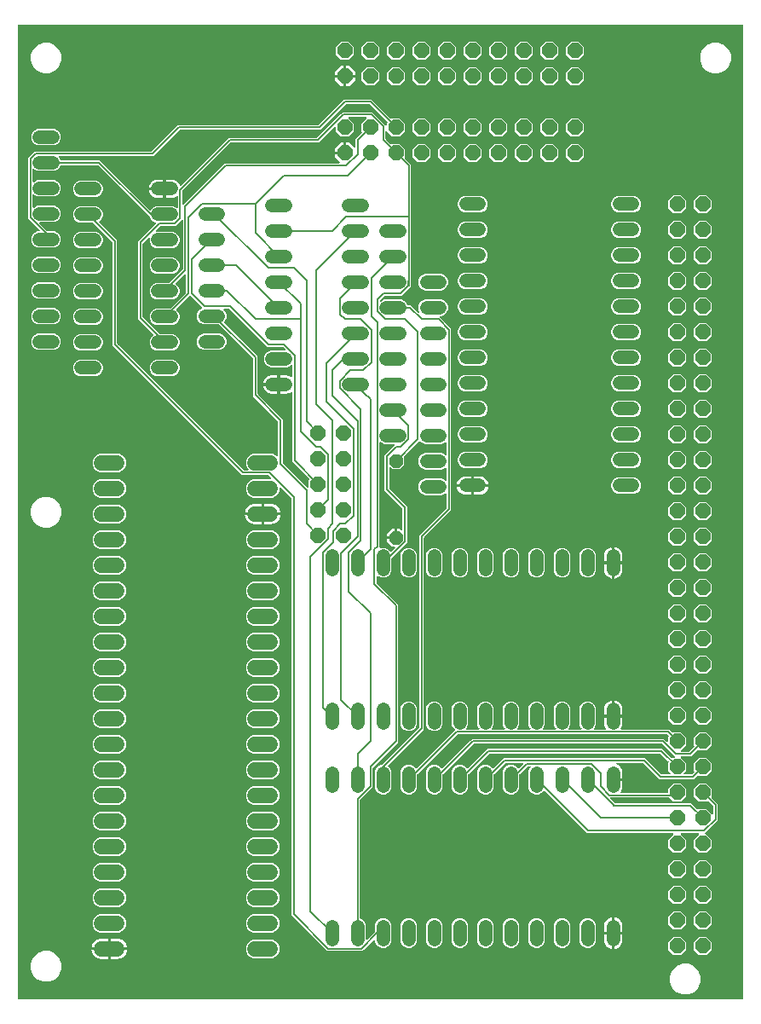
<source format=gbr>
G04 EAGLE Gerber RS-274X export*
G75*
%MOIN*%
%FSLAX34Y34*%
%LPD*%
%INBottom Copper*%
%IPPOS*%
%AMOC8*
5,1,8,0,0,1.08239X$1,22.5*%
G01*
%ADD10C,0.052000*%
%ADD11P,0.064943X8X292.500000*%
%ADD12P,0.064943X8X22.500000*%
%ADD13C,0.060000*%
%ADD14P,0.064943X8X112.500000*%
%ADD15P,0.056284X8X112.500000*%
%ADD16C,0.006000*%

G36*
X26563Y-1099D02*
X26563Y-1099D01*
X26564Y-1099D01*
X26568Y-1098D01*
X26572Y-1098D01*
X26572Y-1097D01*
X26574Y-1097D01*
X26577Y-1095D01*
X26580Y-1093D01*
X26581Y-1092D01*
X26582Y-1092D01*
X26584Y-1089D01*
X26587Y-1086D01*
X26587Y-1085D01*
X26588Y-1084D01*
X26589Y-1081D01*
X26590Y-1079D01*
X26590Y-1077D01*
X26591Y-1076D01*
X26591Y-1075D01*
X26591Y-1070D01*
X26591Y37000D01*
X26591Y37001D01*
X26591Y37002D01*
X26590Y37006D01*
X26590Y37010D01*
X26589Y37010D01*
X26589Y37011D01*
X26587Y37015D01*
X26585Y37018D01*
X26585Y37019D01*
X26584Y37020D01*
X26581Y37022D01*
X26578Y37024D01*
X26577Y37025D01*
X26576Y37026D01*
X26573Y37027D01*
X26570Y37028D01*
X26569Y37028D01*
X26568Y37029D01*
X26562Y37029D01*
X-1750Y37029D01*
X-1751Y37029D01*
X-1752Y37029D01*
X-1756Y37028D01*
X-1759Y37028D01*
X-1760Y37027D01*
X-1761Y37027D01*
X-1765Y37025D01*
X-1768Y37023D01*
X-1769Y37022D01*
X-1772Y37019D01*
X-1774Y37016D01*
X-1775Y37015D01*
X-1775Y37014D01*
X-1777Y37011D01*
X-1778Y37008D01*
X-1778Y37006D01*
X-1779Y37005D01*
X-1779Y37000D01*
X-1779Y-1070D01*
X-1779Y-1071D01*
X-1779Y-1072D01*
X-1778Y-1076D01*
X-1778Y-1079D01*
X-1777Y-1080D01*
X-1777Y-1081D01*
X-1775Y-1085D01*
X-1773Y-1088D01*
X-1772Y-1089D01*
X-1769Y-1092D01*
X-1766Y-1094D01*
X-1765Y-1095D01*
X-1764Y-1095D01*
X-1761Y-1097D01*
X-1757Y-1098D01*
X-1756Y-1098D01*
X-1755Y-1099D01*
X-1750Y-1099D01*
X26562Y-1099D01*
X26563Y-1099D01*
G37*
%LPC*%
G36*
X10317Y799D02*
X10317Y799D01*
X8971Y2146D01*
X8909Y2207D01*
X8909Y18482D01*
X8909Y18486D01*
X8908Y18490D01*
X8908Y18491D01*
X8906Y18495D01*
X8904Y18498D01*
X8903Y18499D01*
X8903Y18500D01*
X8901Y18503D01*
X8501Y18903D01*
X8498Y18904D01*
X8496Y18906D01*
X8494Y18907D01*
X8493Y18908D01*
X8490Y18909D01*
X8487Y18910D01*
X8486Y18910D01*
X8484Y18911D01*
X8481Y18911D01*
X8478Y18911D01*
X8476Y18911D01*
X8474Y18911D01*
X8471Y18909D01*
X8469Y18909D01*
X8467Y18908D01*
X8465Y18907D01*
X8463Y18905D01*
X8461Y18904D01*
X8459Y18902D01*
X8458Y18901D01*
X8456Y18898D01*
X8455Y18896D01*
X8454Y18894D01*
X8453Y18893D01*
X8452Y18890D01*
X8451Y18887D01*
X8451Y18884D01*
X8451Y18883D01*
X8451Y18882D01*
X8451Y18818D01*
X8396Y18686D01*
X8294Y18584D01*
X8162Y18529D01*
X7418Y18529D01*
X7286Y18584D01*
X7184Y18686D01*
X7129Y18818D01*
X7129Y18962D01*
X7184Y19094D01*
X7286Y19196D01*
X7418Y19251D01*
X8082Y19251D01*
X8085Y19251D01*
X8088Y19251D01*
X8089Y19252D01*
X8091Y19252D01*
X8094Y19254D01*
X8097Y19255D01*
X8098Y19256D01*
X8100Y19257D01*
X8102Y19259D01*
X8104Y19261D01*
X8105Y19262D01*
X8106Y19264D01*
X8107Y19267D01*
X8109Y19269D01*
X8109Y19271D01*
X8110Y19273D01*
X8110Y19275D01*
X8111Y19278D01*
X8111Y19280D01*
X8111Y19282D01*
X8110Y19285D01*
X8110Y19288D01*
X8109Y19290D01*
X8109Y19291D01*
X8107Y19294D01*
X8106Y19297D01*
X8104Y19299D01*
X8103Y19300D01*
X8103Y19301D01*
X8003Y19401D01*
X7999Y19403D01*
X7996Y19405D01*
X7995Y19406D01*
X7991Y19407D01*
X7987Y19409D01*
X7986Y19409D01*
X7985Y19409D01*
X7982Y19409D01*
X6962Y19409D01*
X6901Y19471D01*
X1971Y24401D01*
X1909Y24462D01*
X1909Y28500D01*
X1909Y28504D01*
X1908Y28508D01*
X1908Y28509D01*
X1908Y28510D01*
X1906Y28513D01*
X1904Y28517D01*
X1903Y28518D01*
X1903Y28519D01*
X1901Y28521D01*
X1151Y29271D01*
X1148Y29273D01*
X1145Y29275D01*
X1144Y29276D01*
X1143Y29276D01*
X1139Y29277D01*
X1136Y29279D01*
X1135Y29279D01*
X1134Y29279D01*
X1133Y29279D01*
X1130Y29279D01*
X626Y29279D01*
X508Y29328D01*
X418Y29418D01*
X369Y29536D01*
X369Y29664D01*
X418Y29782D01*
X508Y29872D01*
X626Y29921D01*
X1274Y29921D01*
X1392Y29872D01*
X1482Y29782D01*
X1531Y29664D01*
X1531Y29536D01*
X1482Y29418D01*
X1392Y29328D01*
X1391Y29327D01*
X1390Y29327D01*
X1388Y29323D01*
X1386Y29320D01*
X1386Y29319D01*
X1385Y29318D01*
X1384Y29315D01*
X1383Y29311D01*
X1383Y29310D01*
X1383Y29309D01*
X1384Y29305D01*
X1384Y29302D01*
X1384Y29301D01*
X1384Y29300D01*
X1386Y29296D01*
X1387Y29293D01*
X1388Y29292D01*
X1388Y29291D01*
X1392Y29287D01*
X2029Y28649D01*
X2091Y28588D01*
X2091Y24550D01*
X2091Y24546D01*
X2092Y24542D01*
X2092Y24541D01*
X2092Y24540D01*
X2094Y24537D01*
X2096Y24533D01*
X2097Y24532D01*
X2097Y24531D01*
X2099Y24529D01*
X7029Y19599D01*
X7032Y19597D01*
X7035Y19595D01*
X7036Y19594D01*
X7037Y19594D01*
X7041Y19593D01*
X7044Y19591D01*
X7045Y19591D01*
X7046Y19591D01*
X7047Y19591D01*
X7050Y19591D01*
X7208Y19591D01*
X7211Y19591D01*
X7214Y19591D01*
X7216Y19592D01*
X7218Y19592D01*
X7220Y19594D01*
X7223Y19595D01*
X7225Y19596D01*
X7226Y19597D01*
X7228Y19599D01*
X7231Y19601D01*
X7232Y19602D01*
X7233Y19604D01*
X7234Y19607D01*
X7236Y19609D01*
X7236Y19611D01*
X7237Y19613D01*
X7237Y19615D01*
X7238Y19618D01*
X7237Y19620D01*
X7238Y19622D01*
X7237Y19625D01*
X7237Y19628D01*
X7236Y19630D01*
X7235Y19631D01*
X7234Y19634D01*
X7233Y19637D01*
X7231Y19639D01*
X7230Y19639D01*
X7230Y19640D01*
X7229Y19641D01*
X7184Y19686D01*
X7129Y19818D01*
X7129Y19962D01*
X7184Y20094D01*
X7286Y20196D01*
X7418Y20251D01*
X8162Y20251D01*
X8294Y20196D01*
X8339Y20151D01*
X8342Y20149D01*
X8344Y20147D01*
X8346Y20146D01*
X8347Y20145D01*
X8350Y20144D01*
X8353Y20143D01*
X8354Y20143D01*
X8356Y20143D01*
X8359Y20143D01*
X8362Y20142D01*
X8364Y20143D01*
X8366Y20143D01*
X8369Y20144D01*
X8371Y20145D01*
X8373Y20146D01*
X8375Y20146D01*
X8377Y20148D01*
X8379Y20150D01*
X8381Y20151D01*
X8382Y20152D01*
X8384Y20155D01*
X8385Y20157D01*
X8386Y20159D01*
X8387Y20161D01*
X8388Y20163D01*
X8389Y20166D01*
X8389Y20169D01*
X8389Y20170D01*
X8389Y20172D01*
X8389Y21502D01*
X8389Y21506D01*
X8388Y21510D01*
X8388Y21511D01*
X8386Y21515D01*
X8384Y21518D01*
X8383Y21519D01*
X8383Y21520D01*
X8381Y21523D01*
X7409Y22494D01*
X7409Y23950D01*
X7409Y23954D01*
X7408Y23958D01*
X7408Y23959D01*
X7408Y23960D01*
X7406Y23963D01*
X7404Y23967D01*
X7403Y23968D01*
X7403Y23969D01*
X7401Y23971D01*
X6080Y25292D01*
X6077Y25294D01*
X6074Y25296D01*
X6073Y25297D01*
X6072Y25297D01*
X6068Y25298D01*
X6065Y25300D01*
X6064Y25300D01*
X6063Y25300D01*
X6062Y25300D01*
X6059Y25300D01*
X5466Y25300D01*
X5348Y25349D01*
X5258Y25439D01*
X5209Y25557D01*
X5209Y25685D01*
X5258Y25803D01*
X5348Y25893D01*
X5400Y25914D01*
X5402Y25915D01*
X5404Y25916D01*
X5406Y25918D01*
X5408Y25919D01*
X5409Y25921D01*
X5411Y25922D01*
X5412Y25925D01*
X5414Y25927D01*
X5415Y25929D01*
X5416Y25930D01*
X5417Y25933D01*
X5418Y25936D01*
X5418Y25938D01*
X5418Y25940D01*
X5418Y25943D01*
X5418Y25945D01*
X5417Y25947D01*
X5417Y25949D01*
X5416Y25952D01*
X5415Y25954D01*
X5414Y25956D01*
X5413Y25958D01*
X5410Y25962D01*
X5401Y25971D01*
X4971Y26401D01*
X4961Y26411D01*
X4960Y26412D01*
X4959Y26412D01*
X4956Y26414D01*
X4953Y26417D01*
X4952Y26417D01*
X4951Y26417D01*
X4947Y26418D01*
X4944Y26419D01*
X4943Y26419D01*
X4942Y26419D01*
X4938Y26419D01*
X4934Y26419D01*
X4933Y26419D01*
X4932Y26418D01*
X4929Y26417D01*
X4925Y26416D01*
X4924Y26415D01*
X4923Y26414D01*
X4919Y26411D01*
X4407Y25898D01*
X4406Y25897D01*
X4405Y25897D01*
X4403Y25894D01*
X4401Y25891D01*
X4401Y25890D01*
X4400Y25889D01*
X4399Y25885D01*
X4398Y25881D01*
X4398Y25880D01*
X4398Y25879D01*
X4399Y25876D01*
X4399Y25872D01*
X4399Y25871D01*
X4399Y25870D01*
X4401Y25866D01*
X4402Y25863D01*
X4403Y25862D01*
X4403Y25861D01*
X4407Y25857D01*
X4482Y25782D01*
X4531Y25664D01*
X4531Y25536D01*
X4482Y25418D01*
X4392Y25328D01*
X4274Y25279D01*
X3626Y25279D01*
X3508Y25328D01*
X3418Y25418D01*
X3369Y25536D01*
X3369Y25664D01*
X3418Y25782D01*
X3508Y25872D01*
X3626Y25921D01*
X4160Y25921D01*
X4164Y25921D01*
X4168Y25922D01*
X4169Y25922D01*
X4170Y25922D01*
X4173Y25924D01*
X4177Y25926D01*
X4178Y25927D01*
X4179Y25927D01*
X4181Y25929D01*
X4781Y26529D01*
X4783Y26532D01*
X4785Y26535D01*
X4786Y26536D01*
X4786Y26537D01*
X4787Y26541D01*
X4789Y26544D01*
X4789Y26545D01*
X4789Y26546D01*
X4789Y26547D01*
X4789Y26550D01*
X4789Y27240D01*
X4789Y27243D01*
X4789Y27246D01*
X4788Y27248D01*
X4788Y27250D01*
X4786Y27252D01*
X4785Y27255D01*
X4784Y27256D01*
X4783Y27258D01*
X4781Y27260D01*
X4779Y27262D01*
X4778Y27263D01*
X4776Y27265D01*
X4773Y27266D01*
X4771Y27267D01*
X4769Y27268D01*
X4767Y27269D01*
X4765Y27269D01*
X4762Y27269D01*
X4760Y27269D01*
X4758Y27269D01*
X4755Y27269D01*
X4752Y27268D01*
X4750Y27268D01*
X4749Y27267D01*
X4746Y27266D01*
X4743Y27264D01*
X4741Y27263D01*
X4741Y27262D01*
X4740Y27262D01*
X4739Y27261D01*
X4392Y26913D01*
X4391Y26912D01*
X4390Y26912D01*
X4389Y26910D01*
X4388Y26909D01*
X4387Y26907D01*
X4386Y26906D01*
X4386Y26905D01*
X4385Y26904D01*
X4385Y26901D01*
X4384Y26900D01*
X4384Y26899D01*
X4383Y26896D01*
X4383Y26895D01*
X4383Y26894D01*
X4383Y26892D01*
X4383Y26890D01*
X4384Y26889D01*
X4384Y26887D01*
X4384Y26886D01*
X4384Y26885D01*
X4385Y26883D01*
X4385Y26881D01*
X4386Y26880D01*
X4387Y26878D01*
X4388Y26877D01*
X4388Y26876D01*
X4390Y26874D01*
X4391Y26873D01*
X4392Y26872D01*
X4482Y26782D01*
X4531Y26664D01*
X4531Y26536D01*
X4482Y26418D01*
X4392Y26328D01*
X4274Y26279D01*
X3626Y26279D01*
X3508Y26328D01*
X3418Y26418D01*
X3369Y26536D01*
X3369Y26664D01*
X3418Y26782D01*
X3508Y26872D01*
X3626Y26921D01*
X4130Y26921D01*
X4134Y26921D01*
X4138Y26922D01*
X4139Y26922D01*
X4140Y26922D01*
X4143Y26924D01*
X4147Y26926D01*
X4148Y26927D01*
X4149Y26927D01*
X4151Y26929D01*
X4661Y27439D01*
X4663Y27442D01*
X4665Y27445D01*
X4666Y27446D01*
X4666Y27447D01*
X4667Y27451D01*
X4669Y27454D01*
X4669Y27455D01*
X4669Y27456D01*
X4669Y27457D01*
X4669Y27460D01*
X4669Y29365D01*
X4669Y29368D01*
X4669Y29371D01*
X4668Y29373D01*
X4668Y29375D01*
X4666Y29377D01*
X4665Y29380D01*
X4664Y29382D01*
X4663Y29383D01*
X4661Y29385D01*
X4659Y29387D01*
X4658Y29388D01*
X4656Y29390D01*
X4653Y29391D01*
X4651Y29392D01*
X4649Y29393D01*
X4647Y29394D01*
X4645Y29394D01*
X4642Y29395D01*
X4640Y29394D01*
X4638Y29394D01*
X4635Y29394D01*
X4632Y29393D01*
X4630Y29393D01*
X4629Y29392D01*
X4626Y29391D01*
X4623Y29389D01*
X4621Y29388D01*
X4621Y29387D01*
X4620Y29387D01*
X4619Y29386D01*
X4589Y29356D01*
X4393Y29159D01*
X3800Y29159D01*
X3796Y29159D01*
X3792Y29158D01*
X3791Y29158D01*
X3790Y29158D01*
X3787Y29156D01*
X3783Y29154D01*
X3782Y29153D01*
X3781Y29153D01*
X3779Y29151D01*
X3599Y28970D01*
X3596Y28967D01*
X3594Y28964D01*
X3594Y28963D01*
X3593Y28962D01*
X3592Y28959D01*
X3591Y28955D01*
X3590Y28954D01*
X3590Y28953D01*
X3590Y28949D01*
X3590Y28946D01*
X3591Y28945D01*
X3591Y28944D01*
X3592Y28940D01*
X3593Y28936D01*
X3594Y28936D01*
X3594Y28935D01*
X3596Y28932D01*
X3599Y28929D01*
X3599Y28928D01*
X3600Y28927D01*
X3603Y28925D01*
X3607Y28923D01*
X3608Y28922D01*
X3612Y28922D01*
X3616Y28920D01*
X3617Y28921D01*
X3618Y28920D01*
X3621Y28921D01*
X3622Y28921D01*
X4274Y28921D01*
X4392Y28872D01*
X4482Y28782D01*
X4531Y28664D01*
X4531Y28536D01*
X4482Y28418D01*
X4392Y28328D01*
X4274Y28279D01*
X3626Y28279D01*
X3508Y28328D01*
X3418Y28418D01*
X3369Y28536D01*
X3369Y28666D01*
X3369Y28667D01*
X3369Y28668D01*
X3370Y28669D01*
X3369Y28673D01*
X3369Y28677D01*
X3369Y28678D01*
X3367Y28682D01*
X3366Y28686D01*
X3365Y28686D01*
X3365Y28687D01*
X3362Y28690D01*
X3360Y28693D01*
X3359Y28693D01*
X3358Y28694D01*
X3355Y28696D01*
X3351Y28698D01*
X3350Y28699D01*
X3346Y28699D01*
X3342Y28700D01*
X3341Y28700D01*
X3340Y28700D01*
X3336Y28699D01*
X3333Y28699D01*
X3332Y28699D01*
X3331Y28698D01*
X3327Y28697D01*
X3324Y28695D01*
X3323Y28694D01*
X3322Y28694D01*
X3322Y28693D01*
X3320Y28691D01*
X3099Y28471D01*
X3097Y28468D01*
X3095Y28465D01*
X3094Y28464D01*
X3094Y28463D01*
X3093Y28459D01*
X3091Y28456D01*
X3091Y28455D01*
X3091Y28454D01*
X3091Y28453D01*
X3091Y28450D01*
X3091Y25600D01*
X3091Y25596D01*
X3092Y25592D01*
X3092Y25591D01*
X3092Y25590D01*
X3094Y25587D01*
X3096Y25583D01*
X3097Y25582D01*
X3097Y25581D01*
X3099Y25579D01*
X3749Y24929D01*
X3752Y24927D01*
X3755Y24925D01*
X3756Y24924D01*
X3757Y24924D01*
X3761Y24923D01*
X3764Y24921D01*
X3765Y24921D01*
X3766Y24921D01*
X3767Y24921D01*
X3770Y24921D01*
X4274Y24921D01*
X4392Y24872D01*
X4482Y24782D01*
X4531Y24664D01*
X4531Y24536D01*
X4482Y24418D01*
X4392Y24328D01*
X4274Y24279D01*
X3626Y24279D01*
X3508Y24328D01*
X3418Y24418D01*
X3369Y24536D01*
X3369Y24664D01*
X3418Y24782D01*
X3508Y24872D01*
X3509Y24873D01*
X3510Y24873D01*
X3512Y24877D01*
X3514Y24880D01*
X3514Y24881D01*
X3515Y24882D01*
X3516Y24885D01*
X3517Y24889D01*
X3517Y24890D01*
X3517Y24891D01*
X3516Y24895D01*
X3516Y24898D01*
X3516Y24899D01*
X3516Y24900D01*
X3514Y24904D01*
X3513Y24907D01*
X3512Y24908D01*
X3512Y24909D01*
X3508Y24913D01*
X2971Y25451D01*
X2909Y25512D01*
X2909Y28538D01*
X3613Y29241D01*
X3614Y29243D01*
X3615Y29244D01*
X3616Y29245D01*
X3616Y29246D01*
X3617Y29247D01*
X3618Y29249D01*
X3619Y29251D01*
X3620Y29253D01*
X3620Y29254D01*
X3620Y29256D01*
X3621Y29258D01*
X3621Y29260D01*
X3621Y29262D01*
X3621Y29263D01*
X3621Y29264D01*
X3621Y29265D01*
X3621Y29268D01*
X3620Y29269D01*
X3620Y29271D01*
X3619Y29273D01*
X3618Y29274D01*
X3617Y29276D01*
X3616Y29278D01*
X3615Y29280D01*
X3614Y29281D01*
X3612Y29282D01*
X3611Y29284D01*
X3609Y29285D01*
X3608Y29286D01*
X3607Y29287D01*
X3606Y29287D01*
X3606Y29288D01*
X3603Y29289D01*
X3508Y29328D01*
X3418Y29418D01*
X3388Y29491D01*
X3385Y29495D01*
X3383Y29499D01*
X3379Y29502D01*
X3375Y29505D01*
X3371Y29507D01*
X3366Y29509D01*
X3363Y29509D01*
X1351Y31521D01*
X1348Y31523D01*
X1345Y31525D01*
X1344Y31526D01*
X1343Y31526D01*
X1339Y31527D01*
X1336Y31529D01*
X1335Y31529D01*
X1334Y31529D01*
X1333Y31529D01*
X1330Y31529D01*
X-101Y31529D01*
X-106Y31528D01*
X-110Y31528D01*
X-111Y31528D01*
X-115Y31525D01*
X-119Y31523D01*
X-122Y31520D01*
X-125Y31516D01*
X-128Y31511D01*
X-158Y31438D01*
X-248Y31348D01*
X-366Y31299D01*
X-1014Y31299D01*
X-1132Y31348D01*
X-1159Y31376D01*
X-1162Y31377D01*
X-1164Y31379D01*
X-1166Y31380D01*
X-1167Y31381D01*
X-1170Y31382D01*
X-1173Y31383D01*
X-1174Y31383D01*
X-1176Y31384D01*
X-1179Y31384D01*
X-1182Y31384D01*
X-1184Y31384D01*
X-1186Y31384D01*
X-1189Y31383D01*
X-1191Y31382D01*
X-1193Y31381D01*
X-1195Y31380D01*
X-1197Y31378D01*
X-1199Y31377D01*
X-1201Y31375D01*
X-1202Y31374D01*
X-1204Y31372D01*
X-1205Y31369D01*
X-1206Y31368D01*
X-1207Y31366D01*
X-1208Y31363D01*
X-1209Y31360D01*
X-1209Y31357D01*
X-1209Y31356D01*
X-1209Y31355D01*
X-1209Y30885D01*
X-1209Y30882D01*
X-1209Y30879D01*
X-1208Y30877D01*
X-1208Y30876D01*
X-1206Y30873D01*
X-1205Y30870D01*
X-1204Y30869D01*
X-1203Y30867D01*
X-1201Y30865D01*
X-1199Y30863D01*
X-1198Y30862D01*
X-1196Y30861D01*
X-1193Y30859D01*
X-1191Y30858D01*
X-1189Y30857D01*
X-1187Y30857D01*
X-1185Y30856D01*
X-1182Y30856D01*
X-1180Y30856D01*
X-1178Y30856D01*
X-1175Y30856D01*
X-1172Y30857D01*
X-1170Y30858D01*
X-1169Y30858D01*
X-1166Y30860D01*
X-1163Y30861D01*
X-1161Y30863D01*
X-1160Y30864D01*
X-1159Y30864D01*
X-1132Y30892D01*
X-1014Y30941D01*
X-366Y30941D01*
X-248Y30892D01*
X-158Y30802D01*
X-109Y30684D01*
X-109Y30556D01*
X-158Y30438D01*
X-248Y30348D01*
X-366Y30299D01*
X-1014Y30299D01*
X-1132Y30348D01*
X-1159Y30376D01*
X-1162Y30377D01*
X-1164Y30379D01*
X-1166Y30380D01*
X-1167Y30381D01*
X-1170Y30382D01*
X-1173Y30383D01*
X-1174Y30383D01*
X-1176Y30384D01*
X-1179Y30384D01*
X-1182Y30384D01*
X-1184Y30384D01*
X-1186Y30384D01*
X-1189Y30383D01*
X-1191Y30382D01*
X-1193Y30381D01*
X-1195Y30380D01*
X-1197Y30378D01*
X-1199Y30377D01*
X-1201Y30375D01*
X-1202Y30374D01*
X-1204Y30372D01*
X-1205Y30369D01*
X-1206Y30368D01*
X-1207Y30366D01*
X-1208Y30363D01*
X-1209Y30360D01*
X-1209Y30357D01*
X-1209Y30356D01*
X-1209Y30355D01*
X-1209Y29885D01*
X-1209Y29882D01*
X-1209Y29879D01*
X-1208Y29877D01*
X-1208Y29876D01*
X-1206Y29873D01*
X-1205Y29870D01*
X-1204Y29869D01*
X-1203Y29867D01*
X-1201Y29865D01*
X-1199Y29863D01*
X-1198Y29862D01*
X-1196Y29861D01*
X-1193Y29859D01*
X-1191Y29858D01*
X-1189Y29857D01*
X-1187Y29857D01*
X-1185Y29856D01*
X-1182Y29856D01*
X-1180Y29856D01*
X-1178Y29856D01*
X-1175Y29856D01*
X-1172Y29857D01*
X-1170Y29858D01*
X-1169Y29858D01*
X-1166Y29860D01*
X-1163Y29861D01*
X-1161Y29863D01*
X-1160Y29864D01*
X-1159Y29864D01*
X-1132Y29892D01*
X-1014Y29941D01*
X-366Y29941D01*
X-248Y29892D01*
X-158Y29802D01*
X-109Y29684D01*
X-109Y29556D01*
X-158Y29438D01*
X-248Y29348D01*
X-366Y29299D01*
X-925Y29299D01*
X-928Y29299D01*
X-931Y29299D01*
X-933Y29298D01*
X-935Y29298D01*
X-937Y29296D01*
X-940Y29295D01*
X-941Y29294D01*
X-943Y29293D01*
X-945Y29291D01*
X-947Y29289D01*
X-948Y29288D01*
X-950Y29286D01*
X-951Y29283D01*
X-952Y29281D01*
X-953Y29279D01*
X-954Y29277D01*
X-954Y29275D01*
X-954Y29272D01*
X-954Y29270D01*
X-954Y29268D01*
X-954Y29265D01*
X-953Y29262D01*
X-953Y29260D01*
X-952Y29259D01*
X-951Y29256D01*
X-949Y29253D01*
X-948Y29251D01*
X-947Y29251D01*
X-947Y29250D01*
X-946Y29249D01*
X-646Y28949D01*
X-643Y28947D01*
X-640Y28945D01*
X-639Y28944D01*
X-638Y28944D01*
X-634Y28943D01*
X-631Y28941D01*
X-630Y28941D01*
X-629Y28941D01*
X-628Y28941D01*
X-625Y28941D01*
X-366Y28941D01*
X-248Y28892D01*
X-158Y28802D01*
X-109Y28684D01*
X-109Y28556D01*
X-158Y28438D01*
X-248Y28348D01*
X-366Y28299D01*
X-1014Y28299D01*
X-1132Y28348D01*
X-1222Y28438D01*
X-1271Y28556D01*
X-1271Y28684D01*
X-1222Y28802D01*
X-1132Y28892D01*
X-1014Y28941D01*
X-965Y28941D01*
X-962Y28941D01*
X-959Y28941D01*
X-957Y28942D01*
X-955Y28942D01*
X-953Y28944D01*
X-950Y28945D01*
X-948Y28946D01*
X-947Y28947D01*
X-945Y28949D01*
X-943Y28951D01*
X-942Y28952D01*
X-940Y28954D01*
X-939Y28957D01*
X-938Y28959D01*
X-937Y28961D01*
X-936Y28963D01*
X-936Y28965D01*
X-935Y28968D01*
X-936Y28970D01*
X-936Y28972D01*
X-936Y28975D01*
X-937Y28978D01*
X-937Y28980D01*
X-938Y28981D01*
X-939Y28984D01*
X-941Y28987D01*
X-942Y28989D01*
X-943Y28989D01*
X-943Y28990D01*
X-944Y28991D01*
X-1329Y29376D01*
X-1391Y29437D01*
X-1391Y31803D01*
X-1133Y32061D01*
X3420Y32061D01*
X3424Y32061D01*
X3428Y32062D01*
X3429Y32062D01*
X3430Y32062D01*
X3433Y32064D01*
X3437Y32066D01*
X3438Y32067D01*
X3439Y32067D01*
X3441Y32069D01*
X4462Y33091D01*
X9950Y33091D01*
X9954Y33091D01*
X9958Y33092D01*
X9959Y33092D01*
X9960Y33092D01*
X9963Y33094D01*
X9967Y33096D01*
X9968Y33097D01*
X9969Y33097D01*
X9971Y33099D01*
X10962Y34091D01*
X12038Y34091D01*
X12099Y34029D01*
X12788Y33340D01*
X12789Y33339D01*
X12790Y33339D01*
X12793Y33337D01*
X12796Y33334D01*
X12797Y33334D01*
X12798Y33334D01*
X12802Y33333D01*
X12805Y33332D01*
X12806Y33332D01*
X12807Y33331D01*
X12811Y33332D01*
X12815Y33332D01*
X12816Y33332D01*
X12817Y33332D01*
X12820Y33334D01*
X12824Y33335D01*
X12825Y33336D01*
X12826Y33336D01*
X12830Y33340D01*
X12851Y33361D01*
X13149Y33361D01*
X13361Y33149D01*
X13361Y32851D01*
X13149Y32639D01*
X12851Y32639D01*
X12641Y32849D01*
X12638Y32851D01*
X12636Y32853D01*
X12634Y32854D01*
X12633Y32855D01*
X12630Y32856D01*
X12627Y32857D01*
X12626Y32857D01*
X12624Y32857D01*
X12621Y32857D01*
X12618Y32858D01*
X12616Y32857D01*
X12614Y32857D01*
X12611Y32856D01*
X12609Y32855D01*
X12607Y32854D01*
X12605Y32854D01*
X12603Y32852D01*
X12601Y32850D01*
X12599Y32849D01*
X12598Y32848D01*
X12596Y32845D01*
X12595Y32843D01*
X12594Y32841D01*
X12593Y32839D01*
X12592Y32837D01*
X12591Y32834D01*
X12591Y32831D01*
X12591Y32830D01*
X12591Y32828D01*
X12591Y32550D01*
X12591Y32546D01*
X12592Y32542D01*
X12592Y32541D01*
X12592Y32540D01*
X12594Y32537D01*
X12596Y32533D01*
X12597Y32532D01*
X12597Y32531D01*
X12599Y32529D01*
X12788Y32340D01*
X12789Y32339D01*
X12790Y32339D01*
X12793Y32337D01*
X12796Y32334D01*
X12797Y32334D01*
X12798Y32334D01*
X12802Y32333D01*
X12805Y32332D01*
X12806Y32332D01*
X12807Y32331D01*
X12811Y32332D01*
X12815Y32332D01*
X12816Y32332D01*
X12817Y32332D01*
X12820Y32334D01*
X12824Y32335D01*
X12825Y32336D01*
X12826Y32336D01*
X12830Y32340D01*
X12851Y32361D01*
X13149Y32361D01*
X13361Y32149D01*
X13361Y31851D01*
X13340Y31830D01*
X13339Y31829D01*
X13339Y31828D01*
X13337Y31825D01*
X13334Y31822D01*
X13334Y31821D01*
X13334Y31820D01*
X13333Y31816D01*
X13332Y31813D01*
X13332Y31812D01*
X13331Y31811D01*
X13332Y31807D01*
X13332Y31803D01*
X13332Y31802D01*
X13332Y31801D01*
X13334Y31798D01*
X13335Y31794D01*
X13336Y31794D01*
X13336Y31793D01*
X13340Y31788D01*
X13591Y31538D01*
X13591Y26777D01*
X13589Y26776D01*
X13223Y26409D01*
X12550Y26409D01*
X12546Y26409D01*
X12542Y26408D01*
X12541Y26408D01*
X12540Y26408D01*
X12537Y26406D01*
X12533Y26404D01*
X12532Y26403D01*
X12531Y26403D01*
X12529Y26401D01*
X12369Y26241D01*
X12367Y26238D01*
X12365Y26235D01*
X12364Y26234D01*
X12364Y26233D01*
X12363Y26229D01*
X12362Y26229D01*
X12362Y26227D01*
X12361Y26226D01*
X12361Y26225D01*
X12361Y26224D01*
X12361Y26223D01*
X12361Y26220D01*
X12361Y26215D01*
X12361Y26212D01*
X12361Y26209D01*
X12362Y26207D01*
X12362Y26206D01*
X12364Y26203D01*
X12365Y26200D01*
X12366Y26199D01*
X12367Y26197D01*
X12369Y26195D01*
X12371Y26193D01*
X12372Y26192D01*
X12374Y26191D01*
X12377Y26189D01*
X12379Y26188D01*
X12381Y26187D01*
X12383Y26187D01*
X12385Y26186D01*
X12388Y26186D01*
X12390Y26186D01*
X12392Y26186D01*
X12395Y26186D01*
X12398Y26187D01*
X12400Y26188D01*
X12401Y26188D01*
X12404Y26190D01*
X12407Y26191D01*
X12409Y26193D01*
X12410Y26194D01*
X12411Y26194D01*
X12438Y26222D01*
X12556Y26271D01*
X13204Y26271D01*
X13322Y26222D01*
X13412Y26132D01*
X13442Y26059D01*
X13445Y26055D01*
X13447Y26051D01*
X13451Y26048D01*
X13455Y26045D01*
X13459Y26043D01*
X13464Y26041D01*
X13469Y26041D01*
X13588Y26041D01*
X13872Y25756D01*
X13875Y25754D01*
X13878Y25751D01*
X13879Y25751D01*
X13880Y25751D01*
X13884Y25749D01*
X13887Y25748D01*
X13888Y25748D01*
X13889Y25748D01*
X13893Y25748D01*
X13897Y25748D01*
X13898Y25748D01*
X13899Y25748D01*
X13902Y25750D01*
X13906Y25751D01*
X13907Y25751D01*
X13908Y25752D01*
X13911Y25754D01*
X13914Y25756D01*
X13914Y25757D01*
X13915Y25758D01*
X13917Y25761D01*
X13919Y25764D01*
X13920Y25765D01*
X13920Y25766D01*
X13921Y25770D01*
X13922Y25773D01*
X13922Y25774D01*
X13922Y25775D01*
X13922Y25779D01*
X13922Y25783D01*
X13921Y25784D01*
X13921Y25785D01*
X13920Y25788D01*
X13879Y25886D01*
X13879Y26014D01*
X13928Y26132D01*
X14018Y26222D01*
X14136Y26271D01*
X14784Y26271D01*
X14902Y26222D01*
X14992Y26132D01*
X15041Y26014D01*
X15041Y25886D01*
X14992Y25768D01*
X14902Y25678D01*
X14784Y25629D01*
X14735Y25629D01*
X14732Y25629D01*
X14729Y25629D01*
X14727Y25628D01*
X14725Y25628D01*
X14723Y25626D01*
X14720Y25625D01*
X14718Y25624D01*
X14717Y25623D01*
X14715Y25621D01*
X14713Y25619D01*
X14712Y25618D01*
X14710Y25616D01*
X14709Y25613D01*
X14708Y25611D01*
X14707Y25609D01*
X14706Y25607D01*
X14706Y25605D01*
X14705Y25602D01*
X14706Y25600D01*
X14706Y25598D01*
X14706Y25595D01*
X14707Y25592D01*
X14707Y25590D01*
X14708Y25589D01*
X14709Y25586D01*
X14711Y25583D01*
X14712Y25581D01*
X14713Y25581D01*
X14713Y25580D01*
X14714Y25579D01*
X14764Y25529D01*
X15161Y25133D01*
X15161Y18032D01*
X14099Y16971D01*
X14097Y16968D01*
X14095Y16965D01*
X14094Y16964D01*
X14094Y16963D01*
X14093Y16959D01*
X14091Y16956D01*
X14091Y16955D01*
X14091Y16954D01*
X14091Y16953D01*
X14091Y16950D01*
X14091Y9462D01*
X12692Y8063D01*
X12691Y8062D01*
X12690Y8062D01*
X12688Y8059D01*
X12686Y8056D01*
X12686Y8055D01*
X12685Y8054D01*
X12684Y8050D01*
X12683Y8046D01*
X12683Y8045D01*
X12683Y8044D01*
X12684Y8041D01*
X12684Y8037D01*
X12684Y8036D01*
X12684Y8035D01*
X12686Y8031D01*
X12687Y8028D01*
X12688Y8027D01*
X12688Y8026D01*
X12692Y8022D01*
X12772Y7942D01*
X12821Y7824D01*
X12821Y7176D01*
X12772Y7058D01*
X12682Y6968D01*
X12564Y6919D01*
X12436Y6919D01*
X12318Y6968D01*
X12228Y7058D01*
X12179Y7176D01*
X12179Y7824D01*
X12228Y7942D01*
X12318Y8032D01*
X12436Y8081D01*
X12440Y8081D01*
X12444Y8081D01*
X12448Y8082D01*
X12449Y8082D01*
X12450Y8082D01*
X12453Y8084D01*
X12457Y8086D01*
X12458Y8087D01*
X12459Y8087D01*
X12461Y8089D01*
X13901Y9529D01*
X13903Y9532D01*
X13905Y9535D01*
X13906Y9536D01*
X13906Y9537D01*
X13907Y9541D01*
X13909Y9544D01*
X13909Y9545D01*
X13909Y9546D01*
X13909Y9547D01*
X13909Y9550D01*
X13909Y17038D01*
X14971Y18099D01*
X14973Y18102D01*
X14975Y18105D01*
X14976Y18106D01*
X14976Y18107D01*
X14977Y18111D01*
X14979Y18114D01*
X14979Y18115D01*
X14979Y18116D01*
X14979Y18117D01*
X14979Y18120D01*
X14979Y18685D01*
X14979Y18688D01*
X14979Y18691D01*
X14978Y18693D01*
X14978Y18694D01*
X14976Y18697D01*
X14975Y18700D01*
X14974Y18701D01*
X14973Y18703D01*
X14971Y18705D01*
X14969Y18707D01*
X14968Y18708D01*
X14966Y18709D01*
X14963Y18711D01*
X14961Y18712D01*
X14959Y18713D01*
X14957Y18713D01*
X14955Y18714D01*
X14952Y18714D01*
X14950Y18714D01*
X14948Y18714D01*
X14945Y18714D01*
X14942Y18713D01*
X14940Y18712D01*
X14939Y18712D01*
X14936Y18710D01*
X14933Y18709D01*
X14931Y18707D01*
X14930Y18706D01*
X14929Y18706D01*
X14902Y18678D01*
X14784Y18629D01*
X14136Y18629D01*
X14018Y18678D01*
X13928Y18768D01*
X13879Y18886D01*
X13879Y19014D01*
X13928Y19132D01*
X14018Y19222D01*
X14136Y19271D01*
X14784Y19271D01*
X14902Y19222D01*
X14929Y19194D01*
X14932Y19193D01*
X14934Y19191D01*
X14936Y19190D01*
X14937Y19189D01*
X14940Y19188D01*
X14943Y19187D01*
X14944Y19187D01*
X14946Y19186D01*
X14949Y19186D01*
X14952Y19186D01*
X14954Y19186D01*
X14956Y19186D01*
X14959Y19187D01*
X14961Y19188D01*
X14963Y19189D01*
X14965Y19190D01*
X14967Y19192D01*
X14969Y19193D01*
X14971Y19195D01*
X14972Y19196D01*
X14974Y19198D01*
X14975Y19201D01*
X14976Y19202D01*
X14977Y19204D01*
X14978Y19207D01*
X14979Y19210D01*
X14979Y19213D01*
X14979Y19214D01*
X14979Y19215D01*
X14979Y19685D01*
X14979Y19688D01*
X14979Y19691D01*
X14978Y19693D01*
X14978Y19694D01*
X14976Y19697D01*
X14975Y19700D01*
X14974Y19701D01*
X14973Y19703D01*
X14971Y19705D01*
X14969Y19707D01*
X14968Y19708D01*
X14966Y19709D01*
X14963Y19711D01*
X14961Y19712D01*
X14959Y19713D01*
X14957Y19713D01*
X14955Y19714D01*
X14952Y19714D01*
X14950Y19714D01*
X14948Y19714D01*
X14945Y19714D01*
X14942Y19713D01*
X14940Y19712D01*
X14939Y19712D01*
X14936Y19710D01*
X14933Y19709D01*
X14931Y19707D01*
X14930Y19706D01*
X14929Y19706D01*
X14902Y19678D01*
X14784Y19629D01*
X14136Y19629D01*
X14018Y19678D01*
X13928Y19768D01*
X13879Y19886D01*
X13879Y20014D01*
X13928Y20132D01*
X14018Y20222D01*
X14136Y20271D01*
X14784Y20271D01*
X14902Y20222D01*
X14929Y20194D01*
X14932Y20193D01*
X14934Y20191D01*
X14936Y20190D01*
X14937Y20189D01*
X14940Y20188D01*
X14943Y20187D01*
X14944Y20187D01*
X14946Y20186D01*
X14949Y20186D01*
X14952Y20186D01*
X14954Y20186D01*
X14956Y20186D01*
X14959Y20187D01*
X14961Y20188D01*
X14963Y20189D01*
X14965Y20190D01*
X14967Y20192D01*
X14969Y20193D01*
X14971Y20195D01*
X14972Y20196D01*
X14974Y20198D01*
X14975Y20201D01*
X14976Y20202D01*
X14977Y20204D01*
X14978Y20207D01*
X14979Y20210D01*
X14979Y20213D01*
X14979Y20214D01*
X14979Y20215D01*
X14979Y20685D01*
X14979Y20688D01*
X14979Y20691D01*
X14978Y20693D01*
X14978Y20694D01*
X14976Y20697D01*
X14975Y20700D01*
X14974Y20701D01*
X14973Y20703D01*
X14971Y20705D01*
X14969Y20707D01*
X14968Y20708D01*
X14966Y20709D01*
X14963Y20711D01*
X14961Y20712D01*
X14959Y20713D01*
X14957Y20713D01*
X14955Y20714D01*
X14952Y20714D01*
X14950Y20714D01*
X14948Y20714D01*
X14945Y20714D01*
X14942Y20713D01*
X14940Y20712D01*
X14939Y20712D01*
X14936Y20710D01*
X14933Y20709D01*
X14931Y20707D01*
X14930Y20706D01*
X14929Y20706D01*
X14902Y20678D01*
X14784Y20629D01*
X14136Y20629D01*
X14018Y20678D01*
X13953Y20743D01*
X13952Y20744D01*
X13952Y20745D01*
X13948Y20747D01*
X13945Y20749D01*
X13944Y20749D01*
X13943Y20750D01*
X13940Y20751D01*
X13936Y20752D01*
X13935Y20752D01*
X13934Y20752D01*
X13930Y20751D01*
X13927Y20751D01*
X13926Y20751D01*
X13925Y20751D01*
X13921Y20749D01*
X13918Y20748D01*
X13917Y20747D01*
X13916Y20747D01*
X13912Y20743D01*
X13312Y20143D01*
X13311Y20142D01*
X13310Y20142D01*
X13308Y20139D01*
X13306Y20136D01*
X13306Y20135D01*
X13305Y20134D01*
X13304Y20130D01*
X13303Y20126D01*
X13303Y20125D01*
X13303Y20124D01*
X13304Y20121D01*
X13304Y20117D01*
X13304Y20116D01*
X13304Y20115D01*
X13306Y20111D01*
X13307Y20108D01*
X13308Y20107D01*
X13308Y20106D01*
X13312Y20102D01*
X13321Y20093D01*
X13321Y19827D01*
X13133Y19639D01*
X12867Y19639D01*
X12791Y19716D01*
X12788Y19717D01*
X12786Y19719D01*
X12784Y19720D01*
X12783Y19721D01*
X12780Y19722D01*
X12777Y19723D01*
X12776Y19723D01*
X12774Y19724D01*
X12771Y19724D01*
X12768Y19724D01*
X12766Y19724D01*
X12764Y19724D01*
X12761Y19723D01*
X12759Y19722D01*
X12757Y19721D01*
X12755Y19720D01*
X12753Y19718D01*
X12751Y19717D01*
X12749Y19715D01*
X12748Y19714D01*
X12746Y19712D01*
X12745Y19709D01*
X12744Y19708D01*
X12743Y19706D01*
X12742Y19703D01*
X12741Y19700D01*
X12741Y19697D01*
X12741Y19696D01*
X12741Y19695D01*
X12741Y18900D01*
X12741Y18896D01*
X12742Y18892D01*
X12742Y18891D01*
X12742Y18890D01*
X12744Y18887D01*
X12746Y18883D01*
X12747Y18882D01*
X12747Y18881D01*
X12749Y18879D01*
X13441Y18188D01*
X13441Y16777D01*
X12829Y16166D01*
X12827Y16163D01*
X12825Y16160D01*
X12824Y16159D01*
X12824Y16158D01*
X12823Y16154D01*
X12821Y16151D01*
X12821Y16150D01*
X12821Y16149D01*
X12821Y16148D01*
X12821Y16145D01*
X12821Y15656D01*
X12772Y15538D01*
X12682Y15448D01*
X12564Y15399D01*
X12436Y15399D01*
X12318Y15448D01*
X12291Y15476D01*
X12288Y15477D01*
X12286Y15479D01*
X12284Y15480D01*
X12283Y15481D01*
X12280Y15482D01*
X12277Y15483D01*
X12276Y15483D01*
X12274Y15484D01*
X12271Y15484D01*
X12268Y15484D01*
X12266Y15484D01*
X12264Y15484D01*
X12261Y15483D01*
X12259Y15482D01*
X12257Y15481D01*
X12255Y15480D01*
X12253Y15478D01*
X12251Y15477D01*
X12249Y15475D01*
X12248Y15474D01*
X12246Y15472D01*
X12245Y15469D01*
X12244Y15468D01*
X12243Y15466D01*
X12242Y15463D01*
X12241Y15460D01*
X12241Y15457D01*
X12241Y15456D01*
X12241Y15455D01*
X12241Y15200D01*
X12241Y15196D01*
X12242Y15192D01*
X12242Y15191D01*
X12242Y15190D01*
X12244Y15187D01*
X12246Y15183D01*
X12247Y15182D01*
X12247Y15181D01*
X12249Y15179D01*
X13091Y14338D01*
X13091Y8962D01*
X12099Y7971D01*
X12097Y7968D01*
X12095Y7965D01*
X12094Y7964D01*
X12094Y7963D01*
X12093Y7959D01*
X12091Y7956D01*
X12091Y7955D01*
X12091Y7954D01*
X12091Y7953D01*
X12091Y7950D01*
X12091Y7207D01*
X11599Y6716D01*
X11597Y6713D01*
X11595Y6710D01*
X11594Y6709D01*
X11594Y6708D01*
X11593Y6704D01*
X11591Y6701D01*
X11591Y6700D01*
X11591Y6699D01*
X11591Y6698D01*
X11591Y6695D01*
X11591Y2089D01*
X11592Y2084D01*
X11592Y2080D01*
X11592Y2079D01*
X11593Y2078D01*
X11594Y2077D01*
X11595Y2075D01*
X11597Y2071D01*
X11598Y2070D01*
X11599Y2070D01*
X11600Y2068D01*
X11604Y2065D01*
X11606Y2064D01*
X11607Y2063D01*
X11609Y2062D01*
X11682Y2032D01*
X11772Y1942D01*
X11821Y1824D01*
X11821Y1265D01*
X11821Y1262D01*
X11821Y1259D01*
X11822Y1257D01*
X11822Y1255D01*
X11824Y1253D01*
X11825Y1250D01*
X11826Y1249D01*
X11827Y1247D01*
X11829Y1245D01*
X11831Y1243D01*
X11832Y1242D01*
X11834Y1240D01*
X11837Y1239D01*
X11839Y1238D01*
X11841Y1237D01*
X11843Y1236D01*
X11845Y1236D01*
X11848Y1236D01*
X11850Y1236D01*
X11852Y1236D01*
X11855Y1236D01*
X11858Y1237D01*
X11860Y1237D01*
X11861Y1238D01*
X11864Y1239D01*
X11867Y1241D01*
X11869Y1242D01*
X11869Y1243D01*
X11870Y1243D01*
X11871Y1244D01*
X12156Y1529D01*
X12171Y1544D01*
X12173Y1547D01*
X12175Y1550D01*
X12176Y1551D01*
X12176Y1552D01*
X12177Y1556D01*
X12179Y1559D01*
X12179Y1560D01*
X12179Y1561D01*
X12179Y1562D01*
X12179Y1565D01*
X12179Y1824D01*
X12228Y1942D01*
X12318Y2032D01*
X12436Y2081D01*
X12564Y2081D01*
X12682Y2032D01*
X12772Y1942D01*
X12821Y1824D01*
X12821Y1176D01*
X12772Y1058D01*
X12682Y968D01*
X12564Y919D01*
X12436Y919D01*
X12318Y968D01*
X12228Y1058D01*
X12179Y1176D01*
X12179Y1225D01*
X12179Y1228D01*
X12179Y1231D01*
X12178Y1233D01*
X12178Y1235D01*
X12176Y1237D01*
X12175Y1240D01*
X12174Y1242D01*
X12173Y1243D01*
X12171Y1245D01*
X12169Y1247D01*
X12168Y1248D01*
X12166Y1250D01*
X12163Y1251D01*
X12161Y1252D01*
X12159Y1253D01*
X12157Y1254D01*
X12155Y1254D01*
X12152Y1255D01*
X12150Y1254D01*
X12148Y1254D01*
X12145Y1254D01*
X12142Y1253D01*
X12140Y1253D01*
X12139Y1252D01*
X12136Y1251D01*
X12133Y1249D01*
X12131Y1248D01*
X12131Y1247D01*
X12130Y1247D01*
X12129Y1246D01*
X11744Y861D01*
X11683Y799D01*
X10317Y799D01*
G37*
%LPD*%
%LPC*%
G36*
X23851Y4639D02*
X23851Y4639D01*
X23639Y4851D01*
X23639Y5149D01*
X23849Y5359D01*
X23851Y5362D01*
X23853Y5364D01*
X23854Y5366D01*
X23855Y5367D01*
X23856Y5370D01*
X23857Y5373D01*
X23857Y5374D01*
X23857Y5376D01*
X23857Y5379D01*
X23858Y5382D01*
X23857Y5384D01*
X23857Y5386D01*
X23856Y5389D01*
X23855Y5391D01*
X23854Y5393D01*
X23854Y5395D01*
X23852Y5397D01*
X23850Y5399D01*
X23849Y5401D01*
X23848Y5402D01*
X23845Y5404D01*
X23843Y5405D01*
X23841Y5406D01*
X23839Y5407D01*
X23837Y5408D01*
X23834Y5409D01*
X23831Y5409D01*
X23830Y5409D01*
X23828Y5409D01*
X20462Y5409D01*
X18813Y7058D01*
X18812Y7059D01*
X18812Y7060D01*
X18809Y7062D01*
X18806Y7064D01*
X18805Y7064D01*
X18804Y7065D01*
X18800Y7066D01*
X18796Y7067D01*
X18795Y7067D01*
X18794Y7067D01*
X18791Y7066D01*
X18787Y7066D01*
X18786Y7066D01*
X18785Y7066D01*
X18781Y7064D01*
X18778Y7063D01*
X18777Y7062D01*
X18776Y7062D01*
X18772Y7058D01*
X18682Y6968D01*
X18564Y6919D01*
X18436Y6919D01*
X18318Y6968D01*
X18228Y7058D01*
X18179Y7176D01*
X18179Y7824D01*
X18228Y7942D01*
X18256Y7969D01*
X18257Y7972D01*
X18259Y7974D01*
X18260Y7976D01*
X18261Y7977D01*
X18262Y7980D01*
X18263Y7983D01*
X18263Y7984D01*
X18264Y7986D01*
X18264Y7989D01*
X18264Y7992D01*
X18264Y7994D01*
X18264Y7996D01*
X18263Y7999D01*
X18262Y8001D01*
X18261Y8003D01*
X18260Y8005D01*
X18258Y8007D01*
X18257Y8009D01*
X18255Y8011D01*
X18254Y8012D01*
X18252Y8014D01*
X18249Y8015D01*
X18248Y8016D01*
X18246Y8017D01*
X18243Y8018D01*
X18240Y8019D01*
X18237Y8019D01*
X18236Y8019D01*
X18235Y8019D01*
X18160Y8019D01*
X18156Y8019D01*
X18152Y8018D01*
X18151Y8018D01*
X18150Y8018D01*
X18147Y8016D01*
X18143Y8014D01*
X18142Y8013D01*
X18141Y8013D01*
X18139Y8011D01*
X17829Y7701D01*
X17827Y7698D01*
X17825Y7695D01*
X17824Y7694D01*
X17824Y7693D01*
X17823Y7689D01*
X17821Y7686D01*
X17821Y7685D01*
X17821Y7684D01*
X17821Y7683D01*
X17821Y7680D01*
X17821Y7176D01*
X17772Y7058D01*
X17682Y6968D01*
X17564Y6919D01*
X17436Y6919D01*
X17318Y6968D01*
X17228Y7058D01*
X17179Y7176D01*
X17179Y7824D01*
X17228Y7942D01*
X17318Y8032D01*
X17436Y8081D01*
X17564Y8081D01*
X17682Y8032D01*
X17772Y7942D01*
X17773Y7941D01*
X17773Y7940D01*
X17777Y7938D01*
X17780Y7936D01*
X17781Y7936D01*
X17782Y7935D01*
X17785Y7934D01*
X17789Y7933D01*
X17790Y7933D01*
X17791Y7933D01*
X17795Y7934D01*
X17798Y7934D01*
X17799Y7934D01*
X17800Y7934D01*
X17804Y7936D01*
X17807Y7937D01*
X17808Y7938D01*
X17809Y7938D01*
X17813Y7942D01*
X17981Y8109D01*
X17983Y8112D01*
X17985Y8114D01*
X17985Y8116D01*
X17987Y8117D01*
X17987Y8120D01*
X17989Y8123D01*
X17989Y8124D01*
X17989Y8126D01*
X17989Y8129D01*
X17989Y8132D01*
X17989Y8134D01*
X17989Y8136D01*
X17988Y8139D01*
X17987Y8141D01*
X17986Y8143D01*
X17986Y8145D01*
X17984Y8147D01*
X17982Y8149D01*
X17981Y8151D01*
X17979Y8152D01*
X17977Y8154D01*
X17975Y8155D01*
X17973Y8156D01*
X17971Y8157D01*
X17968Y8158D01*
X17966Y8159D01*
X17963Y8159D01*
X17962Y8159D01*
X17961Y8159D01*
X17960Y8159D01*
X17300Y8159D01*
X17296Y8159D01*
X17292Y8158D01*
X17291Y8158D01*
X17290Y8158D01*
X17287Y8156D01*
X17283Y8154D01*
X17282Y8153D01*
X17281Y8153D01*
X17279Y8151D01*
X16829Y7701D01*
X16827Y7698D01*
X16825Y7695D01*
X16824Y7694D01*
X16824Y7693D01*
X16823Y7689D01*
X16821Y7686D01*
X16821Y7685D01*
X16821Y7684D01*
X16821Y7683D01*
X16821Y7680D01*
X16821Y7176D01*
X16772Y7058D01*
X16682Y6968D01*
X16564Y6919D01*
X16436Y6919D01*
X16318Y6968D01*
X16228Y7058D01*
X16179Y7176D01*
X16179Y7824D01*
X16228Y7942D01*
X16318Y8032D01*
X16436Y8081D01*
X16564Y8081D01*
X16682Y8032D01*
X16772Y7942D01*
X16773Y7941D01*
X16773Y7940D01*
X16777Y7938D01*
X16780Y7936D01*
X16781Y7936D01*
X16782Y7935D01*
X16785Y7934D01*
X16789Y7933D01*
X16790Y7933D01*
X16791Y7933D01*
X16795Y7934D01*
X16798Y7934D01*
X16799Y7934D01*
X16800Y7934D01*
X16804Y7936D01*
X16807Y7937D01*
X16808Y7938D01*
X16809Y7938D01*
X16813Y7942D01*
X17151Y8279D01*
X17212Y8341D01*
X22736Y8341D01*
X23367Y7709D01*
X23371Y7707D01*
X23374Y7705D01*
X23375Y7704D01*
X23379Y7703D01*
X23383Y7701D01*
X23384Y7701D01*
X23385Y7701D01*
X23388Y7701D01*
X23718Y7701D01*
X23721Y7701D01*
X23724Y7701D01*
X23726Y7702D01*
X23728Y7702D01*
X23730Y7704D01*
X23733Y7705D01*
X23735Y7706D01*
X23736Y7707D01*
X23738Y7709D01*
X23741Y7711D01*
X23742Y7712D01*
X23743Y7714D01*
X23744Y7717D01*
X23746Y7719D01*
X23746Y7721D01*
X23747Y7723D01*
X23747Y7725D01*
X23748Y7728D01*
X23747Y7730D01*
X23748Y7732D01*
X23747Y7735D01*
X23747Y7738D01*
X23746Y7740D01*
X23745Y7741D01*
X23744Y7744D01*
X23743Y7747D01*
X23741Y7749D01*
X23740Y7749D01*
X23740Y7750D01*
X23739Y7751D01*
X23639Y7851D01*
X23639Y8149D01*
X23660Y8170D01*
X23661Y8171D01*
X23661Y8172D01*
X23663Y8175D01*
X23666Y8178D01*
X23666Y8179D01*
X23666Y8180D01*
X23667Y8184D01*
X23668Y8187D01*
X23668Y8188D01*
X23669Y8189D01*
X23668Y8193D01*
X23668Y8197D01*
X23668Y8198D01*
X23668Y8199D01*
X23666Y8202D01*
X23665Y8206D01*
X23664Y8206D01*
X23664Y8207D01*
X23660Y8212D01*
X23351Y8521D01*
X23348Y8523D01*
X23345Y8525D01*
X23344Y8526D01*
X23343Y8526D01*
X23339Y8527D01*
X23336Y8529D01*
X23335Y8529D01*
X23334Y8529D01*
X23333Y8529D01*
X23330Y8529D01*
X16670Y8529D01*
X16666Y8529D01*
X16662Y8528D01*
X16661Y8528D01*
X16660Y8528D01*
X16657Y8526D01*
X16653Y8524D01*
X16652Y8523D01*
X16651Y8523D01*
X16649Y8521D01*
X15829Y7701D01*
X15827Y7698D01*
X15825Y7695D01*
X15824Y7694D01*
X15824Y7693D01*
X15823Y7689D01*
X15821Y7686D01*
X15821Y7685D01*
X15821Y7684D01*
X15821Y7683D01*
X15821Y7680D01*
X15821Y7176D01*
X15772Y7058D01*
X15682Y6968D01*
X15564Y6919D01*
X15436Y6919D01*
X15318Y6968D01*
X15228Y7058D01*
X15179Y7176D01*
X15179Y7824D01*
X15228Y7942D01*
X15318Y8032D01*
X15436Y8081D01*
X15564Y8081D01*
X15682Y8032D01*
X15772Y7942D01*
X15773Y7941D01*
X15773Y7940D01*
X15777Y7938D01*
X15780Y7936D01*
X15781Y7936D01*
X15782Y7935D01*
X15785Y7934D01*
X15789Y7933D01*
X15790Y7933D01*
X15791Y7933D01*
X15795Y7934D01*
X15798Y7934D01*
X15799Y7934D01*
X15800Y7934D01*
X15804Y7936D01*
X15807Y7937D01*
X15808Y7938D01*
X15809Y7938D01*
X15813Y7942D01*
X16582Y8711D01*
X23418Y8711D01*
X23788Y8340D01*
X23789Y8339D01*
X23790Y8339D01*
X23793Y8337D01*
X23796Y8334D01*
X23797Y8334D01*
X23798Y8334D01*
X23802Y8333D01*
X23805Y8332D01*
X23806Y8332D01*
X23807Y8331D01*
X23811Y8332D01*
X23815Y8332D01*
X23816Y8332D01*
X23817Y8332D01*
X23820Y8334D01*
X23824Y8335D01*
X23825Y8336D01*
X23826Y8336D01*
X23830Y8340D01*
X23851Y8361D01*
X23889Y8361D01*
X23892Y8361D01*
X23895Y8361D01*
X23896Y8362D01*
X23898Y8362D01*
X23901Y8364D01*
X23904Y8365D01*
X23905Y8366D01*
X23907Y8367D01*
X23909Y8369D01*
X23911Y8371D01*
X23912Y8372D01*
X23913Y8374D01*
X23914Y8377D01*
X23916Y8379D01*
X23916Y8381D01*
X23917Y8383D01*
X23917Y8385D01*
X23918Y8388D01*
X23918Y8390D01*
X23918Y8392D01*
X23917Y8395D01*
X23917Y8398D01*
X23916Y8400D01*
X23916Y8401D01*
X23914Y8404D01*
X23913Y8407D01*
X23911Y8409D01*
X23910Y8410D01*
X23909Y8411D01*
X23419Y8901D01*
X23416Y8903D01*
X23413Y8905D01*
X23412Y8906D01*
X23408Y8907D01*
X23404Y8909D01*
X23403Y8909D01*
X23402Y8909D01*
X23399Y8909D01*
X16050Y8909D01*
X16046Y8909D01*
X16042Y8908D01*
X16041Y8908D01*
X16040Y8908D01*
X16037Y8906D01*
X16033Y8904D01*
X16032Y8903D01*
X16031Y8903D01*
X16029Y8901D01*
X14829Y7701D01*
X14827Y7698D01*
X14825Y7695D01*
X14824Y7694D01*
X14824Y7693D01*
X14823Y7689D01*
X14821Y7686D01*
X14821Y7685D01*
X14821Y7684D01*
X14821Y7683D01*
X14821Y7680D01*
X14821Y7176D01*
X14772Y7058D01*
X14682Y6968D01*
X14564Y6919D01*
X14436Y6919D01*
X14318Y6968D01*
X14228Y7058D01*
X14179Y7176D01*
X14179Y7824D01*
X14228Y7942D01*
X14318Y8032D01*
X14436Y8081D01*
X14564Y8081D01*
X14682Y8032D01*
X14772Y7942D01*
X14773Y7941D01*
X14773Y7940D01*
X14777Y7938D01*
X14780Y7936D01*
X14781Y7936D01*
X14782Y7935D01*
X14785Y7934D01*
X14789Y7933D01*
X14790Y7933D01*
X14791Y7933D01*
X14795Y7934D01*
X14798Y7934D01*
X14799Y7934D01*
X14800Y7934D01*
X14804Y7936D01*
X14807Y7937D01*
X14808Y7938D01*
X14809Y7938D01*
X14813Y7942D01*
X15901Y9029D01*
X15962Y9091D01*
X23486Y9091D01*
X23589Y8987D01*
X23592Y8986D01*
X23594Y8984D01*
X23596Y8983D01*
X23597Y8982D01*
X23600Y8981D01*
X23603Y8980D01*
X23604Y8980D01*
X23606Y8979D01*
X23609Y8979D01*
X23612Y8979D01*
X23614Y8979D01*
X23616Y8979D01*
X23619Y8981D01*
X23621Y8981D01*
X23623Y8982D01*
X23625Y8983D01*
X23627Y8985D01*
X23629Y8986D01*
X23631Y8988D01*
X23632Y8989D01*
X23634Y8992D01*
X23635Y8994D01*
X23636Y8996D01*
X23637Y8997D01*
X23638Y9000D01*
X23639Y9003D01*
X23639Y9006D01*
X23639Y9007D01*
X23639Y9008D01*
X23639Y9149D01*
X23660Y9170D01*
X23661Y9171D01*
X23661Y9172D01*
X23663Y9175D01*
X23666Y9178D01*
X23666Y9179D01*
X23666Y9180D01*
X23667Y9184D01*
X23668Y9187D01*
X23668Y9188D01*
X23669Y9189D01*
X23668Y9193D01*
X23668Y9197D01*
X23668Y9198D01*
X23668Y9199D01*
X23666Y9202D01*
X23665Y9206D01*
X23664Y9206D01*
X23664Y9207D01*
X23660Y9212D01*
X23601Y9271D01*
X23598Y9273D01*
X23595Y9275D01*
X23594Y9276D01*
X23593Y9276D01*
X23589Y9277D01*
X23586Y9279D01*
X23585Y9279D01*
X23584Y9279D01*
X23583Y9279D01*
X23580Y9279D01*
X15420Y9279D01*
X15416Y9279D01*
X15412Y9278D01*
X15411Y9278D01*
X15410Y9278D01*
X15407Y9276D01*
X15403Y9274D01*
X15402Y9273D01*
X15401Y9273D01*
X15399Y9271D01*
X13829Y7701D01*
X13827Y7698D01*
X13825Y7695D01*
X13824Y7694D01*
X13824Y7693D01*
X13823Y7689D01*
X13821Y7686D01*
X13821Y7685D01*
X13821Y7684D01*
X13821Y7683D01*
X13821Y7680D01*
X13821Y7176D01*
X13772Y7058D01*
X13682Y6968D01*
X13564Y6919D01*
X13436Y6919D01*
X13318Y6968D01*
X13228Y7058D01*
X13179Y7176D01*
X13179Y7824D01*
X13228Y7942D01*
X13318Y8032D01*
X13436Y8081D01*
X13564Y8081D01*
X13682Y8032D01*
X13772Y7942D01*
X13773Y7941D01*
X13773Y7940D01*
X13777Y7938D01*
X13780Y7936D01*
X13781Y7936D01*
X13782Y7935D01*
X13785Y7934D01*
X13789Y7933D01*
X13790Y7933D01*
X13791Y7933D01*
X13795Y7934D01*
X13798Y7934D01*
X13799Y7934D01*
X13800Y7934D01*
X13804Y7936D01*
X13807Y7937D01*
X13808Y7938D01*
X13809Y7938D01*
X13813Y7942D01*
X15271Y9399D01*
X15298Y9427D01*
X15299Y9428D01*
X15300Y9428D01*
X15302Y9431D01*
X15304Y9434D01*
X15304Y9435D01*
X15305Y9436D01*
X15306Y9440D01*
X15307Y9444D01*
X15307Y9445D01*
X15307Y9446D01*
X15306Y9449D01*
X15306Y9453D01*
X15306Y9454D01*
X15306Y9455D01*
X15304Y9459D01*
X15303Y9462D01*
X15302Y9463D01*
X15302Y9464D01*
X15298Y9468D01*
X15228Y9538D01*
X15179Y9656D01*
X15179Y10304D01*
X15228Y10422D01*
X15318Y10512D01*
X15436Y10561D01*
X15564Y10561D01*
X15682Y10512D01*
X15772Y10422D01*
X15821Y10304D01*
X15821Y9656D01*
X15772Y9538D01*
X15744Y9511D01*
X15743Y9508D01*
X15741Y9506D01*
X15740Y9504D01*
X15739Y9503D01*
X15738Y9500D01*
X15737Y9497D01*
X15737Y9496D01*
X15736Y9494D01*
X15736Y9491D01*
X15736Y9488D01*
X15736Y9486D01*
X15736Y9484D01*
X15737Y9481D01*
X15738Y9479D01*
X15739Y9477D01*
X15740Y9475D01*
X15742Y9473D01*
X15743Y9471D01*
X15745Y9469D01*
X15746Y9468D01*
X15748Y9466D01*
X15751Y9465D01*
X15752Y9464D01*
X15754Y9463D01*
X15757Y9462D01*
X15760Y9461D01*
X15763Y9461D01*
X15764Y9461D01*
X15765Y9461D01*
X16235Y9461D01*
X16238Y9461D01*
X16241Y9461D01*
X16243Y9462D01*
X16244Y9462D01*
X16247Y9464D01*
X16250Y9465D01*
X16251Y9466D01*
X16253Y9467D01*
X16255Y9469D01*
X16257Y9471D01*
X16258Y9472D01*
X16259Y9474D01*
X16261Y9477D01*
X16262Y9479D01*
X16263Y9481D01*
X16263Y9483D01*
X16264Y9485D01*
X16264Y9488D01*
X16264Y9490D01*
X16264Y9492D01*
X16264Y9495D01*
X16263Y9498D01*
X16262Y9500D01*
X16262Y9501D01*
X16260Y9504D01*
X16259Y9507D01*
X16257Y9509D01*
X16256Y9510D01*
X16256Y9511D01*
X16228Y9538D01*
X16179Y9656D01*
X16179Y10304D01*
X16228Y10422D01*
X16318Y10512D01*
X16436Y10561D01*
X16564Y10561D01*
X16682Y10512D01*
X16772Y10422D01*
X16821Y10304D01*
X16821Y9656D01*
X16772Y9538D01*
X16744Y9511D01*
X16743Y9508D01*
X16741Y9506D01*
X16740Y9504D01*
X16739Y9503D01*
X16738Y9500D01*
X16737Y9497D01*
X16737Y9496D01*
X16736Y9494D01*
X16736Y9491D01*
X16736Y9488D01*
X16736Y9486D01*
X16736Y9484D01*
X16737Y9481D01*
X16738Y9479D01*
X16739Y9477D01*
X16740Y9475D01*
X16742Y9473D01*
X16743Y9471D01*
X16745Y9469D01*
X16746Y9468D01*
X16748Y9466D01*
X16751Y9465D01*
X16752Y9464D01*
X16754Y9463D01*
X16757Y9462D01*
X16760Y9461D01*
X16763Y9461D01*
X16764Y9461D01*
X16765Y9461D01*
X17235Y9461D01*
X17238Y9461D01*
X17241Y9461D01*
X17243Y9462D01*
X17244Y9462D01*
X17247Y9464D01*
X17250Y9465D01*
X17251Y9466D01*
X17253Y9467D01*
X17255Y9469D01*
X17257Y9471D01*
X17258Y9472D01*
X17259Y9474D01*
X17261Y9477D01*
X17262Y9479D01*
X17263Y9481D01*
X17263Y9483D01*
X17264Y9485D01*
X17264Y9488D01*
X17264Y9490D01*
X17264Y9492D01*
X17264Y9495D01*
X17263Y9498D01*
X17262Y9500D01*
X17262Y9501D01*
X17260Y9504D01*
X17259Y9507D01*
X17257Y9509D01*
X17256Y9510D01*
X17256Y9511D01*
X17228Y9538D01*
X17179Y9656D01*
X17179Y10304D01*
X17228Y10422D01*
X17318Y10512D01*
X17436Y10561D01*
X17564Y10561D01*
X17682Y10512D01*
X17772Y10422D01*
X17821Y10304D01*
X17821Y9656D01*
X17772Y9538D01*
X17744Y9511D01*
X17743Y9508D01*
X17741Y9506D01*
X17740Y9504D01*
X17739Y9503D01*
X17738Y9500D01*
X17737Y9497D01*
X17737Y9496D01*
X17736Y9494D01*
X17736Y9491D01*
X17736Y9488D01*
X17736Y9486D01*
X17736Y9484D01*
X17737Y9481D01*
X17738Y9479D01*
X17739Y9477D01*
X17740Y9475D01*
X17742Y9473D01*
X17743Y9471D01*
X17745Y9469D01*
X17746Y9468D01*
X17748Y9466D01*
X17751Y9465D01*
X17752Y9464D01*
X17754Y9463D01*
X17757Y9462D01*
X17760Y9461D01*
X17763Y9461D01*
X17764Y9461D01*
X17765Y9461D01*
X18235Y9461D01*
X18238Y9461D01*
X18241Y9461D01*
X18243Y9462D01*
X18244Y9462D01*
X18247Y9464D01*
X18250Y9465D01*
X18251Y9466D01*
X18253Y9467D01*
X18255Y9469D01*
X18257Y9471D01*
X18258Y9472D01*
X18259Y9474D01*
X18261Y9477D01*
X18262Y9479D01*
X18263Y9481D01*
X18263Y9483D01*
X18264Y9485D01*
X18264Y9488D01*
X18264Y9490D01*
X18264Y9492D01*
X18264Y9495D01*
X18263Y9498D01*
X18262Y9500D01*
X18262Y9501D01*
X18260Y9504D01*
X18259Y9507D01*
X18257Y9509D01*
X18256Y9510D01*
X18256Y9511D01*
X18228Y9538D01*
X18179Y9656D01*
X18179Y10304D01*
X18228Y10422D01*
X18318Y10512D01*
X18436Y10561D01*
X18564Y10561D01*
X18682Y10512D01*
X18772Y10422D01*
X18821Y10304D01*
X18821Y9656D01*
X18772Y9538D01*
X18744Y9511D01*
X18743Y9508D01*
X18741Y9506D01*
X18740Y9504D01*
X18739Y9503D01*
X18738Y9500D01*
X18737Y9497D01*
X18737Y9496D01*
X18736Y9494D01*
X18736Y9491D01*
X18736Y9488D01*
X18736Y9486D01*
X18736Y9484D01*
X18737Y9481D01*
X18738Y9479D01*
X18739Y9477D01*
X18740Y9475D01*
X18742Y9473D01*
X18743Y9471D01*
X18745Y9469D01*
X18746Y9468D01*
X18748Y9466D01*
X18751Y9465D01*
X18752Y9464D01*
X18754Y9463D01*
X18757Y9462D01*
X18760Y9461D01*
X18763Y9461D01*
X18764Y9461D01*
X18765Y9461D01*
X19235Y9461D01*
X19238Y9461D01*
X19241Y9461D01*
X19243Y9462D01*
X19244Y9462D01*
X19247Y9464D01*
X19250Y9465D01*
X19251Y9466D01*
X19253Y9467D01*
X19255Y9469D01*
X19257Y9471D01*
X19258Y9472D01*
X19259Y9474D01*
X19261Y9477D01*
X19262Y9479D01*
X19263Y9481D01*
X19263Y9483D01*
X19264Y9485D01*
X19264Y9488D01*
X19264Y9490D01*
X19264Y9492D01*
X19264Y9495D01*
X19263Y9498D01*
X19262Y9500D01*
X19262Y9501D01*
X19260Y9504D01*
X19259Y9507D01*
X19257Y9509D01*
X19256Y9510D01*
X19256Y9511D01*
X19228Y9538D01*
X19179Y9656D01*
X19179Y10304D01*
X19228Y10422D01*
X19318Y10512D01*
X19436Y10561D01*
X19564Y10561D01*
X19682Y10512D01*
X19772Y10422D01*
X19821Y10304D01*
X19821Y9656D01*
X19772Y9538D01*
X19744Y9511D01*
X19743Y9508D01*
X19741Y9506D01*
X19740Y9504D01*
X19739Y9503D01*
X19738Y9500D01*
X19737Y9497D01*
X19737Y9496D01*
X19736Y9494D01*
X19736Y9491D01*
X19736Y9488D01*
X19736Y9486D01*
X19736Y9484D01*
X19737Y9481D01*
X19738Y9479D01*
X19739Y9477D01*
X19740Y9475D01*
X19742Y9473D01*
X19743Y9471D01*
X19745Y9469D01*
X19746Y9468D01*
X19748Y9466D01*
X19751Y9465D01*
X19752Y9464D01*
X19754Y9463D01*
X19757Y9462D01*
X19760Y9461D01*
X19763Y9461D01*
X19764Y9461D01*
X19765Y9461D01*
X20235Y9461D01*
X20238Y9461D01*
X20241Y9461D01*
X20243Y9462D01*
X20244Y9462D01*
X20247Y9464D01*
X20250Y9465D01*
X20251Y9466D01*
X20253Y9467D01*
X20255Y9469D01*
X20257Y9471D01*
X20258Y9472D01*
X20259Y9474D01*
X20261Y9477D01*
X20262Y9479D01*
X20263Y9481D01*
X20263Y9483D01*
X20264Y9485D01*
X20264Y9488D01*
X20264Y9490D01*
X20264Y9492D01*
X20264Y9495D01*
X20263Y9498D01*
X20262Y9500D01*
X20262Y9501D01*
X20260Y9504D01*
X20259Y9507D01*
X20257Y9509D01*
X20256Y9510D01*
X20256Y9511D01*
X20228Y9538D01*
X20179Y9656D01*
X20179Y10304D01*
X20228Y10422D01*
X20318Y10512D01*
X20436Y10561D01*
X20564Y10561D01*
X20682Y10512D01*
X20772Y10422D01*
X20821Y10304D01*
X20821Y9656D01*
X20772Y9538D01*
X20744Y9511D01*
X20743Y9508D01*
X20741Y9506D01*
X20740Y9504D01*
X20739Y9503D01*
X20738Y9500D01*
X20737Y9497D01*
X20737Y9496D01*
X20736Y9494D01*
X20736Y9491D01*
X20736Y9488D01*
X20736Y9486D01*
X20736Y9484D01*
X20737Y9481D01*
X20738Y9479D01*
X20739Y9477D01*
X20740Y9475D01*
X20742Y9473D01*
X20743Y9471D01*
X20745Y9469D01*
X20746Y9468D01*
X20748Y9466D01*
X20751Y9465D01*
X20752Y9464D01*
X20754Y9463D01*
X20757Y9462D01*
X20760Y9461D01*
X20763Y9461D01*
X20764Y9461D01*
X20765Y9461D01*
X21185Y9461D01*
X21189Y9462D01*
X21194Y9462D01*
X21198Y9465D01*
X21202Y9467D01*
X21203Y9467D01*
X21206Y9470D01*
X21209Y9474D01*
X21211Y9478D01*
X21213Y9483D01*
X21213Y9488D01*
X21214Y9492D01*
X21213Y9497D01*
X21212Y9501D01*
X21209Y9506D01*
X21180Y9549D01*
X21153Y9615D01*
X21139Y9684D01*
X21139Y9921D01*
X21470Y9921D01*
X21471Y9921D01*
X21472Y9921D01*
X21476Y9922D01*
X21479Y9922D01*
X21480Y9923D01*
X21481Y9923D01*
X21485Y9925D01*
X21488Y9927D01*
X21489Y9928D01*
X21492Y9931D01*
X21494Y9934D01*
X21495Y9935D01*
X21495Y9936D01*
X21497Y9939D01*
X21498Y9943D01*
X21498Y9944D01*
X21499Y9945D01*
X21499Y9950D01*
X21499Y9981D01*
X21501Y9981D01*
X21501Y9950D01*
X21501Y9949D01*
X21501Y9948D01*
X21502Y9944D01*
X21502Y9941D01*
X21503Y9940D01*
X21503Y9939D01*
X21505Y9935D01*
X21507Y9932D01*
X21508Y9931D01*
X21511Y9928D01*
X21514Y9926D01*
X21515Y9925D01*
X21516Y9925D01*
X21519Y9923D01*
X21523Y9922D01*
X21524Y9922D01*
X21525Y9921D01*
X21530Y9921D01*
X21861Y9921D01*
X21861Y9684D01*
X21847Y9615D01*
X21820Y9549D01*
X21810Y9535D01*
X21791Y9506D01*
X21789Y9502D01*
X21787Y9498D01*
X21787Y9497D01*
X21787Y9493D01*
X21786Y9488D01*
X21787Y9483D01*
X21788Y9479D01*
X21791Y9475D01*
X21793Y9471D01*
X21794Y9471D01*
X21797Y9468D01*
X21801Y9465D01*
X21805Y9463D01*
X21810Y9461D01*
X21815Y9461D01*
X23668Y9461D01*
X23729Y9399D01*
X23788Y9340D01*
X23789Y9339D01*
X23790Y9339D01*
X23793Y9337D01*
X23796Y9334D01*
X23797Y9334D01*
X23798Y9334D01*
X23802Y9333D01*
X23805Y9332D01*
X23806Y9332D01*
X23807Y9331D01*
X23811Y9332D01*
X23815Y9332D01*
X23816Y9332D01*
X23817Y9332D01*
X23820Y9334D01*
X23824Y9335D01*
X23825Y9336D01*
X23826Y9336D01*
X23830Y9340D01*
X23851Y9361D01*
X24149Y9361D01*
X24361Y9149D01*
X24361Y8851D01*
X24151Y8641D01*
X24149Y8638D01*
X24147Y8636D01*
X24146Y8634D01*
X24145Y8633D01*
X24144Y8630D01*
X24143Y8627D01*
X24143Y8626D01*
X24143Y8624D01*
X24143Y8621D01*
X24142Y8618D01*
X24143Y8616D01*
X24143Y8614D01*
X24144Y8611D01*
X24145Y8609D01*
X24146Y8607D01*
X24146Y8605D01*
X24148Y8603D01*
X24150Y8601D01*
X24151Y8599D01*
X24152Y8598D01*
X24155Y8596D01*
X24157Y8595D01*
X24159Y8594D01*
X24161Y8593D01*
X24163Y8592D01*
X24166Y8591D01*
X24169Y8591D01*
X24170Y8591D01*
X24172Y8591D01*
X24450Y8591D01*
X24454Y8591D01*
X24458Y8592D01*
X24459Y8592D01*
X24460Y8592D01*
X24463Y8594D01*
X24467Y8596D01*
X24468Y8597D01*
X24469Y8597D01*
X24471Y8599D01*
X24660Y8788D01*
X24661Y8789D01*
X24661Y8790D01*
X24663Y8793D01*
X24666Y8796D01*
X24666Y8797D01*
X24666Y8798D01*
X24667Y8802D01*
X24668Y8805D01*
X24668Y8806D01*
X24669Y8807D01*
X24668Y8811D01*
X24668Y8815D01*
X24668Y8816D01*
X24668Y8817D01*
X24666Y8820D01*
X24665Y8824D01*
X24664Y8825D01*
X24664Y8826D01*
X24660Y8830D01*
X24639Y8851D01*
X24639Y9149D01*
X24851Y9361D01*
X25149Y9361D01*
X25361Y9149D01*
X25361Y8851D01*
X25149Y8639D01*
X24851Y8639D01*
X24830Y8660D01*
X24829Y8661D01*
X24828Y8661D01*
X24825Y8663D01*
X24822Y8666D01*
X24821Y8666D01*
X24820Y8666D01*
X24816Y8667D01*
X24813Y8668D01*
X24812Y8668D01*
X24811Y8669D01*
X24807Y8668D01*
X24803Y8668D01*
X24802Y8668D01*
X24801Y8668D01*
X24798Y8666D01*
X24794Y8665D01*
X24794Y8664D01*
X24793Y8664D01*
X24788Y8660D01*
X24599Y8471D01*
X24538Y8409D01*
X24172Y8409D01*
X24169Y8409D01*
X24166Y8409D01*
X24164Y8408D01*
X24162Y8408D01*
X24160Y8406D01*
X24157Y8405D01*
X24155Y8404D01*
X24154Y8403D01*
X24152Y8401D01*
X24149Y8399D01*
X24148Y8398D01*
X24147Y8396D01*
X24146Y8393D01*
X24144Y8391D01*
X24144Y8389D01*
X24143Y8387D01*
X24143Y8385D01*
X24142Y8382D01*
X24143Y8380D01*
X24142Y8378D01*
X24143Y8375D01*
X24143Y8372D01*
X24144Y8370D01*
X24145Y8369D01*
X24146Y8366D01*
X24147Y8363D01*
X24149Y8361D01*
X24150Y8361D01*
X24150Y8360D01*
X24151Y8359D01*
X24361Y8149D01*
X24361Y7851D01*
X24261Y7751D01*
X24259Y7748D01*
X24257Y7746D01*
X24256Y7744D01*
X24255Y7743D01*
X24254Y7740D01*
X24253Y7737D01*
X24253Y7736D01*
X24253Y7734D01*
X24253Y7731D01*
X24252Y7728D01*
X24253Y7726D01*
X24253Y7724D01*
X24254Y7721D01*
X24255Y7719D01*
X24256Y7717D01*
X24256Y7715D01*
X24258Y7713D01*
X24260Y7711D01*
X24261Y7709D01*
X24262Y7708D01*
X24265Y7706D01*
X24267Y7705D01*
X24269Y7704D01*
X24271Y7703D01*
X24273Y7702D01*
X24276Y7701D01*
X24279Y7701D01*
X24280Y7701D01*
X24282Y7701D01*
X24560Y7701D01*
X24564Y7701D01*
X24568Y7702D01*
X24569Y7702D01*
X24570Y7702D01*
X24573Y7704D01*
X24577Y7706D01*
X24578Y7707D01*
X24579Y7707D01*
X24581Y7709D01*
X24660Y7788D01*
X24661Y7789D01*
X24661Y7790D01*
X24663Y7793D01*
X24666Y7796D01*
X24666Y7797D01*
X24666Y7798D01*
X24667Y7802D01*
X24668Y7805D01*
X24668Y7806D01*
X24669Y7807D01*
X24668Y7811D01*
X24668Y7815D01*
X24668Y7816D01*
X24668Y7817D01*
X24666Y7820D01*
X24665Y7824D01*
X24664Y7825D01*
X24664Y7826D01*
X24660Y7830D01*
X24639Y7851D01*
X24639Y8149D01*
X24851Y8361D01*
X25149Y8361D01*
X25361Y8149D01*
X25361Y7851D01*
X25149Y7639D01*
X24851Y7639D01*
X24830Y7660D01*
X24829Y7661D01*
X24828Y7661D01*
X24825Y7663D01*
X24822Y7666D01*
X24821Y7666D01*
X24820Y7666D01*
X24816Y7667D01*
X24813Y7668D01*
X24812Y7668D01*
X24811Y7669D01*
X24807Y7668D01*
X24803Y7668D01*
X24802Y7668D01*
X24801Y7668D01*
X24798Y7666D01*
X24794Y7665D01*
X24794Y7664D01*
X24793Y7664D01*
X24788Y7660D01*
X24709Y7581D01*
X24648Y7519D01*
X23301Y7519D01*
X22669Y8151D01*
X22666Y8153D01*
X22663Y8155D01*
X22662Y8156D01*
X22658Y8157D01*
X22654Y8159D01*
X22653Y8159D01*
X22652Y8159D01*
X22649Y8159D01*
X21626Y8159D01*
X21622Y8159D01*
X21618Y8158D01*
X21617Y8158D01*
X21616Y8158D01*
X21613Y8156D01*
X21610Y8154D01*
X21609Y8154D01*
X21608Y8153D01*
X21605Y8150D01*
X21603Y8148D01*
X21602Y8147D01*
X21601Y8146D01*
X21600Y8143D01*
X21598Y8139D01*
X21598Y8138D01*
X21598Y8137D01*
X21597Y8134D01*
X21597Y8130D01*
X21597Y8129D01*
X21597Y8128D01*
X21598Y8124D01*
X21598Y8120D01*
X21599Y8120D01*
X21599Y8119D01*
X21601Y8115D01*
X21603Y8112D01*
X21604Y8111D01*
X21607Y8108D01*
X21610Y8105D01*
X21611Y8105D01*
X21612Y8104D01*
X21615Y8103D01*
X21671Y8080D01*
X21730Y8040D01*
X21780Y7990D01*
X21820Y7931D01*
X21847Y7865D01*
X21861Y7796D01*
X21861Y7559D01*
X21530Y7559D01*
X21529Y7559D01*
X21528Y7559D01*
X21524Y7558D01*
X21521Y7558D01*
X21520Y7557D01*
X21519Y7557D01*
X21515Y7555D01*
X21512Y7553D01*
X21511Y7552D01*
X21508Y7549D01*
X21506Y7546D01*
X21505Y7545D01*
X21505Y7544D01*
X21503Y7541D01*
X21502Y7537D01*
X21502Y7536D01*
X21501Y7535D01*
X21501Y7530D01*
X21501Y7470D01*
X21501Y7469D01*
X21501Y7468D01*
X21502Y7464D01*
X21502Y7461D01*
X21503Y7460D01*
X21503Y7459D01*
X21505Y7455D01*
X21507Y7452D01*
X21508Y7451D01*
X21511Y7448D01*
X21514Y7446D01*
X21515Y7445D01*
X21516Y7445D01*
X21519Y7443D01*
X21523Y7442D01*
X21524Y7442D01*
X21525Y7441D01*
X21530Y7441D01*
X21861Y7441D01*
X21861Y7204D01*
X21847Y7135D01*
X21820Y7069D01*
X21806Y7048D01*
X21791Y7026D01*
X21789Y7022D01*
X21787Y7018D01*
X21787Y7017D01*
X21787Y7013D01*
X21786Y7008D01*
X21787Y7003D01*
X21788Y6999D01*
X21791Y6995D01*
X21793Y6991D01*
X21794Y6991D01*
X21797Y6988D01*
X21801Y6985D01*
X21805Y6983D01*
X21810Y6981D01*
X21815Y6981D01*
X23610Y6981D01*
X23611Y6981D01*
X23612Y6981D01*
X23616Y6982D01*
X23619Y6982D01*
X23620Y6983D01*
X23621Y6983D01*
X23625Y6985D01*
X23628Y6987D01*
X23629Y6988D01*
X23632Y6991D01*
X23634Y6994D01*
X23635Y6995D01*
X23635Y6996D01*
X23637Y6999D01*
X23638Y7003D01*
X23638Y7004D01*
X23639Y7005D01*
X23639Y7010D01*
X23639Y7149D01*
X23851Y7361D01*
X24149Y7361D01*
X24361Y7149D01*
X24361Y6851D01*
X24149Y6639D01*
X23851Y6639D01*
X23699Y6791D01*
X23696Y6793D01*
X23693Y6795D01*
X23692Y6796D01*
X23691Y6796D01*
X23688Y6797D01*
X23684Y6799D01*
X23683Y6799D01*
X23682Y6799D01*
X23681Y6799D01*
X23678Y6799D01*
X21400Y6799D01*
X21397Y6799D01*
X21394Y6799D01*
X21392Y6798D01*
X21390Y6798D01*
X21388Y6796D01*
X21385Y6795D01*
X21384Y6794D01*
X21382Y6793D01*
X21380Y6791D01*
X21378Y6789D01*
X21377Y6788D01*
X21375Y6786D01*
X21374Y6783D01*
X21373Y6781D01*
X21372Y6779D01*
X21371Y6777D01*
X21371Y6775D01*
X21370Y6772D01*
X21371Y6770D01*
X21371Y6768D01*
X21371Y6765D01*
X21372Y6762D01*
X21372Y6760D01*
X21373Y6759D01*
X21374Y6756D01*
X21376Y6753D01*
X21377Y6751D01*
X21378Y6751D01*
X21378Y6750D01*
X21379Y6749D01*
X21529Y6599D01*
X21539Y6589D01*
X21542Y6587D01*
X21545Y6585D01*
X21546Y6584D01*
X21547Y6584D01*
X21551Y6583D01*
X21554Y6581D01*
X21555Y6581D01*
X21556Y6581D01*
X21557Y6581D01*
X21560Y6581D01*
X24548Y6581D01*
X24788Y6340D01*
X24789Y6339D01*
X24790Y6339D01*
X24793Y6337D01*
X24796Y6334D01*
X24797Y6334D01*
X24798Y6334D01*
X24802Y6333D01*
X24805Y6332D01*
X24806Y6332D01*
X24807Y6331D01*
X24811Y6332D01*
X24815Y6332D01*
X24816Y6332D01*
X24817Y6332D01*
X24820Y6334D01*
X24824Y6335D01*
X24825Y6336D01*
X24826Y6336D01*
X24830Y6340D01*
X24851Y6361D01*
X25149Y6361D01*
X25359Y6151D01*
X25362Y6149D01*
X25364Y6147D01*
X25366Y6146D01*
X25367Y6145D01*
X25370Y6144D01*
X25373Y6143D01*
X25374Y6143D01*
X25376Y6143D01*
X25379Y6143D01*
X25382Y6142D01*
X25384Y6143D01*
X25386Y6143D01*
X25389Y6144D01*
X25391Y6145D01*
X25393Y6146D01*
X25395Y6146D01*
X25397Y6148D01*
X25399Y6150D01*
X25401Y6151D01*
X25402Y6152D01*
X25404Y6155D01*
X25405Y6157D01*
X25406Y6159D01*
X25407Y6161D01*
X25408Y6163D01*
X25409Y6166D01*
X25409Y6169D01*
X25409Y6170D01*
X25409Y6172D01*
X25409Y6450D01*
X25409Y6454D01*
X25408Y6458D01*
X25408Y6459D01*
X25408Y6460D01*
X25406Y6463D01*
X25404Y6467D01*
X25403Y6468D01*
X25403Y6469D01*
X25401Y6471D01*
X25212Y6660D01*
X25211Y6661D01*
X25210Y6661D01*
X25207Y6663D01*
X25204Y6666D01*
X25203Y6666D01*
X25202Y6666D01*
X25198Y6667D01*
X25195Y6668D01*
X25194Y6668D01*
X25193Y6669D01*
X25189Y6668D01*
X25185Y6668D01*
X25184Y6668D01*
X25183Y6668D01*
X25180Y6666D01*
X25176Y6665D01*
X25175Y6664D01*
X25174Y6664D01*
X25170Y6660D01*
X25149Y6639D01*
X24851Y6639D01*
X24639Y6851D01*
X24639Y7149D01*
X24851Y7361D01*
X25149Y7361D01*
X25361Y7149D01*
X25361Y6851D01*
X25340Y6830D01*
X25339Y6829D01*
X25339Y6828D01*
X25337Y6825D01*
X25334Y6822D01*
X25334Y6821D01*
X25334Y6820D01*
X25333Y6816D01*
X25332Y6813D01*
X25332Y6812D01*
X25331Y6811D01*
X25332Y6807D01*
X25332Y6803D01*
X25332Y6802D01*
X25332Y6801D01*
X25334Y6798D01*
X25335Y6794D01*
X25336Y6794D01*
X25336Y6793D01*
X25340Y6788D01*
X25591Y6538D01*
X25591Y5911D01*
X25529Y5849D01*
X25091Y5411D01*
X25089Y5408D01*
X25087Y5406D01*
X25086Y5404D01*
X25085Y5403D01*
X25084Y5400D01*
X25083Y5397D01*
X25083Y5396D01*
X25082Y5394D01*
X25082Y5391D01*
X25082Y5388D01*
X25083Y5386D01*
X25083Y5384D01*
X25084Y5381D01*
X25084Y5379D01*
X25085Y5377D01*
X25086Y5375D01*
X25088Y5373D01*
X25089Y5371D01*
X25091Y5369D01*
X25092Y5368D01*
X25095Y5366D01*
X25097Y5365D01*
X25099Y5364D01*
X25100Y5363D01*
X25103Y5362D01*
X25106Y5361D01*
X25109Y5361D01*
X25110Y5361D01*
X25111Y5361D01*
X25149Y5361D01*
X25361Y5149D01*
X25361Y4851D01*
X25149Y4639D01*
X24851Y4639D01*
X24639Y4851D01*
X24639Y5149D01*
X24849Y5359D01*
X24851Y5362D01*
X24853Y5364D01*
X24854Y5366D01*
X24855Y5367D01*
X24856Y5370D01*
X24857Y5373D01*
X24857Y5374D01*
X24857Y5376D01*
X24857Y5379D01*
X24858Y5382D01*
X24857Y5384D01*
X24857Y5386D01*
X24856Y5389D01*
X24855Y5391D01*
X24854Y5393D01*
X24854Y5395D01*
X24852Y5397D01*
X24850Y5399D01*
X24849Y5401D01*
X24848Y5402D01*
X24845Y5404D01*
X24843Y5405D01*
X24841Y5406D01*
X24839Y5407D01*
X24837Y5408D01*
X24834Y5409D01*
X24831Y5409D01*
X24830Y5409D01*
X24828Y5409D01*
X24172Y5409D01*
X24169Y5409D01*
X24166Y5409D01*
X24164Y5408D01*
X24162Y5408D01*
X24160Y5406D01*
X24157Y5405D01*
X24155Y5404D01*
X24154Y5403D01*
X24152Y5401D01*
X24149Y5399D01*
X24148Y5398D01*
X24147Y5396D01*
X24146Y5393D01*
X24144Y5391D01*
X24144Y5389D01*
X24143Y5387D01*
X24143Y5385D01*
X24142Y5382D01*
X24143Y5380D01*
X24142Y5378D01*
X24143Y5375D01*
X24143Y5372D01*
X24144Y5370D01*
X24145Y5369D01*
X24146Y5366D01*
X24147Y5363D01*
X24149Y5361D01*
X24150Y5361D01*
X24150Y5360D01*
X24151Y5359D01*
X24361Y5149D01*
X24361Y4851D01*
X24149Y4639D01*
X23851Y4639D01*
G37*
%LPD*%
G36*
X3390Y29754D02*
X3390Y29754D01*
X3393Y29754D01*
X3395Y29755D01*
X3397Y29755D01*
X3399Y29757D01*
X3402Y29758D01*
X3403Y29759D01*
X3405Y29760D01*
X3407Y29762D01*
X3409Y29764D01*
X3410Y29765D01*
X3411Y29767D01*
X3414Y29772D01*
X3418Y29782D01*
X3508Y29872D01*
X3626Y29921D01*
X4274Y29921D01*
X4392Y29872D01*
X4419Y29844D01*
X4422Y29843D01*
X4424Y29841D01*
X4426Y29840D01*
X4427Y29839D01*
X4430Y29838D01*
X4433Y29837D01*
X4434Y29837D01*
X4436Y29836D01*
X4439Y29836D01*
X4442Y29836D01*
X4444Y29836D01*
X4446Y29836D01*
X4449Y29837D01*
X4451Y29838D01*
X4453Y29839D01*
X4455Y29840D01*
X4457Y29842D01*
X4459Y29843D01*
X4461Y29845D01*
X4462Y29846D01*
X4464Y29848D01*
X4465Y29851D01*
X4466Y29852D01*
X4467Y29854D01*
X4468Y29857D01*
X4469Y29860D01*
X4469Y29863D01*
X4469Y29864D01*
X4469Y29865D01*
X4469Y30285D01*
X4468Y30289D01*
X4468Y30294D01*
X4465Y30298D01*
X4463Y30302D01*
X4463Y30303D01*
X4460Y30306D01*
X4456Y30309D01*
X4452Y30311D01*
X4447Y30313D01*
X4442Y30313D01*
X4438Y30314D01*
X4433Y30313D01*
X4429Y30312D01*
X4428Y30312D01*
X4424Y30309D01*
X4381Y30280D01*
X4315Y30253D01*
X4246Y30239D01*
X4009Y30239D01*
X4009Y30570D01*
X4009Y30571D01*
X4009Y30572D01*
X4008Y30576D01*
X4008Y30579D01*
X4007Y30580D01*
X4007Y30581D01*
X4005Y30585D01*
X4003Y30588D01*
X4002Y30589D01*
X3999Y30592D01*
X3996Y30594D01*
X3995Y30595D01*
X3994Y30595D01*
X3991Y30597D01*
X3987Y30598D01*
X3986Y30598D01*
X3985Y30599D01*
X3980Y30599D01*
X3949Y30599D01*
X3949Y30601D01*
X3980Y30601D01*
X3981Y30601D01*
X3982Y30601D01*
X3986Y30602D01*
X3989Y30602D01*
X3990Y30603D01*
X3991Y30603D01*
X3995Y30605D01*
X3998Y30607D01*
X3999Y30608D01*
X4002Y30611D01*
X4004Y30614D01*
X4005Y30615D01*
X4005Y30616D01*
X4007Y30619D01*
X4008Y30623D01*
X4008Y30624D01*
X4009Y30625D01*
X4009Y30630D01*
X4009Y30961D01*
X4246Y30961D01*
X4315Y30947D01*
X4381Y30920D01*
X4440Y30880D01*
X4490Y30830D01*
X4530Y30771D01*
X4546Y30732D01*
X4547Y30730D01*
X4548Y30728D01*
X4550Y30726D01*
X4551Y30723D01*
X4553Y30722D01*
X4554Y30721D01*
X4556Y30719D01*
X4558Y30717D01*
X4560Y30717D01*
X4562Y30716D01*
X4565Y30715D01*
X4567Y30714D01*
X4569Y30714D01*
X4571Y30714D01*
X4574Y30714D01*
X4577Y30714D01*
X4579Y30714D01*
X4581Y30715D01*
X4583Y30716D01*
X4586Y30717D01*
X4588Y30718D01*
X4590Y30719D01*
X4594Y30722D01*
X6462Y32591D01*
X9899Y32591D01*
X9903Y32591D01*
X9907Y32592D01*
X9908Y32592D01*
X9912Y32594D01*
X9915Y32596D01*
X9916Y32597D01*
X9917Y32597D01*
X9919Y32599D01*
X10849Y33529D01*
X10911Y33591D01*
X12089Y33591D01*
X12589Y33091D01*
X12592Y33089D01*
X12594Y33087D01*
X12596Y33086D01*
X12597Y33085D01*
X12600Y33084D01*
X12603Y33083D01*
X12604Y33083D01*
X12606Y33082D01*
X12609Y33082D01*
X12612Y33082D01*
X12614Y33083D01*
X12616Y33083D01*
X12619Y33084D01*
X12621Y33084D01*
X12623Y33085D01*
X12625Y33086D01*
X12627Y33088D01*
X12629Y33089D01*
X12631Y33091D01*
X12632Y33092D01*
X12634Y33095D01*
X12635Y33097D01*
X12636Y33099D01*
X12637Y33100D01*
X12638Y33103D01*
X12639Y33106D01*
X12639Y33109D01*
X12639Y33110D01*
X12639Y33111D01*
X12639Y33149D01*
X12660Y33170D01*
X12661Y33171D01*
X12661Y33172D01*
X12663Y33175D01*
X12666Y33178D01*
X12666Y33179D01*
X12666Y33180D01*
X12667Y33184D01*
X12668Y33187D01*
X12668Y33188D01*
X12669Y33189D01*
X12668Y33193D01*
X12668Y33197D01*
X12668Y33198D01*
X12668Y33199D01*
X12666Y33202D01*
X12665Y33206D01*
X12664Y33206D01*
X12664Y33207D01*
X12660Y33212D01*
X11971Y33901D01*
X11968Y33903D01*
X11965Y33905D01*
X11964Y33906D01*
X11963Y33906D01*
X11959Y33907D01*
X11956Y33909D01*
X11955Y33909D01*
X11954Y33909D01*
X11953Y33909D01*
X11950Y33909D01*
X11050Y33909D01*
X11046Y33909D01*
X11042Y33908D01*
X11041Y33908D01*
X11040Y33908D01*
X11037Y33906D01*
X11033Y33904D01*
X11032Y33903D01*
X11031Y33903D01*
X11029Y33901D01*
X10038Y32909D01*
X4550Y32909D01*
X4546Y32909D01*
X4542Y32908D01*
X4541Y32908D01*
X4540Y32908D01*
X4537Y32906D01*
X4533Y32904D01*
X4532Y32903D01*
X4531Y32903D01*
X4529Y32901D01*
X3508Y31879D01*
X-165Y31879D01*
X-168Y31879D01*
X-171Y31879D01*
X-173Y31878D01*
X-174Y31878D01*
X-177Y31876D01*
X-180Y31875D01*
X-181Y31874D01*
X-183Y31873D01*
X-185Y31871D01*
X-187Y31869D01*
X-188Y31868D01*
X-189Y31866D01*
X-191Y31863D01*
X-192Y31861D01*
X-193Y31859D01*
X-193Y31857D01*
X-194Y31855D01*
X-194Y31852D01*
X-194Y31850D01*
X-194Y31848D01*
X-194Y31845D01*
X-193Y31842D01*
X-192Y31840D01*
X-192Y31839D01*
X-190Y31836D01*
X-189Y31833D01*
X-187Y31831D01*
X-186Y31830D01*
X-186Y31829D01*
X-158Y31802D01*
X-128Y31729D01*
X-125Y31725D01*
X-123Y31721D01*
X-119Y31718D01*
X-115Y31715D01*
X-111Y31713D01*
X-106Y31711D01*
X-101Y31711D01*
X1418Y31711D01*
X3366Y29762D01*
X3368Y29761D01*
X3369Y29760D01*
X3372Y29758D01*
X3374Y29757D01*
X3376Y29756D01*
X3378Y29755D01*
X3380Y29755D01*
X3383Y29754D01*
X3385Y29754D01*
X3387Y29754D01*
X3390Y29754D01*
G37*
G36*
X4680Y29990D02*
X4680Y29990D01*
X4682Y29990D01*
X4685Y29991D01*
X4688Y29991D01*
X4690Y29992D01*
X4691Y29992D01*
X4694Y29994D01*
X4697Y29995D01*
X4699Y29997D01*
X4699Y29998D01*
X4700Y29998D01*
X4701Y29999D01*
X6231Y31529D01*
X6293Y31591D01*
X10772Y31591D01*
X10775Y31591D01*
X10778Y31591D01*
X10779Y31592D01*
X10781Y31592D01*
X10784Y31594D01*
X10787Y31595D01*
X10788Y31596D01*
X10790Y31597D01*
X10792Y31599D01*
X10794Y31601D01*
X10795Y31602D01*
X10796Y31604D01*
X10797Y31607D01*
X10799Y31609D01*
X10799Y31611D01*
X10800Y31613D01*
X10800Y31615D01*
X10801Y31618D01*
X10801Y31620D01*
X10801Y31622D01*
X10800Y31625D01*
X10800Y31628D01*
X10799Y31630D01*
X10799Y31631D01*
X10797Y31634D01*
X10796Y31637D01*
X10794Y31639D01*
X10793Y31640D01*
X10793Y31641D01*
X10599Y31834D01*
X10599Y31941D01*
X10970Y31941D01*
X10971Y31941D01*
X10972Y31941D01*
X10976Y31942D01*
X10979Y31942D01*
X10980Y31943D01*
X10981Y31943D01*
X10985Y31945D01*
X10988Y31947D01*
X10989Y31948D01*
X10992Y31951D01*
X10994Y31954D01*
X10995Y31955D01*
X10995Y31956D01*
X10997Y31959D01*
X10998Y31963D01*
X10998Y31964D01*
X10999Y31965D01*
X10999Y31970D01*
X10999Y32001D01*
X11030Y32001D01*
X11031Y32001D01*
X11032Y32001D01*
X11036Y32002D01*
X11039Y32002D01*
X11040Y32003D01*
X11041Y32003D01*
X11045Y32005D01*
X11048Y32007D01*
X11049Y32008D01*
X11052Y32011D01*
X11054Y32014D01*
X11055Y32015D01*
X11055Y32016D01*
X11057Y32019D01*
X11058Y32023D01*
X11058Y32024D01*
X11059Y32025D01*
X11059Y32030D01*
X11059Y32401D01*
X11166Y32401D01*
X11359Y32207D01*
X11362Y32206D01*
X11364Y32204D01*
X11366Y32203D01*
X11367Y32202D01*
X11370Y32201D01*
X11373Y32200D01*
X11374Y32200D01*
X11376Y32199D01*
X11379Y32199D01*
X11382Y32199D01*
X11384Y32199D01*
X11386Y32199D01*
X11389Y32200D01*
X11391Y32201D01*
X11393Y32202D01*
X11395Y32203D01*
X11397Y32205D01*
X11399Y32206D01*
X11401Y32208D01*
X11402Y32209D01*
X11404Y32211D01*
X11405Y32214D01*
X11406Y32216D01*
X11407Y32217D01*
X11408Y32220D01*
X11409Y32223D01*
X11409Y32226D01*
X11409Y32227D01*
X11409Y32228D01*
X11409Y32538D01*
X11471Y32599D01*
X11660Y32788D01*
X11661Y32789D01*
X11661Y32790D01*
X11663Y32793D01*
X11666Y32796D01*
X11666Y32797D01*
X11666Y32798D01*
X11667Y32802D01*
X11668Y32805D01*
X11668Y32806D01*
X11669Y32807D01*
X11668Y32811D01*
X11668Y32815D01*
X11668Y32816D01*
X11668Y32817D01*
X11666Y32820D01*
X11665Y32824D01*
X11664Y32825D01*
X11664Y32826D01*
X11660Y32830D01*
X11639Y32851D01*
X11639Y33149D01*
X11849Y33359D01*
X11851Y33362D01*
X11853Y33364D01*
X11854Y33366D01*
X11855Y33367D01*
X11856Y33370D01*
X11857Y33373D01*
X11857Y33374D01*
X11857Y33376D01*
X11857Y33379D01*
X11858Y33382D01*
X11857Y33384D01*
X11857Y33386D01*
X11856Y33389D01*
X11855Y33391D01*
X11854Y33393D01*
X11854Y33395D01*
X11852Y33397D01*
X11850Y33399D01*
X11849Y33401D01*
X11848Y33402D01*
X11845Y33404D01*
X11843Y33405D01*
X11841Y33406D01*
X11839Y33407D01*
X11837Y33408D01*
X11834Y33409D01*
X11831Y33409D01*
X11830Y33409D01*
X11828Y33409D01*
X11172Y33409D01*
X11169Y33409D01*
X11166Y33409D01*
X11164Y33408D01*
X11162Y33408D01*
X11160Y33406D01*
X11157Y33405D01*
X11155Y33404D01*
X11154Y33403D01*
X11152Y33401D01*
X11149Y33399D01*
X11148Y33398D01*
X11147Y33396D01*
X11146Y33393D01*
X11144Y33391D01*
X11144Y33389D01*
X11143Y33387D01*
X11143Y33385D01*
X11142Y33382D01*
X11143Y33380D01*
X11142Y33378D01*
X11143Y33375D01*
X11143Y33372D01*
X11144Y33370D01*
X11145Y33369D01*
X11146Y33366D01*
X11147Y33363D01*
X11149Y33361D01*
X11150Y33361D01*
X11150Y33360D01*
X11151Y33359D01*
X11361Y33149D01*
X11361Y32851D01*
X11149Y32639D01*
X10851Y32639D01*
X10639Y32851D01*
X10639Y32992D01*
X10639Y32995D01*
X10639Y32998D01*
X10638Y32999D01*
X10638Y33001D01*
X10636Y33004D01*
X10635Y33007D01*
X10634Y33008D01*
X10633Y33010D01*
X10631Y33012D01*
X10629Y33014D01*
X10628Y33015D01*
X10626Y33016D01*
X10623Y33017D01*
X10621Y33019D01*
X10619Y33019D01*
X10617Y33020D01*
X10615Y33020D01*
X10612Y33021D01*
X10610Y33021D01*
X10608Y33021D01*
X10605Y33020D01*
X10602Y33020D01*
X10600Y33019D01*
X10599Y33019D01*
X10596Y33017D01*
X10593Y33016D01*
X10591Y33014D01*
X10590Y33013D01*
X10589Y33013D01*
X10048Y32471D01*
X9986Y32409D01*
X6550Y32409D01*
X6546Y32409D01*
X6542Y32408D01*
X6541Y32408D01*
X6540Y32408D01*
X6537Y32406D01*
X6533Y32404D01*
X6532Y32403D01*
X6531Y32403D01*
X6529Y32401D01*
X4659Y30531D01*
X4657Y30528D01*
X4655Y30525D01*
X4654Y30524D01*
X4654Y30523D01*
X4653Y30519D01*
X4651Y30516D01*
X4651Y30515D01*
X4651Y30514D01*
X4651Y30513D01*
X4651Y30510D01*
X4651Y30019D01*
X4651Y30017D01*
X4651Y30014D01*
X4652Y30012D01*
X4652Y30010D01*
X4654Y30007D01*
X4655Y30005D01*
X4656Y30003D01*
X4657Y30002D01*
X4659Y30000D01*
X4661Y29997D01*
X4662Y29996D01*
X4664Y29995D01*
X4667Y29994D01*
X4669Y29992D01*
X4671Y29992D01*
X4673Y29991D01*
X4675Y29991D01*
X4678Y29990D01*
X4680Y29990D01*
G37*
G36*
X9554Y18921D02*
X9554Y18921D01*
X9556Y18921D01*
X9559Y18922D01*
X9561Y18923D01*
X9563Y18924D01*
X9565Y18925D01*
X9567Y18927D01*
X9569Y18928D01*
X9571Y18930D01*
X9572Y18931D01*
X9574Y18933D01*
X9575Y18936D01*
X9576Y18937D01*
X9577Y18939D01*
X9578Y18942D01*
X9579Y18945D01*
X9579Y18948D01*
X9579Y18949D01*
X9579Y18950D01*
X9579Y19209D01*
X9600Y19230D01*
X9601Y19231D01*
X9601Y19232D01*
X9603Y19235D01*
X9606Y19238D01*
X9606Y19239D01*
X9606Y19240D01*
X9607Y19244D01*
X9608Y19247D01*
X9608Y19248D01*
X9609Y19249D01*
X9608Y19253D01*
X9608Y19257D01*
X9608Y19258D01*
X9608Y19259D01*
X9606Y19262D01*
X9605Y19266D01*
X9604Y19266D01*
X9604Y19267D01*
X9600Y19272D01*
X9001Y19871D01*
X8939Y19932D01*
X8939Y22635D01*
X8938Y22639D01*
X8938Y22644D01*
X8935Y22648D01*
X8933Y22652D01*
X8933Y22653D01*
X8930Y22656D01*
X8926Y22659D01*
X8922Y22661D01*
X8917Y22663D01*
X8912Y22663D01*
X8908Y22664D01*
X8903Y22663D01*
X8899Y22662D01*
X8898Y22662D01*
X8894Y22659D01*
X8851Y22630D01*
X8785Y22603D01*
X8716Y22589D01*
X8479Y22589D01*
X8479Y22920D01*
X8479Y22921D01*
X8479Y22922D01*
X8478Y22926D01*
X8478Y22929D01*
X8477Y22930D01*
X8477Y22931D01*
X8475Y22935D01*
X8473Y22938D01*
X8472Y22939D01*
X8469Y22942D01*
X8466Y22944D01*
X8465Y22945D01*
X8464Y22945D01*
X8461Y22947D01*
X8457Y22948D01*
X8456Y22948D01*
X8455Y22949D01*
X8450Y22949D01*
X8419Y22949D01*
X8419Y22951D01*
X8450Y22951D01*
X8451Y22951D01*
X8452Y22951D01*
X8456Y22952D01*
X8459Y22952D01*
X8460Y22953D01*
X8461Y22953D01*
X8465Y22955D01*
X8468Y22957D01*
X8469Y22958D01*
X8472Y22961D01*
X8474Y22964D01*
X8475Y22965D01*
X8475Y22966D01*
X8477Y22969D01*
X8478Y22973D01*
X8478Y22974D01*
X8479Y22975D01*
X8479Y22980D01*
X8479Y23311D01*
X8716Y23311D01*
X8785Y23297D01*
X8851Y23270D01*
X8894Y23241D01*
X8895Y23241D01*
X8895Y23240D01*
X8898Y23239D01*
X8902Y23237D01*
X8903Y23237D01*
X8904Y23237D01*
X8910Y23236D01*
X8912Y23236D01*
X8917Y23237D01*
X8921Y23238D01*
X8925Y23241D01*
X8927Y23242D01*
X8928Y23242D01*
X8928Y23243D01*
X8929Y23243D01*
X8929Y23244D01*
X8932Y23247D01*
X8934Y23249D01*
X8935Y23250D01*
X8935Y23251D01*
X8937Y23255D01*
X8937Y23256D01*
X8938Y23258D01*
X8938Y23259D01*
X8939Y23260D01*
X8939Y23265D01*
X8939Y23685D01*
X8939Y23688D01*
X8939Y23691D01*
X8938Y23693D01*
X8938Y23694D01*
X8936Y23697D01*
X8935Y23700D01*
X8934Y23701D01*
X8933Y23703D01*
X8931Y23705D01*
X8929Y23707D01*
X8928Y23708D01*
X8926Y23709D01*
X8923Y23711D01*
X8921Y23712D01*
X8919Y23713D01*
X8917Y23713D01*
X8915Y23714D01*
X8912Y23714D01*
X8910Y23714D01*
X8908Y23714D01*
X8905Y23714D01*
X8902Y23713D01*
X8900Y23712D01*
X8899Y23712D01*
X8896Y23710D01*
X8893Y23709D01*
X8891Y23707D01*
X8890Y23706D01*
X8889Y23706D01*
X8862Y23678D01*
X8744Y23629D01*
X8096Y23629D01*
X7978Y23678D01*
X7888Y23768D01*
X7839Y23886D01*
X7839Y24014D01*
X7888Y24132D01*
X7978Y24222D01*
X8096Y24271D01*
X8655Y24271D01*
X8658Y24271D01*
X8661Y24271D01*
X8663Y24272D01*
X8665Y24272D01*
X8667Y24274D01*
X8670Y24275D01*
X8671Y24276D01*
X8673Y24277D01*
X8675Y24279D01*
X8677Y24281D01*
X8678Y24282D01*
X8680Y24284D01*
X8681Y24287D01*
X8682Y24289D01*
X8683Y24291D01*
X8684Y24293D01*
X8684Y24295D01*
X8684Y24298D01*
X8684Y24300D01*
X8684Y24302D01*
X8684Y24305D01*
X8683Y24308D01*
X8683Y24310D01*
X8682Y24311D01*
X8681Y24314D01*
X8679Y24317D01*
X8678Y24319D01*
X8677Y24319D01*
X8677Y24320D01*
X8676Y24321D01*
X8596Y24401D01*
X8593Y24403D01*
X8590Y24405D01*
X8589Y24406D01*
X8588Y24406D01*
X8584Y24407D01*
X8581Y24409D01*
X8580Y24409D01*
X8579Y24409D01*
X8578Y24409D01*
X8575Y24409D01*
X7962Y24409D01*
X7901Y24471D01*
X6471Y25901D01*
X6468Y25903D01*
X6465Y25905D01*
X6464Y25906D01*
X6463Y25906D01*
X6459Y25907D01*
X6456Y25909D01*
X6455Y25909D01*
X6454Y25909D01*
X6453Y25909D01*
X6450Y25909D01*
X6286Y25909D01*
X6283Y25909D01*
X6280Y25909D01*
X6278Y25908D01*
X6277Y25908D01*
X6274Y25906D01*
X6271Y25905D01*
X6270Y25904D01*
X6268Y25903D01*
X6266Y25901D01*
X6264Y25899D01*
X6263Y25898D01*
X6262Y25896D01*
X6260Y25893D01*
X6259Y25891D01*
X6258Y25889D01*
X6258Y25887D01*
X6257Y25885D01*
X6257Y25882D01*
X6257Y25880D01*
X6257Y25878D01*
X6257Y25875D01*
X6258Y25872D01*
X6259Y25870D01*
X6259Y25869D01*
X6261Y25866D01*
X6262Y25863D01*
X6264Y25861D01*
X6265Y25860D01*
X6265Y25859D01*
X6322Y25803D01*
X6371Y25685D01*
X6371Y25557D01*
X6322Y25439D01*
X6276Y25394D01*
X6276Y25393D01*
X6275Y25392D01*
X6273Y25389D01*
X6271Y25386D01*
X6270Y25385D01*
X6270Y25384D01*
X6269Y25380D01*
X6268Y25377D01*
X6268Y25376D01*
X6268Y25375D01*
X6268Y25371D01*
X6268Y25367D01*
X6269Y25366D01*
X6269Y25365D01*
X6270Y25362D01*
X6272Y25358D01*
X6272Y25357D01*
X6273Y25356D01*
X6276Y25352D01*
X7529Y24099D01*
X7591Y24038D01*
X7591Y22581D01*
X7591Y22577D01*
X7592Y22573D01*
X7592Y22572D01*
X7594Y22568D01*
X7596Y22565D01*
X7597Y22564D01*
X7597Y22563D01*
X7599Y22561D01*
X8571Y21589D01*
X8571Y19900D01*
X8571Y19896D01*
X8572Y19892D01*
X8572Y19891D01*
X8574Y19887D01*
X8576Y19883D01*
X8577Y19883D01*
X8577Y19882D01*
X8579Y19879D01*
X9529Y18929D01*
X9532Y18928D01*
X9534Y18926D01*
X9536Y18925D01*
X9537Y18924D01*
X9540Y18923D01*
X9543Y18922D01*
X9544Y18922D01*
X9546Y18921D01*
X9549Y18921D01*
X9552Y18921D01*
X9554Y18921D01*
G37*
G36*
X12800Y16405D02*
X12800Y16405D01*
X12803Y16404D01*
X12805Y16405D01*
X12807Y16405D01*
X12809Y16406D01*
X12812Y16407D01*
X12813Y16408D01*
X12815Y16409D01*
X12819Y16413D01*
X12956Y16549D01*
X12958Y16552D01*
X12960Y16554D01*
X12960Y16556D01*
X12962Y16557D01*
X12962Y16560D01*
X12964Y16563D01*
X12964Y16564D01*
X12964Y16566D01*
X12964Y16569D01*
X12964Y16572D01*
X12964Y16574D01*
X12964Y16576D01*
X12963Y16579D01*
X12962Y16581D01*
X12961Y16583D01*
X12961Y16585D01*
X12959Y16587D01*
X12957Y16589D01*
X12956Y16591D01*
X12954Y16592D01*
X12952Y16594D01*
X12950Y16595D01*
X12948Y16596D01*
X12946Y16597D01*
X12943Y16598D01*
X12941Y16599D01*
X12938Y16599D01*
X12937Y16599D01*
X12936Y16599D01*
X12935Y16599D01*
X12851Y16599D01*
X12639Y16811D01*
X12639Y16901D01*
X12970Y16901D01*
X12971Y16901D01*
X12972Y16901D01*
X12976Y16902D01*
X12979Y16902D01*
X12980Y16903D01*
X12981Y16903D01*
X12985Y16905D01*
X12988Y16907D01*
X12989Y16908D01*
X12992Y16911D01*
X12994Y16914D01*
X12995Y16915D01*
X12995Y16916D01*
X12997Y16919D01*
X12998Y16923D01*
X12998Y16924D01*
X12999Y16925D01*
X12999Y16930D01*
X12999Y16961D01*
X13030Y16961D01*
X13031Y16961D01*
X13032Y16961D01*
X13036Y16962D01*
X13039Y16962D01*
X13040Y16963D01*
X13041Y16963D01*
X13045Y16965D01*
X13048Y16967D01*
X13049Y16968D01*
X13052Y16971D01*
X13054Y16974D01*
X13055Y16975D01*
X13055Y16976D01*
X13057Y16979D01*
X13058Y16983D01*
X13058Y16984D01*
X13059Y16985D01*
X13059Y16990D01*
X13059Y17321D01*
X13149Y17321D01*
X13209Y17261D01*
X13212Y17259D01*
X13214Y17257D01*
X13216Y17256D01*
X13217Y17255D01*
X13220Y17254D01*
X13223Y17253D01*
X13224Y17253D01*
X13226Y17253D01*
X13229Y17253D01*
X13232Y17252D01*
X13234Y17253D01*
X13236Y17253D01*
X13239Y17254D01*
X13241Y17255D01*
X13243Y17256D01*
X13245Y17256D01*
X13247Y17258D01*
X13249Y17260D01*
X13251Y17261D01*
X13252Y17262D01*
X13254Y17265D01*
X13255Y17267D01*
X13256Y17269D01*
X13257Y17271D01*
X13258Y17273D01*
X13259Y17276D01*
X13259Y17279D01*
X13259Y17280D01*
X13259Y17282D01*
X13259Y18100D01*
X13259Y18104D01*
X13258Y18108D01*
X13258Y18109D01*
X13258Y18110D01*
X13256Y18113D01*
X13254Y18117D01*
X13253Y18118D01*
X13253Y18119D01*
X13251Y18121D01*
X12559Y18812D01*
X12559Y20188D01*
X12621Y20249D01*
X12951Y20579D01*
X12953Y20582D01*
X12955Y20584D01*
X12955Y20586D01*
X12957Y20587D01*
X12957Y20590D01*
X12959Y20593D01*
X12959Y20594D01*
X12959Y20596D01*
X12959Y20599D01*
X12959Y20602D01*
X12959Y20604D01*
X12959Y20606D01*
X12958Y20609D01*
X12957Y20611D01*
X12956Y20613D01*
X12956Y20615D01*
X12954Y20617D01*
X12952Y20619D01*
X12951Y20621D01*
X12949Y20622D01*
X12947Y20624D01*
X12945Y20625D01*
X12943Y20626D01*
X12941Y20627D01*
X12938Y20628D01*
X12936Y20629D01*
X12933Y20629D01*
X12932Y20629D01*
X12931Y20629D01*
X12930Y20629D01*
X12556Y20629D01*
X12438Y20678D01*
X12411Y20706D01*
X12408Y20707D01*
X12406Y20709D01*
X12404Y20710D01*
X12403Y20711D01*
X12400Y20712D01*
X12397Y20713D01*
X12396Y20713D01*
X12394Y20714D01*
X12391Y20714D01*
X12388Y20714D01*
X12386Y20714D01*
X12384Y20714D01*
X12381Y20713D01*
X12379Y20712D01*
X12377Y20711D01*
X12375Y20710D01*
X12373Y20708D01*
X12371Y20707D01*
X12369Y20705D01*
X12368Y20704D01*
X12366Y20702D01*
X12365Y20699D01*
X12364Y20698D01*
X12363Y20696D01*
X12362Y20693D01*
X12361Y20690D01*
X12361Y20687D01*
X12361Y20686D01*
X12361Y20685D01*
X12361Y16573D01*
X12361Y16571D01*
X12361Y16569D01*
X12362Y16567D01*
X12362Y16564D01*
X12363Y16562D01*
X12364Y16560D01*
X12366Y16558D01*
X12367Y16555D01*
X12368Y16554D01*
X12369Y16552D01*
X12372Y16551D01*
X12374Y16549D01*
X12376Y16548D01*
X12377Y16547D01*
X12380Y16546D01*
X12383Y16545D01*
X12385Y16545D01*
X12386Y16544D01*
X12389Y16544D01*
X12392Y16544D01*
X12394Y16545D01*
X12396Y16545D01*
X12401Y16546D01*
X12436Y16561D01*
X12564Y16561D01*
X12682Y16512D01*
X12772Y16421D01*
X12773Y16421D01*
X12773Y16419D01*
X12775Y16417D01*
X12777Y16414D01*
X12778Y16413D01*
X12780Y16411D01*
X12782Y16410D01*
X12784Y16408D01*
X12786Y16407D01*
X12788Y16406D01*
X12790Y16406D01*
X12793Y16405D01*
X12795Y16405D01*
X12797Y16404D01*
X12800Y16405D01*
G37*
%LPC*%
G36*
X-799Y17362D02*
X-799Y17362D01*
X-1019Y17453D01*
X-1187Y17621D01*
X-1278Y17841D01*
X-1278Y18079D01*
X-1187Y18299D01*
X-1019Y18467D01*
X-799Y18558D01*
X-561Y18558D01*
X-341Y18467D01*
X-173Y18299D01*
X-82Y18079D01*
X-82Y17841D01*
X-173Y17621D01*
X-341Y17453D01*
X-561Y17362D01*
X-799Y17362D01*
G37*
%LPD*%
%LPC*%
G36*
X-799Y35122D02*
X-799Y35122D01*
X-1019Y35213D01*
X-1187Y35381D01*
X-1278Y35601D01*
X-1278Y35839D01*
X-1187Y36059D01*
X-1019Y36227D01*
X-799Y36318D01*
X-561Y36318D01*
X-341Y36227D01*
X-173Y36059D01*
X-82Y35839D01*
X-82Y35601D01*
X-173Y35381D01*
X-341Y35213D01*
X-561Y35122D01*
X-799Y35122D01*
G37*
%LPD*%
%LPC*%
G36*
X25381Y35122D02*
X25381Y35122D01*
X25161Y35213D01*
X24993Y35381D01*
X24902Y35601D01*
X24902Y35839D01*
X24993Y36059D01*
X25161Y36227D01*
X25381Y36318D01*
X25619Y36318D01*
X25839Y36227D01*
X26007Y36059D01*
X26098Y35839D01*
X26098Y35601D01*
X26007Y35381D01*
X25839Y35213D01*
X25619Y35122D01*
X25381Y35122D01*
G37*
%LPD*%
%LPC*%
G36*
X24201Y-898D02*
X24201Y-898D01*
X23981Y-807D01*
X23813Y-639D01*
X23722Y-419D01*
X23722Y-181D01*
X23813Y39D01*
X23981Y207D01*
X24201Y298D01*
X24439Y298D01*
X24659Y207D01*
X24827Y39D01*
X24918Y-181D01*
X24918Y-419D01*
X24827Y-639D01*
X24659Y-807D01*
X24439Y-898D01*
X24201Y-898D01*
G37*
%LPD*%
%LPC*%
G36*
X-799Y-398D02*
X-799Y-398D01*
X-1019Y-307D01*
X-1187Y-139D01*
X-1278Y81D01*
X-1278Y319D01*
X-1187Y539D01*
X-1019Y707D01*
X-799Y798D01*
X-561Y798D01*
X-341Y707D01*
X-173Y539D01*
X-82Y319D01*
X-82Y81D01*
X-173Y-139D01*
X-341Y-307D01*
X-561Y-398D01*
X-799Y-398D01*
G37*
%LPD*%
%LPC*%
G36*
X7418Y3529D02*
X7418Y3529D01*
X7286Y3584D01*
X7184Y3686D01*
X7129Y3818D01*
X7129Y3962D01*
X7184Y4094D01*
X7286Y4196D01*
X7418Y4251D01*
X8162Y4251D01*
X8294Y4196D01*
X8396Y4094D01*
X8451Y3962D01*
X8451Y3818D01*
X8396Y3686D01*
X8294Y3584D01*
X8162Y3529D01*
X7418Y3529D01*
G37*
%LPD*%
%LPC*%
G36*
X1418Y3529D02*
X1418Y3529D01*
X1286Y3584D01*
X1184Y3686D01*
X1129Y3818D01*
X1129Y3962D01*
X1184Y4094D01*
X1286Y4196D01*
X1418Y4251D01*
X2162Y4251D01*
X2294Y4196D01*
X2396Y4094D01*
X2451Y3962D01*
X2451Y3818D01*
X2396Y3686D01*
X2294Y3584D01*
X2162Y3529D01*
X1418Y3529D01*
G37*
%LPD*%
%LPC*%
G36*
X1418Y4529D02*
X1418Y4529D01*
X1286Y4584D01*
X1184Y4686D01*
X1129Y4818D01*
X1129Y4962D01*
X1184Y5094D01*
X1286Y5196D01*
X1418Y5251D01*
X2162Y5251D01*
X2294Y5196D01*
X2396Y5094D01*
X2451Y4962D01*
X2451Y4818D01*
X2396Y4686D01*
X2294Y4584D01*
X2162Y4529D01*
X1418Y4529D01*
G37*
%LPD*%
%LPC*%
G36*
X7418Y4529D02*
X7418Y4529D01*
X7286Y4584D01*
X7184Y4686D01*
X7129Y4818D01*
X7129Y4962D01*
X7184Y5094D01*
X7286Y5196D01*
X7418Y5251D01*
X8162Y5251D01*
X8294Y5196D01*
X8396Y5094D01*
X8451Y4962D01*
X8451Y4818D01*
X8396Y4686D01*
X8294Y4584D01*
X8162Y4529D01*
X7418Y4529D01*
G37*
%LPD*%
%LPC*%
G36*
X1418Y5529D02*
X1418Y5529D01*
X1286Y5584D01*
X1184Y5686D01*
X1129Y5818D01*
X1129Y5962D01*
X1184Y6094D01*
X1286Y6196D01*
X1418Y6251D01*
X2162Y6251D01*
X2294Y6196D01*
X2396Y6094D01*
X2451Y5962D01*
X2451Y5818D01*
X2396Y5686D01*
X2294Y5584D01*
X2162Y5529D01*
X1418Y5529D01*
G37*
%LPD*%
%LPC*%
G36*
X7418Y5529D02*
X7418Y5529D01*
X7286Y5584D01*
X7184Y5686D01*
X7129Y5818D01*
X7129Y5962D01*
X7184Y6094D01*
X7286Y6196D01*
X7418Y6251D01*
X8162Y6251D01*
X8294Y6196D01*
X8396Y6094D01*
X8451Y5962D01*
X8451Y5818D01*
X8396Y5686D01*
X8294Y5584D01*
X8162Y5529D01*
X7418Y5529D01*
G37*
%LPD*%
%LPC*%
G36*
X1418Y6529D02*
X1418Y6529D01*
X1286Y6584D01*
X1184Y6686D01*
X1129Y6818D01*
X1129Y6962D01*
X1184Y7094D01*
X1286Y7196D01*
X1418Y7251D01*
X2162Y7251D01*
X2294Y7196D01*
X2396Y7094D01*
X2451Y6962D01*
X2451Y6818D01*
X2396Y6686D01*
X2294Y6584D01*
X2162Y6529D01*
X1418Y6529D01*
G37*
%LPD*%
%LPC*%
G36*
X7418Y6529D02*
X7418Y6529D01*
X7286Y6584D01*
X7184Y6686D01*
X7129Y6818D01*
X7129Y6962D01*
X7184Y7094D01*
X7286Y7196D01*
X7418Y7251D01*
X8162Y7251D01*
X8294Y7196D01*
X8396Y7094D01*
X8451Y6962D01*
X8451Y6818D01*
X8396Y6686D01*
X8294Y6584D01*
X8162Y6529D01*
X7418Y6529D01*
G37*
%LPD*%
%LPC*%
G36*
X7418Y7529D02*
X7418Y7529D01*
X7286Y7584D01*
X7184Y7686D01*
X7129Y7818D01*
X7129Y7962D01*
X7184Y8094D01*
X7286Y8196D01*
X7418Y8251D01*
X8162Y8251D01*
X8294Y8196D01*
X8396Y8094D01*
X8451Y7962D01*
X8451Y7818D01*
X8396Y7686D01*
X8294Y7584D01*
X8162Y7529D01*
X7418Y7529D01*
G37*
%LPD*%
%LPC*%
G36*
X1418Y7529D02*
X1418Y7529D01*
X1286Y7584D01*
X1184Y7686D01*
X1129Y7818D01*
X1129Y7962D01*
X1184Y8094D01*
X1286Y8196D01*
X1418Y8251D01*
X2162Y8251D01*
X2294Y8196D01*
X2396Y8094D01*
X2451Y7962D01*
X2451Y7818D01*
X2396Y7686D01*
X2294Y7584D01*
X2162Y7529D01*
X1418Y7529D01*
G37*
%LPD*%
%LPC*%
G36*
X7418Y8529D02*
X7418Y8529D01*
X7286Y8584D01*
X7184Y8686D01*
X7129Y8818D01*
X7129Y8962D01*
X7184Y9094D01*
X7286Y9196D01*
X7418Y9251D01*
X8162Y9251D01*
X8294Y9196D01*
X8396Y9094D01*
X8451Y8962D01*
X8451Y8818D01*
X8396Y8686D01*
X8294Y8584D01*
X8162Y8529D01*
X7418Y8529D01*
G37*
%LPD*%
%LPC*%
G36*
X1418Y8529D02*
X1418Y8529D01*
X1286Y8584D01*
X1184Y8686D01*
X1129Y8818D01*
X1129Y8962D01*
X1184Y9094D01*
X1286Y9196D01*
X1418Y9251D01*
X2162Y9251D01*
X2294Y9196D01*
X2396Y9094D01*
X2451Y8962D01*
X2451Y8818D01*
X2396Y8686D01*
X2294Y8584D01*
X2162Y8529D01*
X1418Y8529D01*
G37*
%LPD*%
%LPC*%
G36*
X7418Y9529D02*
X7418Y9529D01*
X7286Y9584D01*
X7184Y9686D01*
X7129Y9818D01*
X7129Y9962D01*
X7184Y10094D01*
X7286Y10196D01*
X7418Y10251D01*
X8162Y10251D01*
X8294Y10196D01*
X8396Y10094D01*
X8451Y9962D01*
X8451Y9818D01*
X8396Y9686D01*
X8294Y9584D01*
X8162Y9529D01*
X7418Y9529D01*
G37*
%LPD*%
%LPC*%
G36*
X7418Y529D02*
X7418Y529D01*
X7286Y584D01*
X7184Y686D01*
X7129Y818D01*
X7129Y962D01*
X7184Y1094D01*
X7286Y1196D01*
X7418Y1251D01*
X8162Y1251D01*
X8294Y1196D01*
X8396Y1094D01*
X8451Y962D01*
X8451Y818D01*
X8396Y686D01*
X8294Y584D01*
X8162Y529D01*
X7418Y529D01*
G37*
%LPD*%
%LPC*%
G36*
X1418Y9529D02*
X1418Y9529D01*
X1286Y9584D01*
X1184Y9686D01*
X1129Y9818D01*
X1129Y9962D01*
X1184Y10094D01*
X1286Y10196D01*
X1418Y10251D01*
X2162Y10251D01*
X2294Y10196D01*
X2396Y10094D01*
X2451Y9962D01*
X2451Y9818D01*
X2396Y9686D01*
X2294Y9584D01*
X2162Y9529D01*
X1418Y9529D01*
G37*
%LPD*%
%LPC*%
G36*
X1418Y19529D02*
X1418Y19529D01*
X1286Y19584D01*
X1184Y19686D01*
X1129Y19818D01*
X1129Y19962D01*
X1184Y20094D01*
X1286Y20196D01*
X1418Y20251D01*
X2162Y20251D01*
X2294Y20196D01*
X2396Y20094D01*
X2451Y19962D01*
X2451Y19818D01*
X2396Y19686D01*
X2294Y19584D01*
X2162Y19529D01*
X1418Y19529D01*
G37*
%LPD*%
%LPC*%
G36*
X1418Y18529D02*
X1418Y18529D01*
X1286Y18584D01*
X1184Y18686D01*
X1129Y18818D01*
X1129Y18962D01*
X1184Y19094D01*
X1286Y19196D01*
X1418Y19251D01*
X2162Y19251D01*
X2294Y19196D01*
X2396Y19094D01*
X2451Y18962D01*
X2451Y18818D01*
X2396Y18686D01*
X2294Y18584D01*
X2162Y18529D01*
X1418Y18529D01*
G37*
%LPD*%
%LPC*%
G36*
X1418Y2529D02*
X1418Y2529D01*
X1286Y2584D01*
X1184Y2686D01*
X1129Y2818D01*
X1129Y2962D01*
X1184Y3094D01*
X1286Y3196D01*
X1418Y3251D01*
X2162Y3251D01*
X2294Y3196D01*
X2396Y3094D01*
X2451Y2962D01*
X2451Y2818D01*
X2396Y2686D01*
X2294Y2584D01*
X2162Y2529D01*
X1418Y2529D01*
G37*
%LPD*%
%LPC*%
G36*
X1418Y10529D02*
X1418Y10529D01*
X1286Y10584D01*
X1184Y10686D01*
X1129Y10818D01*
X1129Y10962D01*
X1184Y11094D01*
X1286Y11196D01*
X1418Y11251D01*
X2162Y11251D01*
X2294Y11196D01*
X2396Y11094D01*
X2451Y10962D01*
X2451Y10818D01*
X2396Y10686D01*
X2294Y10584D01*
X2162Y10529D01*
X1418Y10529D01*
G37*
%LPD*%
%LPC*%
G36*
X7418Y10529D02*
X7418Y10529D01*
X7286Y10584D01*
X7184Y10686D01*
X7129Y10818D01*
X7129Y10962D01*
X7184Y11094D01*
X7286Y11196D01*
X7418Y11251D01*
X8162Y11251D01*
X8294Y11196D01*
X8396Y11094D01*
X8451Y10962D01*
X8451Y10818D01*
X8396Y10686D01*
X8294Y10584D01*
X8162Y10529D01*
X7418Y10529D01*
G37*
%LPD*%
%LPC*%
G36*
X7418Y11529D02*
X7418Y11529D01*
X7286Y11584D01*
X7184Y11686D01*
X7129Y11818D01*
X7129Y11962D01*
X7184Y12094D01*
X7286Y12196D01*
X7418Y12251D01*
X8162Y12251D01*
X8294Y12196D01*
X8396Y12094D01*
X8451Y11962D01*
X8451Y11818D01*
X8396Y11686D01*
X8294Y11584D01*
X8162Y11529D01*
X7418Y11529D01*
G37*
%LPD*%
%LPC*%
G36*
X1418Y11529D02*
X1418Y11529D01*
X1286Y11584D01*
X1184Y11686D01*
X1129Y11818D01*
X1129Y11962D01*
X1184Y12094D01*
X1286Y12196D01*
X1418Y12251D01*
X2162Y12251D01*
X2294Y12196D01*
X2396Y12094D01*
X2451Y11962D01*
X2451Y11818D01*
X2396Y11686D01*
X2294Y11584D01*
X2162Y11529D01*
X1418Y11529D01*
G37*
%LPD*%
%LPC*%
G36*
X7418Y12529D02*
X7418Y12529D01*
X7286Y12584D01*
X7184Y12686D01*
X7129Y12818D01*
X7129Y12962D01*
X7184Y13094D01*
X7286Y13196D01*
X7418Y13251D01*
X8162Y13251D01*
X8294Y13196D01*
X8396Y13094D01*
X8451Y12962D01*
X8451Y12818D01*
X8396Y12686D01*
X8294Y12584D01*
X8162Y12529D01*
X7418Y12529D01*
G37*
%LPD*%
%LPC*%
G36*
X1418Y12529D02*
X1418Y12529D01*
X1286Y12584D01*
X1184Y12686D01*
X1129Y12818D01*
X1129Y12962D01*
X1184Y13094D01*
X1286Y13196D01*
X1418Y13251D01*
X2162Y13251D01*
X2294Y13196D01*
X2396Y13094D01*
X2451Y12962D01*
X2451Y12818D01*
X2396Y12686D01*
X2294Y12584D01*
X2162Y12529D01*
X1418Y12529D01*
G37*
%LPD*%
%LPC*%
G36*
X7418Y13529D02*
X7418Y13529D01*
X7286Y13584D01*
X7184Y13686D01*
X7129Y13818D01*
X7129Y13962D01*
X7184Y14094D01*
X7286Y14196D01*
X7418Y14251D01*
X8162Y14251D01*
X8294Y14196D01*
X8396Y14094D01*
X8451Y13962D01*
X8451Y13818D01*
X8396Y13686D01*
X8294Y13584D01*
X8162Y13529D01*
X7418Y13529D01*
G37*
%LPD*%
%LPC*%
G36*
X1418Y17529D02*
X1418Y17529D01*
X1286Y17584D01*
X1184Y17686D01*
X1129Y17818D01*
X1129Y17962D01*
X1184Y18094D01*
X1286Y18196D01*
X1418Y18251D01*
X2162Y18251D01*
X2294Y18196D01*
X2396Y18094D01*
X2451Y17962D01*
X2451Y17818D01*
X2396Y17686D01*
X2294Y17584D01*
X2162Y17529D01*
X1418Y17529D01*
G37*
%LPD*%
%LPC*%
G36*
X1418Y13529D02*
X1418Y13529D01*
X1286Y13584D01*
X1184Y13686D01*
X1129Y13818D01*
X1129Y13962D01*
X1184Y14094D01*
X1286Y14196D01*
X1418Y14251D01*
X2162Y14251D01*
X2294Y14196D01*
X2396Y14094D01*
X2451Y13962D01*
X2451Y13818D01*
X2396Y13686D01*
X2294Y13584D01*
X2162Y13529D01*
X1418Y13529D01*
G37*
%LPD*%
%LPC*%
G36*
X7418Y14529D02*
X7418Y14529D01*
X7286Y14584D01*
X7184Y14686D01*
X7129Y14818D01*
X7129Y14962D01*
X7184Y15094D01*
X7286Y15196D01*
X7418Y15251D01*
X8162Y15251D01*
X8294Y15196D01*
X8396Y15094D01*
X8451Y14962D01*
X8451Y14818D01*
X8396Y14686D01*
X8294Y14584D01*
X8162Y14529D01*
X7418Y14529D01*
G37*
%LPD*%
%LPC*%
G36*
X1418Y14529D02*
X1418Y14529D01*
X1286Y14584D01*
X1184Y14686D01*
X1129Y14818D01*
X1129Y14962D01*
X1184Y15094D01*
X1286Y15196D01*
X1418Y15251D01*
X2162Y15251D01*
X2294Y15196D01*
X2396Y15094D01*
X2451Y14962D01*
X2451Y14818D01*
X2396Y14686D01*
X2294Y14584D01*
X2162Y14529D01*
X1418Y14529D01*
G37*
%LPD*%
%LPC*%
G36*
X7418Y2529D02*
X7418Y2529D01*
X7286Y2584D01*
X7184Y2686D01*
X7129Y2818D01*
X7129Y2962D01*
X7184Y3094D01*
X7286Y3196D01*
X7418Y3251D01*
X8162Y3251D01*
X8294Y3196D01*
X8396Y3094D01*
X8451Y2962D01*
X8451Y2818D01*
X8396Y2686D01*
X8294Y2584D01*
X8162Y2529D01*
X7418Y2529D01*
G37*
%LPD*%
%LPC*%
G36*
X1418Y15529D02*
X1418Y15529D01*
X1286Y15584D01*
X1184Y15686D01*
X1129Y15818D01*
X1129Y15962D01*
X1184Y16094D01*
X1286Y16196D01*
X1418Y16251D01*
X2162Y16251D01*
X2294Y16196D01*
X2396Y16094D01*
X2451Y15962D01*
X2451Y15818D01*
X2396Y15686D01*
X2294Y15584D01*
X2162Y15529D01*
X1418Y15529D01*
G37*
%LPD*%
%LPC*%
G36*
X7418Y15529D02*
X7418Y15529D01*
X7286Y15584D01*
X7184Y15686D01*
X7129Y15818D01*
X7129Y15962D01*
X7184Y16094D01*
X7286Y16196D01*
X7418Y16251D01*
X8162Y16251D01*
X8294Y16196D01*
X8396Y16094D01*
X8451Y15962D01*
X8451Y15818D01*
X8396Y15686D01*
X8294Y15584D01*
X8162Y15529D01*
X7418Y15529D01*
G37*
%LPD*%
%LPC*%
G36*
X7418Y16529D02*
X7418Y16529D01*
X7286Y16584D01*
X7184Y16686D01*
X7129Y16818D01*
X7129Y16962D01*
X7184Y17094D01*
X7286Y17196D01*
X7418Y17251D01*
X8162Y17251D01*
X8294Y17196D01*
X8396Y17094D01*
X8451Y16962D01*
X8451Y16818D01*
X8396Y16686D01*
X8294Y16584D01*
X8162Y16529D01*
X7418Y16529D01*
G37*
%LPD*%
%LPC*%
G36*
X1418Y16529D02*
X1418Y16529D01*
X1286Y16584D01*
X1184Y16686D01*
X1129Y16818D01*
X1129Y16962D01*
X1184Y17094D01*
X1286Y17196D01*
X1418Y17251D01*
X2162Y17251D01*
X2294Y17196D01*
X2396Y17094D01*
X2451Y16962D01*
X2451Y16818D01*
X2396Y16686D01*
X2294Y16584D01*
X2162Y16529D01*
X1418Y16529D01*
G37*
%LPD*%
%LPC*%
G36*
X1418Y1529D02*
X1418Y1529D01*
X1286Y1584D01*
X1184Y1686D01*
X1129Y1818D01*
X1129Y1962D01*
X1184Y2094D01*
X1286Y2196D01*
X1418Y2251D01*
X2162Y2251D01*
X2294Y2196D01*
X2396Y2094D01*
X2451Y1962D01*
X2451Y1818D01*
X2396Y1686D01*
X2294Y1584D01*
X2162Y1529D01*
X1418Y1529D01*
G37*
%LPD*%
%LPC*%
G36*
X7418Y1529D02*
X7418Y1529D01*
X7286Y1584D01*
X7184Y1686D01*
X7129Y1818D01*
X7129Y1962D01*
X7184Y2094D01*
X7286Y2196D01*
X7418Y2251D01*
X8162Y2251D01*
X8294Y2196D01*
X8396Y2094D01*
X8451Y1962D01*
X8451Y1818D01*
X8396Y1686D01*
X8294Y1584D01*
X8162Y1529D01*
X7418Y1529D01*
G37*
%LPD*%
%LPC*%
G36*
X19436Y15399D02*
X19436Y15399D01*
X19318Y15448D01*
X19228Y15538D01*
X19179Y15656D01*
X19179Y16304D01*
X19228Y16422D01*
X19318Y16512D01*
X19436Y16561D01*
X19564Y16561D01*
X19682Y16512D01*
X19772Y16422D01*
X19821Y16304D01*
X19821Y15656D01*
X19772Y15538D01*
X19682Y15448D01*
X19564Y15399D01*
X19436Y15399D01*
G37*
%LPD*%
%LPC*%
G36*
X16436Y15399D02*
X16436Y15399D01*
X16318Y15448D01*
X16228Y15538D01*
X16179Y15656D01*
X16179Y16304D01*
X16228Y16422D01*
X16318Y16512D01*
X16436Y16561D01*
X16564Y16561D01*
X16682Y16512D01*
X16772Y16422D01*
X16821Y16304D01*
X16821Y15656D01*
X16772Y15538D01*
X16682Y15448D01*
X16564Y15399D01*
X16436Y15399D01*
G37*
%LPD*%
%LPC*%
G36*
X14436Y15399D02*
X14436Y15399D01*
X14318Y15448D01*
X14228Y15538D01*
X14179Y15656D01*
X14179Y16304D01*
X14228Y16422D01*
X14318Y16512D01*
X14436Y16561D01*
X14564Y16561D01*
X14682Y16512D01*
X14772Y16422D01*
X14821Y16304D01*
X14821Y15656D01*
X14772Y15538D01*
X14682Y15448D01*
X14564Y15399D01*
X14436Y15399D01*
G37*
%LPD*%
%LPC*%
G36*
X21676Y29679D02*
X21676Y29679D01*
X21558Y29728D01*
X21468Y29818D01*
X21419Y29936D01*
X21419Y30064D01*
X21468Y30182D01*
X21558Y30272D01*
X21676Y30321D01*
X22324Y30321D01*
X22442Y30272D01*
X22532Y30182D01*
X22581Y30064D01*
X22581Y29936D01*
X22532Y29818D01*
X22442Y29728D01*
X22324Y29679D01*
X21676Y29679D01*
G37*
%LPD*%
%LPC*%
G36*
X15676Y29679D02*
X15676Y29679D01*
X15558Y29728D01*
X15468Y29818D01*
X15419Y29936D01*
X15419Y30064D01*
X15468Y30182D01*
X15558Y30272D01*
X15676Y30321D01*
X16324Y30321D01*
X16442Y30272D01*
X16532Y30182D01*
X16581Y30064D01*
X16581Y29936D01*
X16532Y29818D01*
X16442Y29728D01*
X16324Y29679D01*
X15676Y29679D01*
G37*
%LPD*%
%LPC*%
G36*
X18436Y15399D02*
X18436Y15399D01*
X18318Y15448D01*
X18228Y15538D01*
X18179Y15656D01*
X18179Y16304D01*
X18228Y16422D01*
X18318Y16512D01*
X18436Y16561D01*
X18564Y16561D01*
X18682Y16512D01*
X18772Y16422D01*
X18821Y16304D01*
X18821Y15656D01*
X18772Y15538D01*
X18682Y15448D01*
X18564Y15399D01*
X18436Y15399D01*
G37*
%LPD*%
%LPC*%
G36*
X15436Y15399D02*
X15436Y15399D01*
X15318Y15448D01*
X15228Y15538D01*
X15179Y15656D01*
X15179Y16304D01*
X15228Y16422D01*
X15318Y16512D01*
X15436Y16561D01*
X15564Y16561D01*
X15682Y16512D01*
X15772Y16422D01*
X15821Y16304D01*
X15821Y15656D01*
X15772Y15538D01*
X15682Y15448D01*
X15564Y15399D01*
X15436Y15399D01*
G37*
%LPD*%
%LPC*%
G36*
X21676Y28679D02*
X21676Y28679D01*
X21558Y28728D01*
X21468Y28818D01*
X21419Y28936D01*
X21419Y29064D01*
X21468Y29182D01*
X21558Y29272D01*
X21676Y29321D01*
X22324Y29321D01*
X22442Y29272D01*
X22532Y29182D01*
X22581Y29064D01*
X22581Y28936D01*
X22532Y28818D01*
X22442Y28728D01*
X22324Y28679D01*
X21676Y28679D01*
G37*
%LPD*%
%LPC*%
G36*
X15676Y28679D02*
X15676Y28679D01*
X15558Y28728D01*
X15468Y28818D01*
X15419Y28936D01*
X15419Y29064D01*
X15468Y29182D01*
X15558Y29272D01*
X15676Y29321D01*
X16324Y29321D01*
X16442Y29272D01*
X16532Y29182D01*
X16581Y29064D01*
X16581Y28936D01*
X16532Y28818D01*
X16442Y28728D01*
X16324Y28679D01*
X15676Y28679D01*
G37*
%LPD*%
%LPC*%
G36*
X626Y28279D02*
X626Y28279D01*
X508Y28328D01*
X418Y28418D01*
X369Y28536D01*
X369Y28664D01*
X418Y28782D01*
X508Y28872D01*
X626Y28921D01*
X1274Y28921D01*
X1392Y28872D01*
X1482Y28782D01*
X1531Y28664D01*
X1531Y28536D01*
X1482Y28418D01*
X1392Y28328D01*
X1274Y28279D01*
X626Y28279D01*
G37*
%LPD*%
%LPC*%
G36*
X626Y30279D02*
X626Y30279D01*
X508Y30328D01*
X418Y30418D01*
X369Y30536D01*
X369Y30664D01*
X418Y30782D01*
X508Y30872D01*
X626Y30921D01*
X1274Y30921D01*
X1392Y30872D01*
X1482Y30782D01*
X1531Y30664D01*
X1531Y30536D01*
X1482Y30418D01*
X1392Y30328D01*
X1274Y30279D01*
X626Y30279D01*
G37*
%LPD*%
%LPC*%
G36*
X20436Y15399D02*
X20436Y15399D01*
X20318Y15448D01*
X20228Y15538D01*
X20179Y15656D01*
X20179Y16304D01*
X20228Y16422D01*
X20318Y16512D01*
X20436Y16561D01*
X20564Y16561D01*
X20682Y16512D01*
X20772Y16422D01*
X20821Y16304D01*
X20821Y15656D01*
X20772Y15538D01*
X20682Y15448D01*
X20564Y15399D01*
X20436Y15399D01*
G37*
%LPD*%
%LPC*%
G36*
X15676Y27679D02*
X15676Y27679D01*
X15558Y27728D01*
X15468Y27818D01*
X15419Y27936D01*
X15419Y28064D01*
X15468Y28182D01*
X15558Y28272D01*
X15676Y28321D01*
X16324Y28321D01*
X16442Y28272D01*
X16532Y28182D01*
X16581Y28064D01*
X16581Y27936D01*
X16532Y27818D01*
X16442Y27728D01*
X16324Y27679D01*
X15676Y27679D01*
G37*
%LPD*%
%LPC*%
G36*
X21676Y27679D02*
X21676Y27679D01*
X21558Y27728D01*
X21468Y27818D01*
X21419Y27936D01*
X21419Y28064D01*
X21468Y28182D01*
X21558Y28272D01*
X21676Y28321D01*
X22324Y28321D01*
X22442Y28272D01*
X22532Y28182D01*
X22581Y28064D01*
X22581Y27936D01*
X22532Y27818D01*
X22442Y27728D01*
X22324Y27679D01*
X21676Y27679D01*
G37*
%LPD*%
%LPC*%
G36*
X-1014Y27299D02*
X-1014Y27299D01*
X-1132Y27348D01*
X-1222Y27438D01*
X-1271Y27556D01*
X-1271Y27684D01*
X-1222Y27802D01*
X-1132Y27892D01*
X-1014Y27941D01*
X-366Y27941D01*
X-248Y27892D01*
X-158Y27802D01*
X-109Y27684D01*
X-109Y27556D01*
X-158Y27438D01*
X-248Y27348D01*
X-366Y27299D01*
X-1014Y27299D01*
G37*
%LPD*%
%LPC*%
G36*
X626Y27279D02*
X626Y27279D01*
X508Y27328D01*
X418Y27418D01*
X369Y27536D01*
X369Y27664D01*
X418Y27782D01*
X508Y27872D01*
X626Y27921D01*
X1274Y27921D01*
X1392Y27872D01*
X1482Y27782D01*
X1531Y27664D01*
X1531Y27536D01*
X1482Y27418D01*
X1392Y27328D01*
X1274Y27279D01*
X626Y27279D01*
G37*
%LPD*%
%LPC*%
G36*
X3626Y27279D02*
X3626Y27279D01*
X3508Y27328D01*
X3418Y27418D01*
X3369Y27536D01*
X3369Y27664D01*
X3418Y27782D01*
X3508Y27872D01*
X3626Y27921D01*
X4274Y27921D01*
X4392Y27872D01*
X4482Y27782D01*
X4531Y27664D01*
X4531Y27536D01*
X4482Y27418D01*
X4392Y27328D01*
X4274Y27279D01*
X3626Y27279D01*
G37*
%LPD*%
%LPC*%
G36*
X13436Y15399D02*
X13436Y15399D01*
X13318Y15448D01*
X13228Y15538D01*
X13179Y15656D01*
X13179Y16304D01*
X13228Y16422D01*
X13318Y16512D01*
X13436Y16561D01*
X13564Y16561D01*
X13682Y16512D01*
X13772Y16422D01*
X13821Y16304D01*
X13821Y15656D01*
X13772Y15538D01*
X13682Y15448D01*
X13564Y15399D01*
X13436Y15399D01*
G37*
%LPD*%
%LPC*%
G36*
X17436Y15399D02*
X17436Y15399D01*
X17318Y15448D01*
X17228Y15538D01*
X17179Y15656D01*
X17179Y16304D01*
X17228Y16422D01*
X17318Y16512D01*
X17436Y16561D01*
X17564Y16561D01*
X17682Y16512D01*
X17772Y16422D01*
X17821Y16304D01*
X17821Y15656D01*
X17772Y15538D01*
X17682Y15448D01*
X17564Y15399D01*
X17436Y15399D01*
G37*
%LPD*%
%LPC*%
G36*
X15676Y26679D02*
X15676Y26679D01*
X15558Y26728D01*
X15468Y26818D01*
X15419Y26936D01*
X15419Y27064D01*
X15468Y27182D01*
X15558Y27272D01*
X15676Y27321D01*
X16324Y27321D01*
X16442Y27272D01*
X16532Y27182D01*
X16581Y27064D01*
X16581Y26936D01*
X16532Y26818D01*
X16442Y26728D01*
X16324Y26679D01*
X15676Y26679D01*
G37*
%LPD*%
%LPC*%
G36*
X21676Y26679D02*
X21676Y26679D01*
X21558Y26728D01*
X21468Y26818D01*
X21419Y26936D01*
X21419Y27064D01*
X21468Y27182D01*
X21558Y27272D01*
X21676Y27321D01*
X22324Y27321D01*
X22442Y27272D01*
X22532Y27182D01*
X22581Y27064D01*
X22581Y26936D01*
X22532Y26818D01*
X22442Y26728D01*
X22324Y26679D01*
X21676Y26679D01*
G37*
%LPD*%
%LPC*%
G36*
X14136Y26629D02*
X14136Y26629D01*
X14018Y26678D01*
X13928Y26768D01*
X13879Y26886D01*
X13879Y27014D01*
X13928Y27132D01*
X14018Y27222D01*
X14136Y27271D01*
X14784Y27271D01*
X14902Y27222D01*
X14992Y27132D01*
X15041Y27014D01*
X15041Y26886D01*
X14992Y26768D01*
X14902Y26678D01*
X14784Y26629D01*
X14136Y26629D01*
G37*
%LPD*%
%LPC*%
G36*
X-1014Y26299D02*
X-1014Y26299D01*
X-1132Y26348D01*
X-1222Y26438D01*
X-1271Y26556D01*
X-1271Y26684D01*
X-1222Y26802D01*
X-1132Y26892D01*
X-1014Y26941D01*
X-366Y26941D01*
X-248Y26892D01*
X-158Y26802D01*
X-109Y26684D01*
X-109Y26556D01*
X-158Y26438D01*
X-248Y26348D01*
X-366Y26299D01*
X-1014Y26299D01*
G37*
%LPD*%
%LPC*%
G36*
X626Y26279D02*
X626Y26279D01*
X508Y26328D01*
X418Y26418D01*
X369Y26536D01*
X369Y26664D01*
X418Y26782D01*
X508Y26872D01*
X626Y26921D01*
X1274Y26921D01*
X1392Y26872D01*
X1482Y26782D01*
X1531Y26664D01*
X1531Y26536D01*
X1482Y26418D01*
X1392Y26328D01*
X1274Y26279D01*
X626Y26279D01*
G37*
%LPD*%
%LPC*%
G36*
X20436Y919D02*
X20436Y919D01*
X20318Y968D01*
X20228Y1058D01*
X20179Y1176D01*
X20179Y1824D01*
X20228Y1942D01*
X20318Y2032D01*
X20436Y2081D01*
X20564Y2081D01*
X20682Y2032D01*
X20772Y1942D01*
X20821Y1824D01*
X20821Y1176D01*
X20772Y1058D01*
X20682Y968D01*
X20564Y919D01*
X20436Y919D01*
G37*
%LPD*%
%LPC*%
G36*
X19436Y919D02*
X19436Y919D01*
X19318Y968D01*
X19228Y1058D01*
X19179Y1176D01*
X19179Y1824D01*
X19228Y1942D01*
X19318Y2032D01*
X19436Y2081D01*
X19564Y2081D01*
X19682Y2032D01*
X19772Y1942D01*
X19821Y1824D01*
X19821Y1176D01*
X19772Y1058D01*
X19682Y968D01*
X19564Y919D01*
X19436Y919D01*
G37*
%LPD*%
%LPC*%
G36*
X21676Y25679D02*
X21676Y25679D01*
X21558Y25728D01*
X21468Y25818D01*
X21419Y25936D01*
X21419Y26064D01*
X21468Y26182D01*
X21558Y26272D01*
X21676Y26321D01*
X22324Y26321D01*
X22442Y26272D01*
X22532Y26182D01*
X22581Y26064D01*
X22581Y25936D01*
X22532Y25818D01*
X22442Y25728D01*
X22324Y25679D01*
X21676Y25679D01*
G37*
%LPD*%
%LPC*%
G36*
X15676Y25679D02*
X15676Y25679D01*
X15558Y25728D01*
X15468Y25818D01*
X15419Y25936D01*
X15419Y26064D01*
X15468Y26182D01*
X15558Y26272D01*
X15676Y26321D01*
X16324Y26321D01*
X16442Y26272D01*
X16532Y26182D01*
X16581Y26064D01*
X16581Y25936D01*
X16532Y25818D01*
X16442Y25728D01*
X16324Y25679D01*
X15676Y25679D01*
G37*
%LPD*%
%LPC*%
G36*
X-1014Y25299D02*
X-1014Y25299D01*
X-1132Y25348D01*
X-1222Y25438D01*
X-1271Y25556D01*
X-1271Y25684D01*
X-1222Y25802D01*
X-1132Y25892D01*
X-1014Y25941D01*
X-366Y25941D01*
X-248Y25892D01*
X-158Y25802D01*
X-109Y25684D01*
X-109Y25556D01*
X-158Y25438D01*
X-248Y25348D01*
X-366Y25299D01*
X-1014Y25299D01*
G37*
%LPD*%
%LPC*%
G36*
X626Y25279D02*
X626Y25279D01*
X508Y25328D01*
X418Y25418D01*
X369Y25536D01*
X369Y25664D01*
X418Y25782D01*
X508Y25872D01*
X626Y25921D01*
X1274Y25921D01*
X1392Y25872D01*
X1482Y25782D01*
X1531Y25664D01*
X1531Y25536D01*
X1482Y25418D01*
X1392Y25328D01*
X1274Y25279D01*
X626Y25279D01*
G37*
%LPD*%
%LPC*%
G36*
X-1014Y32299D02*
X-1014Y32299D01*
X-1132Y32348D01*
X-1222Y32438D01*
X-1271Y32556D01*
X-1271Y32684D01*
X-1222Y32802D01*
X-1132Y32892D01*
X-1014Y32941D01*
X-366Y32941D01*
X-248Y32892D01*
X-158Y32802D01*
X-109Y32684D01*
X-109Y32556D01*
X-158Y32438D01*
X-248Y32348D01*
X-366Y32299D01*
X-1014Y32299D01*
G37*
%LPD*%
%LPC*%
G36*
X18436Y919D02*
X18436Y919D01*
X18318Y968D01*
X18228Y1058D01*
X18179Y1176D01*
X18179Y1824D01*
X18228Y1942D01*
X18318Y2032D01*
X18436Y2081D01*
X18564Y2081D01*
X18682Y2032D01*
X18772Y1942D01*
X18821Y1824D01*
X18821Y1176D01*
X18772Y1058D01*
X18682Y968D01*
X18564Y919D01*
X18436Y919D01*
G37*
%LPD*%
%LPC*%
G36*
X17436Y919D02*
X17436Y919D01*
X17318Y968D01*
X17228Y1058D01*
X17179Y1176D01*
X17179Y1824D01*
X17228Y1942D01*
X17318Y2032D01*
X17436Y2081D01*
X17564Y2081D01*
X17682Y2032D01*
X17772Y1942D01*
X17821Y1824D01*
X17821Y1176D01*
X17772Y1058D01*
X17682Y968D01*
X17564Y919D01*
X17436Y919D01*
G37*
%LPD*%
%LPC*%
G36*
X21676Y24679D02*
X21676Y24679D01*
X21558Y24728D01*
X21468Y24818D01*
X21419Y24936D01*
X21419Y25064D01*
X21468Y25182D01*
X21558Y25272D01*
X21676Y25321D01*
X22324Y25321D01*
X22442Y25272D01*
X22532Y25182D01*
X22581Y25064D01*
X22581Y24936D01*
X22532Y24818D01*
X22442Y24728D01*
X22324Y24679D01*
X21676Y24679D01*
G37*
%LPD*%
%LPC*%
G36*
X15676Y24679D02*
X15676Y24679D01*
X15558Y24728D01*
X15468Y24818D01*
X15419Y24936D01*
X15419Y25064D01*
X15468Y25182D01*
X15558Y25272D01*
X15676Y25321D01*
X16324Y25321D01*
X16442Y25272D01*
X16532Y25182D01*
X16581Y25064D01*
X16581Y24936D01*
X16532Y24818D01*
X16442Y24728D01*
X16324Y24679D01*
X15676Y24679D01*
G37*
%LPD*%
%LPC*%
G36*
X5466Y24300D02*
X5466Y24300D01*
X5348Y24349D01*
X5258Y24439D01*
X5209Y24557D01*
X5209Y24685D01*
X5258Y24803D01*
X5348Y24893D01*
X5466Y24942D01*
X6114Y24942D01*
X6232Y24893D01*
X6322Y24803D01*
X6371Y24685D01*
X6371Y24557D01*
X6322Y24439D01*
X6232Y24349D01*
X6114Y24300D01*
X5466Y24300D01*
G37*
%LPD*%
%LPC*%
G36*
X-1014Y24299D02*
X-1014Y24299D01*
X-1132Y24348D01*
X-1222Y24438D01*
X-1271Y24556D01*
X-1271Y24684D01*
X-1222Y24802D01*
X-1132Y24892D01*
X-1014Y24941D01*
X-366Y24941D01*
X-248Y24892D01*
X-158Y24802D01*
X-109Y24684D01*
X-109Y24556D01*
X-158Y24438D01*
X-248Y24348D01*
X-366Y24299D01*
X-1014Y24299D01*
G37*
%LPD*%
%LPC*%
G36*
X626Y24279D02*
X626Y24279D01*
X508Y24328D01*
X418Y24418D01*
X369Y24536D01*
X369Y24664D01*
X418Y24782D01*
X508Y24872D01*
X626Y24921D01*
X1274Y24921D01*
X1392Y24872D01*
X1482Y24782D01*
X1531Y24664D01*
X1531Y24536D01*
X1482Y24418D01*
X1392Y24328D01*
X1274Y24279D01*
X626Y24279D01*
G37*
%LPD*%
%LPC*%
G36*
X16436Y919D02*
X16436Y919D01*
X16318Y968D01*
X16228Y1058D01*
X16179Y1176D01*
X16179Y1824D01*
X16228Y1942D01*
X16318Y2032D01*
X16436Y2081D01*
X16564Y2081D01*
X16682Y2032D01*
X16772Y1942D01*
X16821Y1824D01*
X16821Y1176D01*
X16772Y1058D01*
X16682Y968D01*
X16564Y919D01*
X16436Y919D01*
G37*
%LPD*%
%LPC*%
G36*
X14436Y9399D02*
X14436Y9399D01*
X14318Y9448D01*
X14228Y9538D01*
X14179Y9656D01*
X14179Y10304D01*
X14228Y10422D01*
X14318Y10512D01*
X14436Y10561D01*
X14564Y10561D01*
X14682Y10512D01*
X14772Y10422D01*
X14821Y10304D01*
X14821Y9656D01*
X14772Y9538D01*
X14682Y9448D01*
X14564Y9399D01*
X14436Y9399D01*
G37*
%LPD*%
%LPC*%
G36*
X15676Y23679D02*
X15676Y23679D01*
X15558Y23728D01*
X15468Y23818D01*
X15419Y23936D01*
X15419Y24064D01*
X15468Y24182D01*
X15558Y24272D01*
X15676Y24321D01*
X16324Y24321D01*
X16442Y24272D01*
X16532Y24182D01*
X16581Y24064D01*
X16581Y23936D01*
X16532Y23818D01*
X16442Y23728D01*
X16324Y23679D01*
X15676Y23679D01*
G37*
%LPD*%
%LPC*%
G36*
X21676Y23679D02*
X21676Y23679D01*
X21558Y23728D01*
X21468Y23818D01*
X21419Y23936D01*
X21419Y24064D01*
X21468Y24182D01*
X21558Y24272D01*
X21676Y24321D01*
X22324Y24321D01*
X22442Y24272D01*
X22532Y24182D01*
X22581Y24064D01*
X22581Y23936D01*
X22532Y23818D01*
X22442Y23728D01*
X22324Y23679D01*
X21676Y23679D01*
G37*
%LPD*%
%LPC*%
G36*
X626Y23279D02*
X626Y23279D01*
X508Y23328D01*
X418Y23418D01*
X369Y23536D01*
X369Y23664D01*
X418Y23782D01*
X508Y23872D01*
X626Y23921D01*
X1274Y23921D01*
X1392Y23872D01*
X1482Y23782D01*
X1531Y23664D01*
X1531Y23536D01*
X1482Y23418D01*
X1392Y23328D01*
X1274Y23279D01*
X626Y23279D01*
G37*
%LPD*%
%LPC*%
G36*
X3626Y23279D02*
X3626Y23279D01*
X3508Y23328D01*
X3418Y23418D01*
X3369Y23536D01*
X3369Y23664D01*
X3418Y23782D01*
X3508Y23872D01*
X3626Y23921D01*
X4274Y23921D01*
X4392Y23872D01*
X4482Y23782D01*
X4531Y23664D01*
X4531Y23536D01*
X4482Y23418D01*
X4392Y23328D01*
X4274Y23279D01*
X3626Y23279D01*
G37*
%LPD*%
%LPC*%
G36*
X21676Y18679D02*
X21676Y18679D01*
X21558Y18728D01*
X21468Y18818D01*
X21419Y18936D01*
X21419Y19064D01*
X21468Y19182D01*
X21558Y19272D01*
X21676Y19321D01*
X22324Y19321D01*
X22442Y19272D01*
X22532Y19182D01*
X22581Y19064D01*
X22581Y18936D01*
X22532Y18818D01*
X22442Y18728D01*
X22324Y18679D01*
X21676Y18679D01*
G37*
%LPD*%
%LPC*%
G36*
X15436Y919D02*
X15436Y919D01*
X15318Y968D01*
X15228Y1058D01*
X15179Y1176D01*
X15179Y1824D01*
X15228Y1942D01*
X15318Y2032D01*
X15436Y2081D01*
X15564Y2081D01*
X15682Y2032D01*
X15772Y1942D01*
X15821Y1824D01*
X15821Y1176D01*
X15772Y1058D01*
X15682Y968D01*
X15564Y919D01*
X15436Y919D01*
G37*
%LPD*%
%LPC*%
G36*
X15676Y22679D02*
X15676Y22679D01*
X15558Y22728D01*
X15468Y22818D01*
X15419Y22936D01*
X15419Y23064D01*
X15468Y23182D01*
X15558Y23272D01*
X15676Y23321D01*
X16324Y23321D01*
X16442Y23272D01*
X16532Y23182D01*
X16581Y23064D01*
X16581Y22936D01*
X16532Y22818D01*
X16442Y22728D01*
X16324Y22679D01*
X15676Y22679D01*
G37*
%LPD*%
%LPC*%
G36*
X21676Y22679D02*
X21676Y22679D01*
X21558Y22728D01*
X21468Y22818D01*
X21419Y22936D01*
X21419Y23064D01*
X21468Y23182D01*
X21558Y23272D01*
X21676Y23321D01*
X22324Y23321D01*
X22442Y23272D01*
X22532Y23182D01*
X22581Y23064D01*
X22581Y22936D01*
X22532Y22818D01*
X22442Y22728D01*
X22324Y22679D01*
X21676Y22679D01*
G37*
%LPD*%
%LPC*%
G36*
X13436Y919D02*
X13436Y919D01*
X13318Y968D01*
X13228Y1058D01*
X13179Y1176D01*
X13179Y1824D01*
X13228Y1942D01*
X13318Y2032D01*
X13436Y2081D01*
X13564Y2081D01*
X13682Y2032D01*
X13772Y1942D01*
X13821Y1824D01*
X13821Y1176D01*
X13772Y1058D01*
X13682Y968D01*
X13564Y919D01*
X13436Y919D01*
G37*
%LPD*%
%LPC*%
G36*
X14436Y919D02*
X14436Y919D01*
X14318Y968D01*
X14228Y1058D01*
X14179Y1176D01*
X14179Y1824D01*
X14228Y1942D01*
X14318Y2032D01*
X14436Y2081D01*
X14564Y2081D01*
X14682Y2032D01*
X14772Y1942D01*
X14821Y1824D01*
X14821Y1176D01*
X14772Y1058D01*
X14682Y968D01*
X14564Y919D01*
X14436Y919D01*
G37*
%LPD*%
%LPC*%
G36*
X13436Y9399D02*
X13436Y9399D01*
X13318Y9448D01*
X13228Y9538D01*
X13179Y9656D01*
X13179Y10304D01*
X13228Y10422D01*
X13318Y10512D01*
X13436Y10561D01*
X13564Y10561D01*
X13682Y10512D01*
X13772Y10422D01*
X13821Y10304D01*
X13821Y9656D01*
X13772Y9538D01*
X13682Y9448D01*
X13564Y9399D01*
X13436Y9399D01*
G37*
%LPD*%
%LPC*%
G36*
X21676Y19679D02*
X21676Y19679D01*
X21558Y19728D01*
X21468Y19818D01*
X21419Y19936D01*
X21419Y20064D01*
X21468Y20182D01*
X21558Y20272D01*
X21676Y20321D01*
X22324Y20321D01*
X22442Y20272D01*
X22532Y20182D01*
X22581Y20064D01*
X22581Y19936D01*
X22532Y19818D01*
X22442Y19728D01*
X22324Y19679D01*
X21676Y19679D01*
G37*
%LPD*%
%LPC*%
G36*
X15676Y21679D02*
X15676Y21679D01*
X15558Y21728D01*
X15468Y21818D01*
X15419Y21936D01*
X15419Y22064D01*
X15468Y22182D01*
X15558Y22272D01*
X15676Y22321D01*
X16324Y22321D01*
X16442Y22272D01*
X16532Y22182D01*
X16581Y22064D01*
X16581Y21936D01*
X16532Y21818D01*
X16442Y21728D01*
X16324Y21679D01*
X15676Y21679D01*
G37*
%LPD*%
%LPC*%
G36*
X21676Y21679D02*
X21676Y21679D01*
X21558Y21728D01*
X21468Y21818D01*
X21419Y21936D01*
X21419Y22064D01*
X21468Y22182D01*
X21558Y22272D01*
X21676Y22321D01*
X22324Y22321D01*
X22442Y22272D01*
X22532Y22182D01*
X22581Y22064D01*
X22581Y21936D01*
X22532Y21818D01*
X22442Y21728D01*
X22324Y21679D01*
X21676Y21679D01*
G37*
%LPD*%
%LPC*%
G36*
X15676Y19679D02*
X15676Y19679D01*
X15558Y19728D01*
X15468Y19818D01*
X15419Y19936D01*
X15419Y20064D01*
X15468Y20182D01*
X15558Y20272D01*
X15676Y20321D01*
X16324Y20321D01*
X16442Y20272D01*
X16532Y20182D01*
X16581Y20064D01*
X16581Y19936D01*
X16532Y19818D01*
X16442Y19728D01*
X16324Y19679D01*
X15676Y19679D01*
G37*
%LPD*%
%LPC*%
G36*
X15676Y20679D02*
X15676Y20679D01*
X15558Y20728D01*
X15468Y20818D01*
X15419Y20936D01*
X15419Y21064D01*
X15468Y21182D01*
X15558Y21272D01*
X15676Y21321D01*
X16324Y21321D01*
X16442Y21272D01*
X16532Y21182D01*
X16581Y21064D01*
X16581Y20936D01*
X16532Y20818D01*
X16442Y20728D01*
X16324Y20679D01*
X15676Y20679D01*
G37*
%LPD*%
%LPC*%
G36*
X21676Y20679D02*
X21676Y20679D01*
X21558Y20728D01*
X21468Y20818D01*
X21419Y20936D01*
X21419Y21064D01*
X21468Y21182D01*
X21558Y21272D01*
X21676Y21321D01*
X22324Y21321D01*
X22442Y21272D01*
X22532Y21182D01*
X22581Y21064D01*
X22581Y20936D01*
X22532Y20818D01*
X22442Y20728D01*
X22324Y20679D01*
X21676Y20679D01*
G37*
%LPD*%
%LPC*%
G36*
X23851Y20639D02*
X23851Y20639D01*
X23639Y20851D01*
X23639Y21149D01*
X23851Y21361D01*
X24149Y21361D01*
X24361Y21149D01*
X24361Y20851D01*
X24149Y20639D01*
X23851Y20639D01*
G37*
%LPD*%
%LPC*%
G36*
X17851Y35639D02*
X17851Y35639D01*
X17639Y35851D01*
X17639Y36149D01*
X17851Y36361D01*
X18149Y36361D01*
X18361Y36149D01*
X18361Y35851D01*
X18149Y35639D01*
X17851Y35639D01*
G37*
%LPD*%
%LPC*%
G36*
X24851Y19639D02*
X24851Y19639D01*
X24639Y19851D01*
X24639Y20149D01*
X24851Y20361D01*
X25149Y20361D01*
X25361Y20149D01*
X25361Y19851D01*
X25149Y19639D01*
X24851Y19639D01*
G37*
%LPD*%
%LPC*%
G36*
X23851Y19639D02*
X23851Y19639D01*
X23639Y19851D01*
X23639Y20149D01*
X23851Y20361D01*
X24149Y20361D01*
X24361Y20149D01*
X24361Y19851D01*
X24149Y19639D01*
X23851Y19639D01*
G37*
%LPD*%
%LPC*%
G36*
X24851Y20639D02*
X24851Y20639D01*
X24639Y20851D01*
X24639Y21149D01*
X24851Y21361D01*
X25149Y21361D01*
X25361Y21149D01*
X25361Y20851D01*
X25149Y20639D01*
X24851Y20639D01*
G37*
%LPD*%
%LPC*%
G36*
X24851Y21639D02*
X24851Y21639D01*
X24639Y21851D01*
X24639Y22149D01*
X24851Y22361D01*
X25149Y22361D01*
X25361Y22149D01*
X25361Y21851D01*
X25149Y21639D01*
X24851Y21639D01*
G37*
%LPD*%
%LPC*%
G36*
X23851Y21639D02*
X23851Y21639D01*
X23639Y21851D01*
X23639Y22149D01*
X23851Y22361D01*
X24149Y22361D01*
X24361Y22149D01*
X24361Y21851D01*
X24149Y21639D01*
X23851Y21639D01*
G37*
%LPD*%
%LPC*%
G36*
X24851Y18639D02*
X24851Y18639D01*
X24639Y18851D01*
X24639Y19149D01*
X24851Y19361D01*
X25149Y19361D01*
X25361Y19149D01*
X25361Y18851D01*
X25149Y18639D01*
X24851Y18639D01*
G37*
%LPD*%
%LPC*%
G36*
X10851Y35639D02*
X10851Y35639D01*
X10639Y35851D01*
X10639Y36149D01*
X10851Y36361D01*
X11149Y36361D01*
X11361Y36149D01*
X11361Y35851D01*
X11149Y35639D01*
X10851Y35639D01*
G37*
%LPD*%
%LPC*%
G36*
X24851Y22639D02*
X24851Y22639D01*
X24639Y22851D01*
X24639Y23149D01*
X24851Y23361D01*
X25149Y23361D01*
X25361Y23149D01*
X25361Y22851D01*
X25149Y22639D01*
X24851Y22639D01*
G37*
%LPD*%
%LPC*%
G36*
X23851Y18639D02*
X23851Y18639D01*
X23639Y18851D01*
X23639Y19149D01*
X23851Y19361D01*
X24149Y19361D01*
X24361Y19149D01*
X24361Y18851D01*
X24149Y18639D01*
X23851Y18639D01*
G37*
%LPD*%
%LPC*%
G36*
X23851Y22639D02*
X23851Y22639D01*
X23639Y22851D01*
X23639Y23149D01*
X23851Y23361D01*
X24149Y23361D01*
X24361Y23149D01*
X24361Y22851D01*
X24149Y22639D01*
X23851Y22639D01*
G37*
%LPD*%
%LPC*%
G36*
X24851Y23639D02*
X24851Y23639D01*
X24639Y23851D01*
X24639Y24149D01*
X24851Y24361D01*
X25149Y24361D01*
X25361Y24149D01*
X25361Y23851D01*
X25149Y23639D01*
X24851Y23639D01*
G37*
%LPD*%
%LPC*%
G36*
X23851Y23639D02*
X23851Y23639D01*
X23639Y23851D01*
X23639Y24149D01*
X23851Y24361D01*
X24149Y24361D01*
X24361Y24149D01*
X24361Y23851D01*
X24149Y23639D01*
X23851Y23639D01*
G37*
%LPD*%
%LPC*%
G36*
X24851Y24639D02*
X24851Y24639D01*
X24639Y24851D01*
X24639Y25149D01*
X24851Y25361D01*
X25149Y25361D01*
X25361Y25149D01*
X25361Y24851D01*
X25149Y24639D01*
X24851Y24639D01*
G37*
%LPD*%
%LPC*%
G36*
X23851Y24639D02*
X23851Y24639D01*
X23639Y24851D01*
X23639Y25149D01*
X23851Y25361D01*
X24149Y25361D01*
X24361Y25149D01*
X24361Y24851D01*
X24149Y24639D01*
X23851Y24639D01*
G37*
%LPD*%
%LPC*%
G36*
X18851Y35639D02*
X18851Y35639D01*
X18639Y35851D01*
X18639Y36149D01*
X18851Y36361D01*
X19149Y36361D01*
X19361Y36149D01*
X19361Y35851D01*
X19149Y35639D01*
X18851Y35639D01*
G37*
%LPD*%
%LPC*%
G36*
X24851Y17639D02*
X24851Y17639D01*
X24639Y17851D01*
X24639Y18149D01*
X24851Y18361D01*
X25149Y18361D01*
X25361Y18149D01*
X25361Y17851D01*
X25149Y17639D01*
X24851Y17639D01*
G37*
%LPD*%
%LPC*%
G36*
X23851Y17639D02*
X23851Y17639D01*
X23639Y17851D01*
X23639Y18149D01*
X23851Y18361D01*
X24149Y18361D01*
X24361Y18149D01*
X24361Y17851D01*
X24149Y17639D01*
X23851Y17639D01*
G37*
%LPD*%
%LPC*%
G36*
X23851Y2639D02*
X23851Y2639D01*
X23639Y2851D01*
X23639Y3149D01*
X23851Y3361D01*
X24149Y3361D01*
X24361Y3149D01*
X24361Y2851D01*
X24149Y2639D01*
X23851Y2639D01*
G37*
%LPD*%
%LPC*%
G36*
X11851Y35639D02*
X11851Y35639D01*
X11639Y35851D01*
X11639Y36149D01*
X11851Y36361D01*
X12149Y36361D01*
X12361Y36149D01*
X12361Y35851D01*
X12149Y35639D01*
X11851Y35639D01*
G37*
%LPD*%
%LPC*%
G36*
X16851Y35639D02*
X16851Y35639D01*
X16639Y35851D01*
X16639Y36149D01*
X16851Y36361D01*
X17149Y36361D01*
X17361Y36149D01*
X17361Y35851D01*
X17149Y35639D01*
X16851Y35639D01*
G37*
%LPD*%
%LPC*%
G36*
X23851Y25639D02*
X23851Y25639D01*
X23639Y25851D01*
X23639Y26149D01*
X23851Y26361D01*
X24149Y26361D01*
X24361Y26149D01*
X24361Y25851D01*
X24149Y25639D01*
X23851Y25639D01*
G37*
%LPD*%
%LPC*%
G36*
X12851Y35639D02*
X12851Y35639D01*
X12639Y35851D01*
X12639Y36149D01*
X12851Y36361D01*
X13149Y36361D01*
X13361Y36149D01*
X13361Y35851D01*
X13149Y35639D01*
X12851Y35639D01*
G37*
%LPD*%
%LPC*%
G36*
X24851Y3639D02*
X24851Y3639D01*
X24639Y3851D01*
X24639Y4149D01*
X24851Y4361D01*
X25149Y4361D01*
X25361Y4149D01*
X25361Y3851D01*
X25149Y3639D01*
X24851Y3639D01*
G37*
%LPD*%
%LPC*%
G36*
X24851Y16639D02*
X24851Y16639D01*
X24639Y16851D01*
X24639Y17149D01*
X24851Y17361D01*
X25149Y17361D01*
X25361Y17149D01*
X25361Y16851D01*
X25149Y16639D01*
X24851Y16639D01*
G37*
%LPD*%
%LPC*%
G36*
X23851Y16639D02*
X23851Y16639D01*
X23639Y16851D01*
X23639Y17149D01*
X23851Y17361D01*
X24149Y17361D01*
X24361Y17149D01*
X24361Y16851D01*
X24149Y16639D01*
X23851Y16639D01*
G37*
%LPD*%
%LPC*%
G36*
X24851Y25639D02*
X24851Y25639D01*
X24639Y25851D01*
X24639Y26149D01*
X24851Y26361D01*
X25149Y26361D01*
X25361Y26149D01*
X25361Y25851D01*
X25149Y25639D01*
X24851Y25639D01*
G37*
%LPD*%
%LPC*%
G36*
X24851Y26639D02*
X24851Y26639D01*
X24639Y26851D01*
X24639Y27149D01*
X24851Y27361D01*
X25149Y27361D01*
X25361Y27149D01*
X25361Y26851D01*
X25149Y26639D01*
X24851Y26639D01*
G37*
%LPD*%
%LPC*%
G36*
X23851Y26639D02*
X23851Y26639D01*
X23639Y26851D01*
X23639Y27149D01*
X23851Y27361D01*
X24149Y27361D01*
X24361Y27149D01*
X24361Y26851D01*
X24149Y26639D01*
X23851Y26639D01*
G37*
%LPD*%
%LPC*%
G36*
X24851Y27639D02*
X24851Y27639D01*
X24639Y27851D01*
X24639Y28149D01*
X24851Y28361D01*
X25149Y28361D01*
X25361Y28149D01*
X25361Y27851D01*
X25149Y27639D01*
X24851Y27639D01*
G37*
%LPD*%
%LPC*%
G36*
X23851Y27639D02*
X23851Y27639D01*
X23639Y27851D01*
X23639Y28149D01*
X23851Y28361D01*
X24149Y28361D01*
X24361Y28149D01*
X24361Y27851D01*
X24149Y27639D01*
X23851Y27639D01*
G37*
%LPD*%
%LPC*%
G36*
X24851Y28639D02*
X24851Y28639D01*
X24639Y28851D01*
X24639Y29149D01*
X24851Y29361D01*
X25149Y29361D01*
X25361Y29149D01*
X25361Y28851D01*
X25149Y28639D01*
X24851Y28639D01*
G37*
%LPD*%
%LPC*%
G36*
X23851Y28639D02*
X23851Y28639D01*
X23639Y28851D01*
X23639Y29149D01*
X23851Y29361D01*
X24149Y29361D01*
X24361Y29149D01*
X24361Y28851D01*
X24149Y28639D01*
X23851Y28639D01*
G37*
%LPD*%
%LPC*%
G36*
X24851Y29639D02*
X24851Y29639D01*
X24639Y29851D01*
X24639Y30149D01*
X24851Y30361D01*
X25149Y30361D01*
X25361Y30149D01*
X25361Y29851D01*
X25149Y29639D01*
X24851Y29639D01*
G37*
%LPD*%
%LPC*%
G36*
X23851Y29639D02*
X23851Y29639D01*
X23639Y29851D01*
X23639Y30149D01*
X23851Y30361D01*
X24149Y30361D01*
X24361Y30149D01*
X24361Y29851D01*
X24149Y29639D01*
X23851Y29639D01*
G37*
%LPD*%
%LPC*%
G36*
X24851Y639D02*
X24851Y639D01*
X24639Y851D01*
X24639Y1149D01*
X24851Y1361D01*
X25149Y1361D01*
X25361Y1149D01*
X25361Y851D01*
X25149Y639D01*
X24851Y639D01*
G37*
%LPD*%
%LPC*%
G36*
X23851Y639D02*
X23851Y639D01*
X23639Y851D01*
X23639Y1149D01*
X23851Y1361D01*
X24149Y1361D01*
X24361Y1149D01*
X24361Y851D01*
X24149Y639D01*
X23851Y639D01*
G37*
%LPD*%
%LPC*%
G36*
X14851Y31639D02*
X14851Y31639D01*
X14639Y31851D01*
X14639Y32149D01*
X14851Y32361D01*
X15149Y32361D01*
X15361Y32149D01*
X15361Y31851D01*
X15149Y31639D01*
X14851Y31639D01*
G37*
%LPD*%
%LPC*%
G36*
X15851Y31639D02*
X15851Y31639D01*
X15639Y31851D01*
X15639Y32149D01*
X15851Y32361D01*
X16149Y32361D01*
X16361Y32149D01*
X16361Y31851D01*
X16149Y31639D01*
X15851Y31639D01*
G37*
%LPD*%
%LPC*%
G36*
X24851Y15639D02*
X24851Y15639D01*
X24639Y15851D01*
X24639Y16149D01*
X24851Y16361D01*
X25149Y16361D01*
X25361Y16149D01*
X25361Y15851D01*
X25149Y15639D01*
X24851Y15639D01*
G37*
%LPD*%
%LPC*%
G36*
X23851Y15639D02*
X23851Y15639D01*
X23639Y15851D01*
X23639Y16149D01*
X23851Y16361D01*
X24149Y16361D01*
X24361Y16149D01*
X24361Y15851D01*
X24149Y15639D01*
X23851Y15639D01*
G37*
%LPD*%
%LPC*%
G36*
X16851Y31639D02*
X16851Y31639D01*
X16639Y31851D01*
X16639Y32149D01*
X16851Y32361D01*
X17149Y32361D01*
X17361Y32149D01*
X17361Y31851D01*
X17149Y31639D01*
X16851Y31639D01*
G37*
%LPD*%
%LPC*%
G36*
X17851Y31639D02*
X17851Y31639D01*
X17639Y31851D01*
X17639Y32149D01*
X17851Y32361D01*
X18149Y32361D01*
X18361Y32149D01*
X18361Y31851D01*
X18149Y31639D01*
X17851Y31639D01*
G37*
%LPD*%
%LPC*%
G36*
X24851Y1639D02*
X24851Y1639D01*
X24639Y1851D01*
X24639Y2149D01*
X24851Y2361D01*
X25149Y2361D01*
X25361Y2149D01*
X25361Y1851D01*
X25149Y1639D01*
X24851Y1639D01*
G37*
%LPD*%
%LPC*%
G36*
X23851Y1639D02*
X23851Y1639D01*
X23639Y1851D01*
X23639Y2149D01*
X23851Y2361D01*
X24149Y2361D01*
X24361Y2149D01*
X24361Y1851D01*
X24149Y1639D01*
X23851Y1639D01*
G37*
%LPD*%
%LPC*%
G36*
X18851Y31639D02*
X18851Y31639D01*
X18639Y31851D01*
X18639Y32149D01*
X18851Y32361D01*
X19149Y32361D01*
X19361Y32149D01*
X19361Y31851D01*
X19149Y31639D01*
X18851Y31639D01*
G37*
%LPD*%
%LPC*%
G36*
X24851Y14639D02*
X24851Y14639D01*
X24639Y14851D01*
X24639Y15149D01*
X24851Y15361D01*
X25149Y15361D01*
X25361Y15149D01*
X25361Y14851D01*
X25149Y14639D01*
X24851Y14639D01*
G37*
%LPD*%
%LPC*%
G36*
X23851Y14639D02*
X23851Y14639D01*
X23639Y14851D01*
X23639Y15149D01*
X23851Y15361D01*
X24149Y15361D01*
X24361Y15149D01*
X24361Y14851D01*
X24149Y14639D01*
X23851Y14639D01*
G37*
%LPD*%
%LPC*%
G36*
X13851Y31639D02*
X13851Y31639D01*
X13639Y31851D01*
X13639Y32149D01*
X13851Y32361D01*
X14149Y32361D01*
X14361Y32149D01*
X14361Y31851D01*
X14149Y31639D01*
X13851Y31639D01*
G37*
%LPD*%
%LPC*%
G36*
X19851Y31639D02*
X19851Y31639D01*
X19639Y31851D01*
X19639Y32149D01*
X19851Y32361D01*
X20149Y32361D01*
X20361Y32149D01*
X20361Y31851D01*
X20149Y31639D01*
X19851Y31639D01*
G37*
%LPD*%
%LPC*%
G36*
X23851Y13639D02*
X23851Y13639D01*
X23639Y13851D01*
X23639Y14149D01*
X23851Y14361D01*
X24149Y14361D01*
X24361Y14149D01*
X24361Y13851D01*
X24149Y13639D01*
X23851Y13639D01*
G37*
%LPD*%
%LPC*%
G36*
X24851Y13639D02*
X24851Y13639D01*
X24639Y13851D01*
X24639Y14149D01*
X24851Y14361D01*
X25149Y14361D01*
X25361Y14149D01*
X25361Y13851D01*
X25149Y13639D01*
X24851Y13639D01*
G37*
%LPD*%
%LPC*%
G36*
X23851Y3639D02*
X23851Y3639D01*
X23639Y3851D01*
X23639Y4149D01*
X23851Y4361D01*
X24149Y4361D01*
X24361Y4149D01*
X24361Y3851D01*
X24149Y3639D01*
X23851Y3639D01*
G37*
%LPD*%
%LPC*%
G36*
X16851Y32639D02*
X16851Y32639D01*
X16639Y32851D01*
X16639Y33149D01*
X16851Y33361D01*
X17149Y33361D01*
X17361Y33149D01*
X17361Y32851D01*
X17149Y32639D01*
X16851Y32639D01*
G37*
%LPD*%
%LPC*%
G36*
X24851Y12639D02*
X24851Y12639D01*
X24639Y12851D01*
X24639Y13149D01*
X24851Y13361D01*
X25149Y13361D01*
X25361Y13149D01*
X25361Y12851D01*
X25149Y12639D01*
X24851Y12639D01*
G37*
%LPD*%
%LPC*%
G36*
X23851Y12639D02*
X23851Y12639D01*
X23639Y12851D01*
X23639Y13149D01*
X23851Y13361D01*
X24149Y13361D01*
X24361Y13149D01*
X24361Y12851D01*
X24149Y12639D01*
X23851Y12639D01*
G37*
%LPD*%
%LPC*%
G36*
X17851Y32639D02*
X17851Y32639D01*
X17639Y32851D01*
X17639Y33149D01*
X17851Y33361D01*
X18149Y33361D01*
X18361Y33149D01*
X18361Y32851D01*
X18149Y32639D01*
X17851Y32639D01*
G37*
%LPD*%
%LPC*%
G36*
X18851Y32639D02*
X18851Y32639D01*
X18639Y32851D01*
X18639Y33149D01*
X18851Y33361D01*
X19149Y33361D01*
X19361Y33149D01*
X19361Y32851D01*
X19149Y32639D01*
X18851Y32639D01*
G37*
%LPD*%
%LPC*%
G36*
X23851Y11639D02*
X23851Y11639D01*
X23639Y11851D01*
X23639Y12149D01*
X23851Y12361D01*
X24149Y12361D01*
X24361Y12149D01*
X24361Y11851D01*
X24149Y11639D01*
X23851Y11639D01*
G37*
%LPD*%
%LPC*%
G36*
X24851Y11639D02*
X24851Y11639D01*
X24639Y11851D01*
X24639Y12149D01*
X24851Y12361D01*
X25149Y12361D01*
X25361Y12149D01*
X25361Y11851D01*
X25149Y11639D01*
X24851Y11639D01*
G37*
%LPD*%
%LPC*%
G36*
X19851Y32639D02*
X19851Y32639D01*
X19639Y32851D01*
X19639Y33149D01*
X19851Y33361D01*
X20149Y33361D01*
X20361Y33149D01*
X20361Y32851D01*
X20149Y32639D01*
X19851Y32639D01*
G37*
%LPD*%
%LPC*%
G36*
X15851Y32639D02*
X15851Y32639D01*
X15639Y32851D01*
X15639Y33149D01*
X15851Y33361D01*
X16149Y33361D01*
X16361Y33149D01*
X16361Y32851D01*
X16149Y32639D01*
X15851Y32639D01*
G37*
%LPD*%
%LPC*%
G36*
X23851Y10639D02*
X23851Y10639D01*
X23639Y10851D01*
X23639Y11149D01*
X23851Y11361D01*
X24149Y11361D01*
X24361Y11149D01*
X24361Y10851D01*
X24149Y10639D01*
X23851Y10639D01*
G37*
%LPD*%
%LPC*%
G36*
X24851Y10639D02*
X24851Y10639D01*
X24639Y10851D01*
X24639Y11149D01*
X24851Y11361D01*
X25149Y11361D01*
X25361Y11149D01*
X25361Y10851D01*
X25149Y10639D01*
X24851Y10639D01*
G37*
%LPD*%
%LPC*%
G36*
X13851Y32639D02*
X13851Y32639D01*
X13639Y32851D01*
X13639Y33149D01*
X13851Y33361D01*
X14149Y33361D01*
X14361Y33149D01*
X14361Y32851D01*
X14149Y32639D01*
X13851Y32639D01*
G37*
%LPD*%
%LPC*%
G36*
X14851Y32639D02*
X14851Y32639D01*
X14639Y32851D01*
X14639Y33149D01*
X14851Y33361D01*
X15149Y33361D01*
X15361Y33149D01*
X15361Y32851D01*
X15149Y32639D01*
X14851Y32639D01*
G37*
%LPD*%
%LPC*%
G36*
X15851Y35639D02*
X15851Y35639D01*
X15639Y35851D01*
X15639Y36149D01*
X15851Y36361D01*
X16149Y36361D01*
X16361Y36149D01*
X16361Y35851D01*
X16149Y35639D01*
X15851Y35639D01*
G37*
%LPD*%
%LPC*%
G36*
X24851Y2639D02*
X24851Y2639D01*
X24639Y2851D01*
X24639Y3149D01*
X24851Y3361D01*
X25149Y3361D01*
X25361Y3149D01*
X25361Y2851D01*
X25149Y2639D01*
X24851Y2639D01*
G37*
%LPD*%
%LPC*%
G36*
X19851Y35639D02*
X19851Y35639D01*
X19639Y35851D01*
X19639Y36149D01*
X19851Y36361D01*
X20149Y36361D01*
X20361Y36149D01*
X20361Y35851D01*
X20149Y35639D01*
X19851Y35639D01*
G37*
%LPD*%
%LPC*%
G36*
X14851Y35639D02*
X14851Y35639D01*
X14639Y35851D01*
X14639Y36149D01*
X14851Y36361D01*
X15149Y36361D01*
X15361Y36149D01*
X15361Y35851D01*
X15149Y35639D01*
X14851Y35639D01*
G37*
%LPD*%
%LPC*%
G36*
X13851Y35639D02*
X13851Y35639D01*
X13639Y35851D01*
X13639Y36149D01*
X13851Y36361D01*
X14149Y36361D01*
X14361Y36149D01*
X14361Y35851D01*
X14149Y35639D01*
X13851Y35639D01*
G37*
%LPD*%
%LPC*%
G36*
X23851Y9639D02*
X23851Y9639D01*
X23639Y9851D01*
X23639Y10149D01*
X23851Y10361D01*
X24149Y10361D01*
X24361Y10149D01*
X24361Y9851D01*
X24149Y9639D01*
X23851Y9639D01*
G37*
%LPD*%
%LPC*%
G36*
X24851Y9639D02*
X24851Y9639D01*
X24639Y9851D01*
X24639Y10149D01*
X24851Y10361D01*
X25149Y10361D01*
X25361Y10149D01*
X25361Y9851D01*
X25149Y9639D01*
X24851Y9639D01*
G37*
%LPD*%
%LPC*%
G36*
X14851Y34639D02*
X14851Y34639D01*
X14639Y34851D01*
X14639Y35149D01*
X14851Y35361D01*
X15149Y35361D01*
X15361Y35149D01*
X15361Y34851D01*
X15149Y34639D01*
X14851Y34639D01*
G37*
%LPD*%
%LPC*%
G36*
X13851Y34639D02*
X13851Y34639D01*
X13639Y34851D01*
X13639Y35149D01*
X13851Y35361D01*
X14149Y35361D01*
X14361Y35149D01*
X14361Y34851D01*
X14149Y34639D01*
X13851Y34639D01*
G37*
%LPD*%
%LPC*%
G36*
X11851Y34639D02*
X11851Y34639D01*
X11639Y34851D01*
X11639Y35149D01*
X11851Y35361D01*
X12149Y35361D01*
X12361Y35149D01*
X12361Y34851D01*
X12149Y34639D01*
X11851Y34639D01*
G37*
%LPD*%
%LPC*%
G36*
X12851Y34639D02*
X12851Y34639D01*
X12639Y34851D01*
X12639Y35149D01*
X12851Y35361D01*
X13149Y35361D01*
X13361Y35149D01*
X13361Y34851D01*
X13149Y34639D01*
X12851Y34639D01*
G37*
%LPD*%
%LPC*%
G36*
X15851Y34639D02*
X15851Y34639D01*
X15639Y34851D01*
X15639Y35149D01*
X15851Y35361D01*
X16149Y35361D01*
X16361Y35149D01*
X16361Y34851D01*
X16149Y34639D01*
X15851Y34639D01*
G37*
%LPD*%
%LPC*%
G36*
X16851Y34639D02*
X16851Y34639D01*
X16639Y34851D01*
X16639Y35149D01*
X16851Y35361D01*
X17149Y35361D01*
X17361Y35149D01*
X17361Y34851D01*
X17149Y34639D01*
X16851Y34639D01*
G37*
%LPD*%
%LPC*%
G36*
X17851Y34639D02*
X17851Y34639D01*
X17639Y34851D01*
X17639Y35149D01*
X17851Y35361D01*
X18149Y35361D01*
X18361Y35149D01*
X18361Y34851D01*
X18149Y34639D01*
X17851Y34639D01*
G37*
%LPD*%
%LPC*%
G36*
X18851Y34639D02*
X18851Y34639D01*
X18639Y34851D01*
X18639Y35149D01*
X18851Y35361D01*
X19149Y35361D01*
X19361Y35149D01*
X19361Y34851D01*
X19149Y34639D01*
X18851Y34639D01*
G37*
%LPD*%
%LPC*%
G36*
X19851Y34639D02*
X19851Y34639D01*
X19639Y34851D01*
X19639Y35149D01*
X19851Y35361D01*
X20149Y35361D01*
X20361Y35149D01*
X20361Y34851D01*
X20149Y34639D01*
X19851Y34639D01*
G37*
%LPD*%
%LPC*%
G36*
X7094Y17949D02*
X7094Y17949D01*
X7099Y17984D01*
X7119Y18044D01*
X7147Y18100D01*
X7184Y18151D01*
X7229Y18196D01*
X7280Y18233D01*
X7336Y18261D01*
X7396Y18281D01*
X7458Y18291D01*
X7731Y18291D01*
X7731Y17949D01*
X7094Y17949D01*
G37*
%LPD*%
%LPC*%
G36*
X1094Y949D02*
X1094Y949D01*
X1099Y984D01*
X1119Y1044D01*
X1147Y1100D01*
X1184Y1151D01*
X1229Y1196D01*
X1280Y1233D01*
X1336Y1261D01*
X1396Y1281D01*
X1458Y1291D01*
X1731Y1291D01*
X1731Y949D01*
X1094Y949D01*
G37*
%LPD*%
%LPC*%
G36*
X1849Y949D02*
X1849Y949D01*
X1849Y1291D01*
X2122Y1291D01*
X2184Y1281D01*
X2244Y1261D01*
X2300Y1233D01*
X2351Y1196D01*
X2396Y1151D01*
X2433Y1100D01*
X2461Y1044D01*
X2481Y984D01*
X2486Y949D01*
X1849Y949D01*
G37*
%LPD*%
%LPC*%
G36*
X7849Y17949D02*
X7849Y17949D01*
X7849Y18291D01*
X8122Y18291D01*
X8184Y18281D01*
X8244Y18261D01*
X8300Y18233D01*
X8351Y18196D01*
X8396Y18151D01*
X8433Y18100D01*
X8461Y18044D01*
X8481Y17984D01*
X8486Y17949D01*
X7849Y17949D01*
G37*
%LPD*%
%LPC*%
G36*
X1849Y489D02*
X1849Y489D01*
X1849Y831D01*
X2486Y831D01*
X2481Y796D01*
X2461Y736D01*
X2433Y680D01*
X2396Y629D01*
X2351Y584D01*
X2300Y547D01*
X2244Y519D01*
X2184Y499D01*
X2122Y489D01*
X1849Y489D01*
G37*
%LPD*%
%LPC*%
G36*
X7849Y17489D02*
X7849Y17489D01*
X7849Y17831D01*
X8486Y17831D01*
X8481Y17796D01*
X8461Y17736D01*
X8433Y17680D01*
X8396Y17629D01*
X8351Y17584D01*
X8300Y17547D01*
X8244Y17519D01*
X8184Y17499D01*
X8122Y17489D01*
X7849Y17489D01*
G37*
%LPD*%
%LPC*%
G36*
X1458Y489D02*
X1458Y489D01*
X1396Y499D01*
X1336Y519D01*
X1280Y547D01*
X1229Y584D01*
X1184Y629D01*
X1147Y680D01*
X1119Y736D01*
X1099Y796D01*
X1094Y831D01*
X1731Y831D01*
X1731Y489D01*
X1458Y489D01*
G37*
%LPD*%
%LPC*%
G36*
X7458Y17489D02*
X7458Y17489D01*
X7396Y17499D01*
X7336Y17519D01*
X7280Y17547D01*
X7229Y17584D01*
X7184Y17629D01*
X7147Y17680D01*
X7119Y17736D01*
X7099Y17796D01*
X7094Y17831D01*
X7731Y17831D01*
X7731Y17489D01*
X7458Y17489D01*
G37*
%LPD*%
%LPC*%
G36*
X16059Y19059D02*
X16059Y19059D01*
X16059Y19361D01*
X16296Y19361D01*
X16365Y19347D01*
X16431Y19320D01*
X16490Y19280D01*
X16540Y19230D01*
X16580Y19171D01*
X16607Y19105D01*
X16616Y19059D01*
X16059Y19059D01*
G37*
%LPD*%
%LPC*%
G36*
X21559Y10039D02*
X21559Y10039D01*
X21559Y10596D01*
X21605Y10587D01*
X21671Y10560D01*
X21730Y10520D01*
X21780Y10470D01*
X21820Y10411D01*
X21847Y10345D01*
X21861Y10276D01*
X21861Y10039D01*
X21559Y10039D01*
G37*
%LPD*%
%LPC*%
G36*
X3334Y30659D02*
X3334Y30659D01*
X3343Y30705D01*
X3370Y30771D01*
X3410Y30830D01*
X3460Y30880D01*
X3519Y30920D01*
X3585Y30947D01*
X3654Y30961D01*
X3891Y30961D01*
X3891Y30659D01*
X3334Y30659D01*
G37*
%LPD*%
%LPC*%
G36*
X21559Y15921D02*
X21559Y15921D01*
X21861Y15921D01*
X21861Y15684D01*
X21847Y15615D01*
X21820Y15549D01*
X21780Y15490D01*
X21730Y15440D01*
X21671Y15400D01*
X21605Y15373D01*
X21559Y15364D01*
X21559Y15921D01*
G37*
%LPD*%
%LPC*%
G36*
X21559Y1441D02*
X21559Y1441D01*
X21861Y1441D01*
X21861Y1204D01*
X21847Y1135D01*
X21820Y1069D01*
X21780Y1010D01*
X21730Y960D01*
X21671Y920D01*
X21605Y893D01*
X21559Y884D01*
X21559Y1441D01*
G37*
%LPD*%
%LPC*%
G36*
X7804Y23009D02*
X7804Y23009D01*
X7813Y23055D01*
X7840Y23121D01*
X7880Y23180D01*
X7930Y23230D01*
X7989Y23270D01*
X8055Y23297D01*
X8124Y23311D01*
X8361Y23311D01*
X8361Y23009D01*
X7804Y23009D01*
G37*
%LPD*%
%LPC*%
G36*
X21559Y16039D02*
X21559Y16039D01*
X21559Y16596D01*
X21605Y16587D01*
X21671Y16560D01*
X21730Y16520D01*
X21780Y16470D01*
X21820Y16411D01*
X21847Y16345D01*
X21861Y16276D01*
X21861Y16039D01*
X21559Y16039D01*
G37*
%LPD*%
%LPC*%
G36*
X21559Y1559D02*
X21559Y1559D01*
X21559Y2116D01*
X21605Y2107D01*
X21671Y2080D01*
X21730Y2040D01*
X21780Y1990D01*
X21820Y1931D01*
X21847Y1865D01*
X21861Y1796D01*
X21861Y1559D01*
X21559Y1559D01*
G37*
%LPD*%
%LPC*%
G36*
X15384Y19059D02*
X15384Y19059D01*
X15393Y19105D01*
X15420Y19171D01*
X15460Y19230D01*
X15510Y19280D01*
X15569Y19320D01*
X15635Y19347D01*
X15704Y19361D01*
X15941Y19361D01*
X15941Y19059D01*
X15384Y19059D01*
G37*
%LPD*%
%LPC*%
G36*
X8124Y22589D02*
X8124Y22589D01*
X8055Y22603D01*
X7989Y22630D01*
X7930Y22670D01*
X7880Y22720D01*
X7840Y22779D01*
X7813Y22845D01*
X7804Y22891D01*
X8361Y22891D01*
X8361Y22589D01*
X8124Y22589D01*
G37*
%LPD*%
%LPC*%
G36*
X3654Y30239D02*
X3654Y30239D01*
X3585Y30253D01*
X3519Y30280D01*
X3460Y30320D01*
X3410Y30370D01*
X3370Y30429D01*
X3343Y30495D01*
X3334Y30541D01*
X3891Y30541D01*
X3891Y30239D01*
X3654Y30239D01*
G37*
%LPD*%
%LPC*%
G36*
X15704Y18639D02*
X15704Y18639D01*
X15635Y18653D01*
X15569Y18680D01*
X15510Y18720D01*
X15460Y18770D01*
X15420Y18829D01*
X15393Y18895D01*
X15384Y18941D01*
X15941Y18941D01*
X15941Y18639D01*
X15704Y18639D01*
G37*
%LPD*%
%LPC*%
G36*
X16059Y18639D02*
X16059Y18639D01*
X16059Y18941D01*
X16616Y18941D01*
X16607Y18895D01*
X16580Y18829D01*
X16540Y18770D01*
X16490Y18720D01*
X16431Y18680D01*
X16365Y18653D01*
X16296Y18639D01*
X16059Y18639D01*
G37*
%LPD*%
%LPC*%
G36*
X21139Y10039D02*
X21139Y10039D01*
X21139Y10276D01*
X21153Y10345D01*
X21180Y10411D01*
X21220Y10470D01*
X21270Y10520D01*
X21329Y10560D01*
X21395Y10587D01*
X21441Y10596D01*
X21441Y10039D01*
X21139Y10039D01*
G37*
%LPD*%
%LPC*%
G36*
X21139Y1559D02*
X21139Y1559D01*
X21139Y1796D01*
X21153Y1865D01*
X21180Y1931D01*
X21220Y1990D01*
X21270Y2040D01*
X21329Y2080D01*
X21395Y2107D01*
X21441Y2116D01*
X21441Y1559D01*
X21139Y1559D01*
G37*
%LPD*%
%LPC*%
G36*
X21395Y893D02*
X21395Y893D01*
X21329Y920D01*
X21270Y960D01*
X21220Y1010D01*
X21180Y1069D01*
X21153Y1135D01*
X21139Y1204D01*
X21139Y1441D01*
X21441Y1441D01*
X21441Y884D01*
X21395Y893D01*
G37*
%LPD*%
%LPC*%
G36*
X21139Y16039D02*
X21139Y16039D01*
X21139Y16276D01*
X21153Y16345D01*
X21180Y16411D01*
X21220Y16470D01*
X21270Y16520D01*
X21329Y16560D01*
X21395Y16587D01*
X21441Y16596D01*
X21441Y16039D01*
X21139Y16039D01*
G37*
%LPD*%
%LPC*%
G36*
X21395Y15373D02*
X21395Y15373D01*
X21329Y15400D01*
X21270Y15440D01*
X21220Y15490D01*
X21180Y15549D01*
X21153Y15615D01*
X21139Y15684D01*
X21139Y15921D01*
X21441Y15921D01*
X21441Y15364D01*
X21395Y15373D01*
G37*
%LPD*%
%LPC*%
G36*
X10599Y35059D02*
X10599Y35059D01*
X10599Y35166D01*
X10834Y35401D01*
X10941Y35401D01*
X10941Y35059D01*
X10599Y35059D01*
G37*
%LPD*%
%LPC*%
G36*
X10599Y32059D02*
X10599Y32059D01*
X10599Y32166D01*
X10834Y32401D01*
X10941Y32401D01*
X10941Y32059D01*
X10599Y32059D01*
G37*
%LPD*%
%LPC*%
G36*
X11059Y35059D02*
X11059Y35059D01*
X11059Y35401D01*
X11166Y35401D01*
X11401Y35166D01*
X11401Y35059D01*
X11059Y35059D01*
G37*
%LPD*%
%LPC*%
G36*
X10834Y34599D02*
X10834Y34599D01*
X10599Y34834D01*
X10599Y34941D01*
X10941Y34941D01*
X10941Y34599D01*
X10834Y34599D01*
G37*
%LPD*%
%LPC*%
G36*
X11059Y34599D02*
X11059Y34599D01*
X11059Y34941D01*
X11401Y34941D01*
X11401Y34834D01*
X11166Y34599D01*
X11059Y34599D01*
G37*
%LPD*%
%LPC*%
G36*
X12639Y17019D02*
X12639Y17019D01*
X12639Y17109D01*
X12851Y17321D01*
X12941Y17321D01*
X12941Y17019D01*
X12639Y17019D01*
G37*
%LPD*%
%LPC*%
G36*
X7789Y17889D02*
X7789Y17889D01*
X7789Y17891D01*
X7791Y17891D01*
X7791Y17889D01*
X7789Y17889D01*
G37*
%LPD*%
%LPC*%
G36*
X1789Y889D02*
X1789Y889D01*
X1789Y891D01*
X1791Y891D01*
X1791Y889D01*
X1789Y889D01*
G37*
%LPD*%
%LPC*%
G36*
X10999Y34999D02*
X10999Y34999D01*
X10999Y35001D01*
X11001Y35001D01*
X11001Y34999D01*
X10999Y34999D01*
G37*
%LPD*%
%LPC*%
G36*
X21499Y15979D02*
X21499Y15979D01*
X21499Y15981D01*
X21501Y15981D01*
X21501Y15979D01*
X21499Y15979D01*
G37*
%LPD*%
%LPC*%
G36*
X21499Y1499D02*
X21499Y1499D01*
X21499Y1501D01*
X21501Y1501D01*
X21501Y1499D01*
X21499Y1499D01*
G37*
%LPD*%
%LPC*%
G36*
X15999Y18999D02*
X15999Y18999D01*
X15999Y19001D01*
X16001Y19001D01*
X16001Y18999D01*
X15999Y18999D01*
G37*
%LPD*%
D10*
X22260Y19000D02*
X21740Y19000D01*
X21740Y20000D02*
X22260Y20000D01*
X22260Y21000D02*
X21740Y21000D01*
X21740Y22000D02*
X22260Y22000D01*
X22260Y23000D02*
X21740Y23000D01*
X21740Y24000D02*
X22260Y24000D01*
X22260Y25000D02*
X21740Y25000D01*
X21740Y26000D02*
X22260Y26000D01*
X22260Y27000D02*
X21740Y27000D01*
X21740Y28000D02*
X22260Y28000D01*
X22260Y29000D02*
X21740Y29000D01*
X21740Y30000D02*
X22260Y30000D01*
X16260Y30000D02*
X15740Y30000D01*
X15740Y29000D02*
X16260Y29000D01*
X16260Y28000D02*
X15740Y28000D01*
X15740Y27000D02*
X16260Y27000D01*
X16260Y26000D02*
X15740Y26000D01*
X15740Y25000D02*
X16260Y25000D01*
X16260Y24000D02*
X15740Y24000D01*
X15740Y23000D02*
X16260Y23000D01*
X16260Y22000D02*
X15740Y22000D01*
X15740Y21000D02*
X16260Y21000D01*
X16260Y20000D02*
X15740Y20000D01*
X15740Y19000D02*
X16260Y19000D01*
X21500Y16240D02*
X21500Y15720D01*
X20500Y15720D02*
X20500Y16240D01*
X19500Y16240D02*
X19500Y15720D01*
X18500Y15720D02*
X18500Y16240D01*
X17500Y16240D02*
X17500Y15720D01*
X16500Y15720D02*
X16500Y16240D01*
X15500Y16240D02*
X15500Y15720D01*
X14500Y15720D02*
X14500Y16240D01*
X13500Y16240D02*
X13500Y15720D01*
X12500Y15720D02*
X12500Y16240D01*
X11500Y16240D02*
X11500Y15720D01*
X10500Y15720D02*
X10500Y16240D01*
X10500Y10240D02*
X10500Y9720D01*
X11500Y9720D02*
X11500Y10240D01*
X12500Y10240D02*
X12500Y9720D01*
X13500Y9720D02*
X13500Y10240D01*
X14500Y10240D02*
X14500Y9720D01*
X15500Y9720D02*
X15500Y10240D01*
X16500Y10240D02*
X16500Y9720D01*
X17500Y9720D02*
X17500Y10240D01*
X18500Y10240D02*
X18500Y9720D01*
X19500Y9720D02*
X19500Y10240D01*
X20500Y10240D02*
X20500Y9720D01*
X21500Y9720D02*
X21500Y10240D01*
D11*
X25000Y30000D03*
X25000Y29000D03*
X25000Y28000D03*
X25000Y27000D03*
X25000Y26000D03*
X25000Y25000D03*
X25000Y24000D03*
X25000Y23000D03*
X25000Y22000D03*
X25000Y21000D03*
X25000Y20000D03*
X25000Y19000D03*
X25000Y18000D03*
X25000Y17000D03*
X25000Y16000D03*
X25000Y15000D03*
X25000Y14000D03*
X25000Y13000D03*
X25000Y12000D03*
X24000Y30000D03*
X24000Y29000D03*
X24000Y28000D03*
X24000Y27000D03*
X24000Y26000D03*
X24000Y25000D03*
X24000Y24000D03*
X24000Y23000D03*
X24000Y22000D03*
X24000Y21000D03*
X24000Y20000D03*
X24000Y19000D03*
X24000Y18000D03*
X24000Y17000D03*
X24000Y16000D03*
X24000Y15000D03*
X24000Y14000D03*
X24000Y13000D03*
X24000Y12000D03*
X25000Y11000D03*
X24000Y11000D03*
X24000Y10000D03*
X25000Y10000D03*
X24000Y9000D03*
X25000Y9000D03*
X24000Y8000D03*
X25000Y8000D03*
X24000Y7000D03*
X25000Y7000D03*
X24000Y6000D03*
X25000Y6000D03*
X24000Y5000D03*
X25000Y5000D03*
X24000Y4000D03*
X25000Y4000D03*
X24000Y3000D03*
X25000Y3000D03*
X24000Y2000D03*
X25000Y2000D03*
X24000Y1000D03*
X25000Y1000D03*
D12*
X11000Y35000D03*
X11000Y36000D03*
X12000Y35000D03*
X12000Y36000D03*
X13000Y35000D03*
X13000Y36000D03*
X14000Y35000D03*
X14000Y36000D03*
X15000Y35000D03*
X15000Y36000D03*
X16000Y35000D03*
X16000Y36000D03*
X17000Y35000D03*
X17000Y36000D03*
X18000Y35000D03*
X18000Y36000D03*
X19000Y35000D03*
X19000Y36000D03*
X20000Y35000D03*
X20000Y36000D03*
D10*
X21500Y7760D02*
X21500Y7240D01*
X20500Y7240D02*
X20500Y7760D01*
X19500Y7760D02*
X19500Y7240D01*
X18500Y7240D02*
X18500Y7760D01*
X17500Y7760D02*
X17500Y7240D01*
X16500Y7240D02*
X16500Y7760D01*
X15500Y7760D02*
X15500Y7240D01*
X14500Y7240D02*
X14500Y7760D01*
X13500Y7760D02*
X13500Y7240D01*
X12500Y7240D02*
X12500Y7760D01*
X11500Y7760D02*
X11500Y7240D01*
X10500Y7240D02*
X10500Y7760D01*
X10500Y1760D02*
X10500Y1240D01*
X11500Y1240D02*
X11500Y1760D01*
X12500Y1760D02*
X12500Y1240D01*
X13500Y1240D02*
X13500Y1760D01*
X14500Y1760D02*
X14500Y1240D01*
X15500Y1240D02*
X15500Y1760D01*
X16500Y1760D02*
X16500Y1240D01*
X17500Y1240D02*
X17500Y1760D01*
X18500Y1760D02*
X18500Y1240D01*
X19500Y1240D02*
X19500Y1760D01*
X20500Y1760D02*
X20500Y1240D01*
X21500Y1240D02*
X21500Y1760D01*
X11680Y22950D02*
X11160Y22950D01*
X11160Y23950D02*
X11680Y23950D01*
X11680Y28950D02*
X11160Y28950D01*
X11160Y29950D02*
X11680Y29950D01*
X11680Y24950D02*
X11160Y24950D01*
X11160Y25950D02*
X11680Y25950D01*
X11680Y27950D02*
X11160Y27950D01*
X11160Y26950D02*
X11680Y26950D01*
X8680Y29950D02*
X8160Y29950D01*
X8160Y28950D02*
X8680Y28950D01*
X8680Y27950D02*
X8160Y27950D01*
X8160Y26950D02*
X8680Y26950D01*
X8680Y25950D02*
X8160Y25950D01*
X8160Y24950D02*
X8680Y24950D01*
X8680Y23950D02*
X8160Y23950D01*
X8160Y22950D02*
X8680Y22950D01*
X1210Y30600D02*
X690Y30600D01*
X690Y29600D02*
X1210Y29600D01*
X1210Y24600D02*
X690Y24600D01*
X690Y23600D02*
X1210Y23600D01*
X1210Y28600D02*
X690Y28600D01*
X690Y27600D02*
X1210Y27600D01*
X1210Y25600D02*
X690Y25600D01*
X690Y26600D02*
X1210Y26600D01*
X3690Y23600D02*
X4210Y23600D01*
X4210Y24600D02*
X3690Y24600D01*
X3690Y25600D02*
X4210Y25600D01*
X4210Y26600D02*
X3690Y26600D01*
X3690Y27600D02*
X4210Y27600D01*
X4210Y28600D02*
X3690Y28600D01*
X3690Y29600D02*
X4210Y29600D01*
X4210Y30600D02*
X3690Y30600D01*
D13*
X7490Y890D02*
X8090Y890D01*
X8090Y1890D02*
X7490Y1890D01*
X7490Y2890D02*
X8090Y2890D01*
X8090Y3890D02*
X7490Y3890D01*
X7490Y4890D02*
X8090Y4890D01*
X8090Y5890D02*
X7490Y5890D01*
X7490Y6890D02*
X8090Y6890D01*
X8090Y7890D02*
X7490Y7890D01*
X7490Y8890D02*
X8090Y8890D01*
X8090Y9890D02*
X7490Y9890D01*
X7490Y10890D02*
X8090Y10890D01*
X8090Y11890D02*
X7490Y11890D01*
X7490Y12890D02*
X8090Y12890D01*
X8090Y13890D02*
X7490Y13890D01*
X7490Y14890D02*
X8090Y14890D01*
X8090Y15890D02*
X7490Y15890D01*
X7490Y16890D02*
X8090Y16890D01*
X8090Y17890D02*
X7490Y17890D01*
X7490Y18890D02*
X8090Y18890D01*
X8090Y19890D02*
X7490Y19890D01*
X2090Y890D02*
X1490Y890D01*
X1490Y1890D02*
X2090Y1890D01*
X2090Y2890D02*
X1490Y2890D01*
X1490Y3890D02*
X2090Y3890D01*
X2090Y4890D02*
X1490Y4890D01*
X1490Y5890D02*
X2090Y5890D01*
X2090Y6890D02*
X1490Y6890D01*
X1490Y7890D02*
X2090Y7890D01*
X2090Y8890D02*
X1490Y8890D01*
X1490Y9890D02*
X2090Y9890D01*
X2090Y10890D02*
X1490Y10890D01*
X1490Y11890D02*
X2090Y11890D01*
X2090Y12890D02*
X1490Y12890D01*
X1490Y13890D02*
X2090Y13890D01*
X2090Y14890D02*
X1490Y14890D01*
X1490Y15890D02*
X2090Y15890D01*
X2090Y16890D02*
X1490Y16890D01*
X1490Y17890D02*
X2090Y17890D01*
X2090Y18890D02*
X1490Y18890D01*
X1490Y19890D02*
X2090Y19890D01*
D14*
X10940Y17060D03*
X9940Y17060D03*
X10940Y18060D03*
X9940Y18060D03*
X10940Y19060D03*
X9940Y19060D03*
X10940Y20060D03*
X9940Y20060D03*
X10940Y21060D03*
X9940Y21060D03*
D12*
X11000Y32000D03*
X11000Y33000D03*
X12000Y32000D03*
X12000Y33000D03*
X13000Y32000D03*
X13000Y33000D03*
X14000Y32000D03*
X14000Y33000D03*
X15000Y32000D03*
X15000Y33000D03*
X16000Y32000D03*
X16000Y33000D03*
X17000Y32000D03*
X17000Y33000D03*
X18000Y32000D03*
X18000Y33000D03*
X19000Y32000D03*
X19000Y33000D03*
X20000Y32000D03*
X20000Y33000D03*
D10*
X6050Y24621D02*
X5530Y24621D01*
X5530Y25621D02*
X6050Y25621D01*
X6050Y26621D02*
X5530Y26621D01*
X5530Y27621D02*
X6050Y27621D01*
X6050Y28621D02*
X5530Y28621D01*
X5530Y29621D02*
X6050Y29621D01*
D15*
X13000Y16960D03*
X13000Y19960D03*
D10*
X-430Y32620D02*
X-950Y32620D01*
X-950Y31620D02*
X-430Y31620D01*
X-430Y30620D02*
X-950Y30620D01*
X-950Y29620D02*
X-430Y29620D01*
X-430Y28620D02*
X-950Y28620D01*
X-950Y27620D02*
X-430Y27620D01*
X-430Y26620D02*
X-950Y26620D01*
X-950Y25620D02*
X-430Y25620D01*
X-430Y24620D02*
X-950Y24620D01*
X12620Y20950D02*
X13140Y20950D01*
X13140Y21950D02*
X12620Y21950D01*
X12620Y22950D02*
X13140Y22950D01*
X13140Y23950D02*
X12620Y23950D01*
X12620Y24950D02*
X13140Y24950D01*
X13140Y25950D02*
X12620Y25950D01*
X12620Y26950D02*
X13140Y26950D01*
X13140Y27950D02*
X12620Y27950D01*
X12620Y28950D02*
X13140Y28950D01*
X14200Y18950D02*
X14720Y18950D01*
X14720Y19950D02*
X14200Y19950D01*
X14200Y20950D02*
X14720Y20950D01*
X14720Y21950D02*
X14200Y21950D01*
X14200Y22950D02*
X14720Y22950D01*
X14720Y23950D02*
X14200Y23950D01*
X14200Y24950D02*
X14720Y24950D01*
X14720Y25950D02*
X14200Y25950D01*
X14200Y26950D02*
X14720Y26950D01*
D16*
X-690Y32620D02*
X-880Y32620D01*
X21500Y15980D02*
X21500Y9980D01*
X21500Y16500D02*
X21000Y17000D01*
X21500Y16500D02*
X21500Y15980D01*
X1890Y890D02*
X1790Y890D01*
X21500Y7500D02*
X21779Y7500D01*
X21789Y7490D01*
X21000Y17000D02*
X18000Y17000D01*
X-1095Y31970D02*
X-1300Y31765D01*
X-690Y28865D02*
X-690Y28620D01*
X-690Y28865D02*
X-1300Y29475D01*
X-1095Y31970D02*
X3470Y31970D01*
X-1300Y31765D02*
X-1300Y29475D01*
X3470Y31970D02*
X4500Y33000D01*
X9000Y33000D01*
X9779Y33000D02*
X10000Y33000D01*
X9779Y33000D02*
X9000Y33000D01*
X12000Y34000D02*
X13000Y33000D01*
X11000Y34000D02*
X10000Y33000D01*
X11000Y34000D02*
X12000Y34000D01*
X9650Y16218D02*
X9650Y2350D01*
X10500Y1500D01*
X10330Y17330D02*
X10500Y17500D01*
X10330Y16898D02*
X9650Y16218D01*
X10330Y16898D02*
X10330Y17330D01*
X9880Y27410D02*
X11420Y28950D01*
X9880Y27410D02*
X9880Y22172D01*
X10500Y21552D01*
X10500Y17500D01*
X11500Y8500D02*
X11500Y7500D01*
X11500Y8500D02*
X12000Y9000D01*
X12000Y14000D01*
X10810Y23095D02*
X11215Y23500D01*
X11725Y23500D02*
X12030Y23805D01*
X11725Y23500D02*
X11215Y23500D01*
X11420Y26920D02*
X11420Y26950D01*
X10810Y25690D02*
X11000Y25500D01*
X10810Y26310D02*
X11420Y26920D01*
X10810Y26310D02*
X10810Y25690D01*
X11000Y25500D02*
X11625Y25500D01*
X12030Y25095D01*
X12030Y23805D01*
X10810Y22805D02*
X11620Y21995D01*
X10810Y22805D02*
X10810Y23095D01*
X11620Y21995D02*
X11620Y16855D01*
X11150Y16385D01*
X11150Y14850D02*
X12000Y14000D01*
X11150Y14850D02*
X11150Y16385D01*
X12500Y8000D02*
X12500Y7500D01*
X14000Y9500D02*
X14000Y17000D01*
X14000Y9500D02*
X12500Y8000D01*
X12880Y25950D02*
X13550Y25950D01*
X14000Y25500D01*
X15070Y18070D02*
X14000Y17000D01*
X15070Y25095D02*
X14665Y25500D01*
X14500Y25500D02*
X14000Y25500D01*
X14500Y25500D02*
X14665Y25500D01*
X15070Y25095D02*
X15070Y18070D01*
X2000Y28550D02*
X950Y29600D01*
X12255Y1500D02*
X11645Y890D01*
X12255Y1500D02*
X12500Y1500D01*
X11645Y890D02*
X10355Y890D01*
X9000Y2245D01*
X7000Y19500D02*
X2000Y24500D01*
X2000Y28550D01*
X9000Y18532D02*
X9000Y2245D01*
X9000Y18532D02*
X8032Y19500D01*
X7000Y19500D01*
X11330Y17830D02*
X11330Y21222D01*
X11420Y24920D02*
X11420Y24950D01*
X10276Y22276D02*
X11330Y21222D01*
X10276Y22276D02*
X10276Y23776D01*
X11420Y24920D01*
X11330Y17830D02*
X11000Y17500D01*
X10828Y17500D01*
X10550Y17222D01*
X10150Y16385D02*
X10150Y10330D01*
X10150Y16385D02*
X10550Y16785D01*
X10150Y10330D02*
X10500Y9980D01*
X10550Y16785D02*
X10550Y17222D01*
X10850Y16350D02*
X11500Y17000D01*
X11500Y21500D01*
X11420Y23950D02*
X10950Y23950D01*
X10500Y23500D01*
X10500Y22500D01*
X11500Y21500D01*
X10850Y16350D02*
X10850Y10630D01*
X11500Y9980D01*
X11753Y22617D02*
X11685Y22685D01*
X11420Y22950D01*
X11500Y16000D02*
X11500Y15980D01*
X11500Y16000D02*
X12000Y16500D01*
X12000Y22370D01*
X11753Y22617D01*
X1380Y31620D02*
X-690Y31620D01*
X3400Y29600D02*
X3950Y29600D01*
X3400Y29600D02*
X1380Y31620D01*
X7500Y30000D02*
X7500Y28870D01*
X8420Y27950D01*
X4100Y25600D02*
X3950Y25600D01*
X5790Y25621D02*
X5879Y25621D01*
X9500Y18830D02*
X9500Y17500D01*
X9940Y17060D01*
X7500Y24000D02*
X5879Y25621D01*
X7500Y24000D02*
X7500Y22532D01*
X8480Y21552D02*
X8480Y19850D01*
X9500Y18830D01*
X8480Y21552D02*
X7500Y22532D01*
X4880Y29466D02*
X5414Y30000D01*
X4880Y29466D02*
X4880Y26500D01*
X3980Y25600D01*
X3950Y25600D01*
X7500Y30000D02*
X8620Y31120D01*
X11120Y31120D02*
X12000Y32000D01*
X11120Y31120D02*
X8620Y31120D01*
X7500Y30000D02*
X5414Y30000D01*
X10052Y20500D02*
X10330Y20222D01*
X10330Y18450D01*
X9940Y18060D01*
X9880Y20500D02*
X10052Y20500D01*
X6379Y26621D02*
X5790Y26621D01*
X6379Y26621D02*
X7500Y25500D01*
X4760Y27410D02*
X3950Y26600D01*
X4760Y27410D02*
X4760Y29930D01*
X6330Y31500D01*
X11052Y31500D01*
X8420Y26950D02*
X9265Y26105D01*
X9265Y21115D02*
X9880Y20500D01*
X9265Y21115D02*
X9265Y25500D01*
X9265Y26105D01*
X9265Y25500D02*
X7500Y25500D01*
X11500Y32500D02*
X12000Y33000D01*
X11500Y31948D02*
X11052Y31500D01*
X11500Y31948D02*
X11500Y32500D01*
X9450Y28950D02*
X8420Y28950D01*
X10500Y28950D01*
X3950Y24600D02*
X3000Y25550D01*
X3000Y28500D01*
X13500Y29500D02*
X13500Y31500D01*
X13500Y29500D02*
X13500Y27000D01*
X13500Y26815D01*
X9948Y32500D02*
X10948Y33500D01*
X11050Y29500D02*
X10500Y28950D01*
X11050Y29500D02*
X13500Y29500D01*
X12500Y26500D02*
X12270Y26270D01*
X13490Y26805D02*
X13490Y26990D01*
X13500Y27000D01*
X13185Y26500D02*
X12500Y26500D01*
X13185Y26500D02*
X13490Y26805D01*
X4355Y29250D02*
X3750Y29250D01*
X4355Y29250D02*
X4560Y29455D01*
X3750Y29250D02*
X3000Y28500D01*
X12270Y25805D02*
X12575Y25500D01*
X13350Y25500D02*
X13850Y25000D01*
X12270Y25805D02*
X12270Y26270D01*
X12575Y25500D02*
X13350Y25500D01*
X13850Y25000D02*
X13850Y20810D01*
X13000Y19960D01*
X13500Y31500D02*
X13000Y32000D01*
X12500Y32500D02*
X12500Y33052D01*
X12500Y32500D02*
X13000Y32000D01*
X12052Y33500D02*
X10948Y33500D01*
X12052Y33500D02*
X12500Y33052D01*
X6500Y32500D02*
X4560Y30560D01*
X6500Y32500D02*
X9948Y32500D01*
X4560Y30560D02*
X4560Y29455D01*
X5790Y28621D02*
X5000Y27831D01*
X5000Y26500D02*
X5500Y26000D01*
X6500Y26000D01*
X8000Y24500D01*
X5000Y26500D02*
X5000Y27831D01*
X9030Y19970D02*
X9940Y19060D01*
X9030Y24095D02*
X8625Y24500D01*
X8000Y24500D01*
X9030Y24095D02*
X9030Y19970D01*
X15370Y9370D02*
X13500Y7500D01*
X23630Y9370D02*
X24000Y9000D01*
X23630Y9370D02*
X15370Y9370D01*
X24500Y8500D02*
X25000Y9000D01*
X24500Y8500D02*
X23948Y8500D01*
X16000Y9000D02*
X14500Y7500D01*
X16000Y9000D02*
X23448Y9000D01*
X23948Y8500D01*
X23380Y8620D02*
X16620Y8620D01*
X15500Y7500D01*
X23380Y8620D02*
X24000Y8000D01*
X24610Y7610D02*
X25000Y8000D01*
X24610Y7610D02*
X23338Y7610D01*
X17250Y8250D02*
X16500Y7500D01*
X17250Y8250D02*
X22698Y8250D01*
X23338Y7610D01*
X24000Y7000D02*
X23890Y6890D01*
X21355Y6890D01*
X18110Y8110D02*
X17500Y7500D01*
X20645Y8110D02*
X21000Y7755D01*
X21000Y7245D02*
X21355Y6890D01*
X21000Y7245D02*
X21000Y7755D01*
X20645Y8110D02*
X18110Y8110D01*
X18500Y7500D02*
X20500Y5500D01*
X25052Y5500D02*
X25500Y5948D01*
X25500Y6500D01*
X25000Y7000D01*
X25052Y5500D02*
X20500Y5500D01*
X21000Y6000D02*
X19500Y7500D01*
X21000Y6000D02*
X24000Y6000D01*
X21500Y6500D02*
X20500Y7500D01*
X21500Y6500D02*
X21510Y6490D01*
X24510Y6490D01*
X25000Y6000D01*
X11500Y6745D02*
X11500Y1500D01*
X12150Y15150D02*
X12150Y16500D01*
X12150Y15150D02*
X13000Y14300D01*
X12000Y7245D02*
X11500Y6745D01*
X12000Y7245D02*
X12000Y8000D01*
X13000Y9000D02*
X13000Y14300D01*
X12270Y16620D02*
X12270Y25380D01*
X12270Y16620D02*
X12150Y16500D01*
X12030Y27100D02*
X12880Y27950D01*
X12030Y25620D02*
X12270Y25380D01*
X12030Y25620D02*
X12030Y27100D01*
X13000Y9000D02*
X12000Y8000D01*
X13490Y20805D02*
X13490Y21000D01*
X13490Y21095D01*
X13490Y20805D02*
X13185Y20500D01*
X13000Y20500D01*
X12650Y20150D01*
X12650Y18850D01*
X13350Y16815D02*
X12645Y16110D01*
X12630Y16110D01*
X12500Y15980D01*
X13350Y16815D02*
X13350Y18150D01*
X12650Y18850D01*
X13490Y21340D02*
X12880Y21950D01*
X13490Y21340D02*
X13490Y21095D01*
X6749Y27621D02*
X5790Y27621D01*
X6749Y27621D02*
X8420Y25950D01*
X5879Y29621D02*
X5790Y29621D01*
X5879Y29621D02*
X8000Y27500D01*
X9000Y27500D01*
X9500Y27000D01*
X9500Y21500D02*
X9940Y21060D01*
X9500Y21500D02*
X9500Y27000D01*
M02*

</source>
